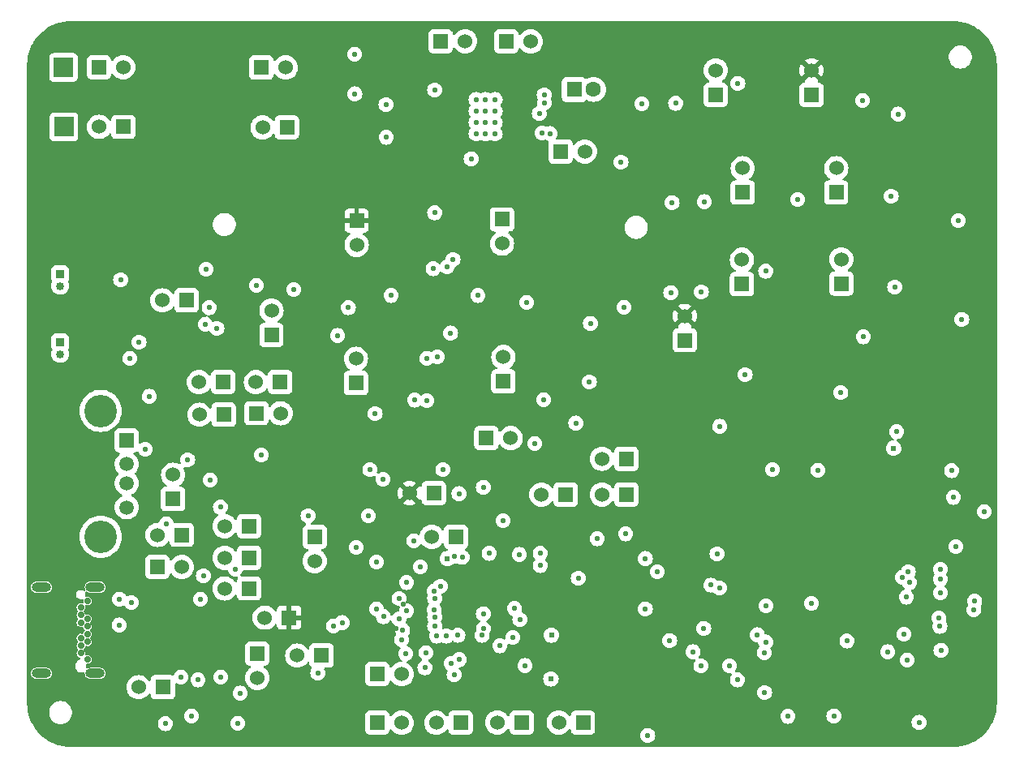
<source format=gbr>
%TF.GenerationSoftware,KiCad,Pcbnew,7.0.6-0*%
%TF.CreationDate,2024-11-22T12:27:14-08:00*%
%TF.ProjectId,OuterBoard_rev2.1,4f757465-7242-46f6-9172-645f72657632,rev?*%
%TF.SameCoordinates,Original*%
%TF.FileFunction,Copper,L3,Inr*%
%TF.FilePolarity,Positive*%
%FSLAX46Y46*%
G04 Gerber Fmt 4.6, Leading zero omitted, Abs format (unit mm)*
G04 Created by KiCad (PCBNEW 7.0.6-0) date 2024-11-22 12:27:14*
%MOMM*%
%LPD*%
G01*
G04 APERTURE LIST*
%TA.AperFunction,ComponentPad*%
%ADD10R,1.530000X1.530000*%
%TD*%
%TA.AperFunction,ComponentPad*%
%ADD11C,1.530000*%
%TD*%
%TA.AperFunction,ComponentPad*%
%ADD12C,0.550000*%
%TD*%
%TA.AperFunction,ComponentPad*%
%ADD13C,0.700000*%
%TD*%
%TA.AperFunction,ComponentPad*%
%ADD14O,2.000000X1.000000*%
%TD*%
%TA.AperFunction,ComponentPad*%
%ADD15R,1.508000X1.508000*%
%TD*%
%TA.AperFunction,ComponentPad*%
%ADD16C,1.508000*%
%TD*%
%TA.AperFunction,ComponentPad*%
%ADD17C,3.396000*%
%TD*%
%TA.AperFunction,ComponentPad*%
%ADD18R,2.000000X2.000000*%
%TD*%
%TA.AperFunction,ComponentPad*%
%ADD19R,0.850000X0.850000*%
%TD*%
%TA.AperFunction,ComponentPad*%
%ADD20C,0.850000*%
%TD*%
%TA.AperFunction,ComponentPad*%
%ADD21R,1.600000X1.600000*%
%TD*%
%TA.AperFunction,ComponentPad*%
%ADD22C,1.600000*%
%TD*%
%TA.AperFunction,ViaPad*%
%ADD23C,0.550000*%
%TD*%
%TA.AperFunction,ViaPad*%
%ADD24C,0.609600*%
%TD*%
G04 APERTURE END LIST*
D10*
%TO.N,VCC*%
%TO.C,J14*%
X97993200Y-89560400D03*
D11*
%TO.N,Net-(U1-V_{DD})*%
X95453200Y-89560400D03*
%TD*%
D10*
%TO.N,BNO_SDA*%
%TO.C,J27*%
X117881400Y-128574800D03*
D11*
%TO.N,GPIO33*%
X120421400Y-128574800D03*
%TD*%
D10*
%TO.N,Net-(U2-BOUT1)*%
%TO.C,J5*%
X124496900Y-62509400D03*
D11*
%TO.N,Net-(U2-BOUT2)*%
X127036900Y-62509400D03*
%TD*%
D12*
%TO.N,N/C*%
%TO.C,U2*%
X128180000Y-68588600D03*
X128180000Y-69788600D03*
X128180000Y-70988600D03*
X128180000Y-72188600D03*
X129180000Y-68588600D03*
X129180000Y-69788600D03*
X129180000Y-70988600D03*
X129180000Y-72188600D03*
X130180000Y-68588600D03*
X130180000Y-69788600D03*
X130180000Y-70988600D03*
X130180000Y-72188600D03*
%TD*%
D10*
%TO.N,+BATT*%
%TO.C,J13*%
X96570800Y-110298300D03*
D11*
%TO.N,Net-(J13-Pad02)*%
X96570800Y-107758300D03*
%TD*%
D13*
%TO.N,GND*%
%TO.C,J42*%
X87641700Y-127052800D03*
%TO.N,unconnected-(J42-SSTXP2-PadB2)*%
X86941700Y-126402800D03*
%TO.N,unconnected-(J42-SSTXN2-PadB3)*%
X86941700Y-125602800D03*
%TO.N,+5V*%
X87641700Y-125202800D03*
%TO.N,Net-(J42-CC2)*%
X86941700Y-124802800D03*
%TO.N,Net-(J42-DN2)*%
X87641700Y-124402800D03*
X87641700Y-123602800D03*
%TO.N,unconnected-(J42-SBU2-PadB8)*%
X86941700Y-123202800D03*
%TO.N,+5V*%
X87641700Y-122802800D03*
%TO.N,unconnected-(J42-SSRXN1-PadB10)*%
X86941700Y-122402800D03*
%TO.N,unconnected-(J42-SSRXP1-PadB11)*%
X86941700Y-121602800D03*
%TO.N,GND*%
X87641700Y-120952800D03*
D14*
X88441700Y-119502800D03*
X88441700Y-128502800D03*
X82841700Y-119502800D03*
X82841700Y-128502800D03*
%TD*%
D10*
%TO.N,DRV_FAULT*%
%TO.C,J16*%
X139344400Y-133629400D03*
D11*
%TO.N,GPIO37*%
X136804400Y-133629400D03*
%TD*%
D15*
%TO.N,+5V*%
%TO.C,J44*%
X91726100Y-104167550D03*
D16*
%TO.N,Net-(J44-D-)*%
X91726100Y-106667550D03*
%TO.N,Net-(J44-D+)*%
X91726100Y-108667550D03*
%TO.N,GND*%
X91726100Y-111167550D03*
D17*
X89016100Y-101097550D03*
X89016100Y-114237550D03*
%TD*%
D10*
%TO.N,Net-(U5-VOUT)*%
%TO.C,J22*%
X166293800Y-87805900D03*
D11*
%TO.N,+1V8*%
X166293800Y-85265900D03*
%TD*%
D10*
%TO.N,+3.3V*%
%TO.C,J35*%
X108672700Y-122682000D03*
D11*
%TO.N,Net-(U7-VCC)*%
X106132700Y-122682000D03*
%TD*%
D10*
%TO.N,D0{slash}A0*%
%TO.C,J31*%
X126097100Y-114249200D03*
D11*
%TO.N,MOTOR2_BIN2*%
X123557100Y-114249200D03*
%TD*%
D10*
%TO.N,USB_DP*%
%TO.C,J9*%
X104495600Y-116433600D03*
D11*
%TO.N,Net-(U7-USBDP)*%
X101955600Y-116433600D03*
%TD*%
D10*
%TO.N,+5V*%
%TO.C,J36*%
X111353600Y-114249200D03*
D11*
%TO.N,Net-(D8-A)*%
X111353600Y-116789200D03*
%TD*%
D10*
%TO.N,VCC*%
%TO.C,J15*%
X101854000Y-101498400D03*
D11*
%TO.N,Net-(U3-V_{DD})*%
X99314000Y-101498400D03*
%TD*%
D10*
%TO.N,Net-(J1-Pad01)*%
%TO.C,J1*%
X88823800Y-65227200D03*
D11*
%TO.N,Net-(D1-K)*%
X91363800Y-65227200D03*
%TD*%
D10*
%TO.N,Net-(U2-AOUT1)*%
%TO.C,J6*%
X131343400Y-62534800D03*
D11*
%TO.N,Net-(U2-AOUT2)*%
X133883400Y-62534800D03*
%TD*%
D10*
%TO.N,+3.3V*%
%TO.C,J38*%
X115722400Y-81229200D03*
D11*
%TO.N,Net-(U8-VDD)*%
X115722400Y-83769200D03*
%TD*%
D10*
%TO.N,Net-(D15-K)*%
%TO.C,J46*%
X107746800Y-98094800D03*
D11*
%TO.N,VDC*%
X105206800Y-98094800D03*
%TD*%
D10*
%TO.N,Net-(U11-VCC)*%
%TO.C,J34*%
X149961600Y-93726000D03*
D11*
%TO.N,+3.3V*%
X149961600Y-91186000D03*
%TD*%
D10*
%TO.N,BNO_INT*%
%TO.C,J25*%
X126568200Y-133654800D03*
D11*
%TO.N,GPIO35*%
X124028200Y-133654800D03*
%TD*%
D10*
%TO.N,Net-(U2-VM)*%
%TO.C,J23*%
X136996100Y-74015600D03*
D11*
%TO.N,+BATT*%
X139536100Y-74015600D03*
%TD*%
D10*
%TO.N,Net-(J33-Pad01)*%
%TO.C,J33*%
X123774200Y-109687400D03*
D11*
%TO.N,+3.3V*%
X121234200Y-109687400D03*
%TD*%
D10*
%TO.N,D2{slash}A2*%
%TO.C,J29*%
X143865600Y-109829600D03*
D11*
%TO.N,MOTOR1_AIN2*%
X141325600Y-109829600D03*
%TD*%
D10*
%TO.N,Net-(U7-USBDM)*%
%TO.C,J43*%
X104495600Y-119634000D03*
D11*
%TO.N,USB_DN*%
X101955600Y-119634000D03*
%TD*%
D10*
%TO.N,USB_DP*%
%TO.C,J48*%
X104495600Y-113131600D03*
D11*
%TO.N,Net-(J44-D+)*%
X101955600Y-113131600D03*
%TD*%
D10*
%TO.N,Net-(D3-K)*%
%TO.C,J3*%
X105779500Y-65252600D03*
D11*
%TO.N,VCC*%
X108319500Y-65252600D03*
%TD*%
D18*
%TO.N,Net-(J1-Pad01)*%
%TO.C,TP1*%
X85140800Y-65244000D03*
%TD*%
D10*
%TO.N,Net-(D2-K)*%
%TO.C,J2*%
X91389200Y-71450200D03*
D11*
%TO.N,Net-(J2-Pad02)*%
X88849200Y-71450200D03*
%TD*%
D10*
%TO.N,GND*%
%TO.C,J41*%
X130886200Y-81102200D03*
D11*
%TO.N,Net-(U8-PIN16)*%
X130886200Y-83642200D03*
%TD*%
D10*
%TO.N,GND*%
%TO.C,J4*%
X108444100Y-71501000D03*
D11*
%TO.N,Net-(D1-A)*%
X105904100Y-71501000D03*
%TD*%
D19*
%TO.N,Net-(J12-Pad02)*%
%TO.C,J7*%
X84785200Y-86801801D03*
D20*
%TO.N,GND*%
X84785200Y-88051801D03*
%TD*%
D19*
%TO.N,Net-(J13-Pad02)*%
%TO.C,J8*%
X84792401Y-93913801D03*
D20*
%TO.N,GND*%
X84792401Y-95163801D03*
%TD*%
D10*
%TO.N,Net-(U7-TXD)*%
%TO.C,J51*%
X105359200Y-126441200D03*
D11*
%TO.N,RX_D7*%
X105359200Y-128981200D03*
%TD*%
D10*
%TO.N,GND*%
%TO.C,J39*%
X115646200Y-98196400D03*
D11*
%TO.N,Net-(U8-PIN10)*%
X115646200Y-95656400D03*
%TD*%
D18*
%TO.N,Net-(J2-Pad02)*%
%TO.C,TP2*%
X85166200Y-71450200D03*
%TD*%
D10*
%TO.N,Net-(U6-VO)*%
%TO.C,J21*%
X165760400Y-78306300D03*
D11*
%TO.N,Net-(C25-Pad1)*%
X165760400Y-75766300D03*
%TD*%
D10*
%TO.N,D3{slash}A3*%
%TO.C,J28*%
X143865600Y-106095800D03*
D11*
%TO.N,MOTOR1_AIN1*%
X141325600Y-106095800D03*
%TD*%
D10*
%TO.N,BNO_SCL*%
%TO.C,J26*%
X117881400Y-133654800D03*
D11*
%TO.N,GPIO34*%
X120421400Y-133654800D03*
%TD*%
D10*
%TO.N,TX_D6*%
%TO.C,J52*%
X112064800Y-126644400D03*
D11*
%TO.N,Net-(U7-RXD)*%
X109524800Y-126644400D03*
%TD*%
D10*
%TO.N,Net-(C38-Pad1)*%
%TO.C,J32*%
X129260600Y-103936800D03*
D11*
%TO.N,Net-(J32-Pad02)*%
X131800600Y-103936800D03*
%TD*%
D10*
%TO.N,DRV_SLEEP*%
%TO.C,J24*%
X132943600Y-133629400D03*
D11*
%TO.N,GPIO36*%
X130403600Y-133629400D03*
%TD*%
D10*
%TO.N,VDC*%
%TO.C,J18*%
X155930600Y-87856700D03*
D11*
%TO.N,Net-(U5-EN)*%
X155930600Y-85316700D03*
%TD*%
D10*
%TO.N,VDC*%
%TO.C,J17*%
X153187400Y-68095500D03*
D11*
%TO.N,Net-(U4-EN)*%
X153187400Y-65555500D03*
%TD*%
D10*
%TO.N,+5V*%
%TO.C,J45*%
X105257600Y-101346000D03*
D11*
%TO.N,Net-(D15-A)*%
X107797600Y-101346000D03*
%TD*%
D10*
%TO.N,D1{slash}A1*%
%TO.C,J30*%
X137541000Y-109829600D03*
D11*
%TO.N,MOTOR2_BIN1*%
X135001000Y-109829600D03*
%TD*%
D10*
%TO.N,Net-(J42-DN1)*%
%TO.C,J49*%
X97485200Y-114046000D03*
D11*
%TO.N,USB_DN*%
X94945200Y-114046000D03*
%TD*%
D10*
%TO.N,USB_DP*%
%TO.C,J50*%
X94945200Y-117398800D03*
D11*
%TO.N,Net-(J42-DN2)*%
X97485200Y-117398800D03*
%TD*%
D10*
%TO.N,Net-(U4-VOUT)*%
%TO.C,J20*%
X163195000Y-68095500D03*
D11*
%TO.N,+3.3V*%
X163195000Y-65555500D03*
%TD*%
D21*
%TO.N,+BATT*%
%TO.C,C6*%
X138436600Y-67538600D03*
D22*
%TO.N,GND*%
X140436600Y-67538600D03*
%TD*%
D10*
%TO.N,+BATT*%
%TO.C,J12*%
X101803200Y-98094800D03*
D11*
%TO.N,Net-(J12-Pad02)*%
X99263200Y-98094800D03*
%TD*%
D10*
%TO.N,VDC*%
%TO.C,J19*%
X156006800Y-78306300D03*
D11*
%TO.N,Net-(U6-VI)*%
X156006800Y-75766300D03*
%TD*%
D10*
%TO.N,Net-(J44-D-)*%
%TO.C,J47*%
X95504000Y-129946400D03*
D11*
%TO.N,USB_DN*%
X92964000Y-129946400D03*
%TD*%
D10*
%TO.N,Net-(D8-K)*%
%TO.C,J37*%
X106832400Y-93167200D03*
D11*
%TO.N,VDC*%
X106832400Y-90627200D03*
%TD*%
D10*
%TO.N,GND*%
%TO.C,J40*%
X131038600Y-98018600D03*
D11*
%TO.N,Net-(U8-PIN15)*%
X131038600Y-95478600D03*
%TD*%
D23*
%TO.N,GND*%
X131013200Y-112572800D03*
X124155200Y-95470100D03*
X171500800Y-78689200D03*
X128930400Y-109067600D03*
X117652800Y-101396800D03*
X98094800Y-106222800D03*
X93014800Y-93929200D03*
X178003200Y-110134400D03*
X124714000Y-107238800D03*
X123698000Y-86258400D03*
X158394400Y-86512400D03*
X90982800Y-120751600D03*
X143306800Y-75133200D03*
X148996400Y-68986400D03*
X148640800Y-79349600D03*
X93675200Y-105105200D03*
X94081600Y-99568000D03*
X109169200Y-88442800D03*
X101142800Y-92506800D03*
X113741200Y-93218000D03*
X118770400Y-69138800D03*
X172212000Y-70104000D03*
X159105600Y-107238800D03*
X161747200Y-79044800D03*
X143611600Y-90271600D03*
X158242000Y-126339600D03*
X115544600Y-67995800D03*
X115519200Y-63855600D03*
X171856400Y-88188800D03*
X117805200Y-121767600D03*
X168605200Y-93370400D03*
X105765600Y-105714800D03*
X129543100Y-115976400D03*
X97383600Y-128879600D03*
X91084400Y-87426800D03*
X138582400Y-102362000D03*
X92049600Y-95605600D03*
X118821200Y-72542400D03*
X128371600Y-89052400D03*
X145491200Y-69037200D03*
X134772400Y-70053200D03*
X116941600Y-112064800D03*
X160731200Y-132994400D03*
X155498800Y-66903600D03*
D24*
X135991600Y-129082800D03*
D23*
X117094000Y-107238800D03*
X133451600Y-89763600D03*
X173177200Y-127101600D03*
X99415600Y-120751600D03*
X168503600Y-68681600D03*
X119329200Y-89052400D03*
X113284000Y-123545600D03*
X117805200Y-116890800D03*
X178511200Y-81229200D03*
X103327200Y-133705600D03*
X151688800Y-88696800D03*
X101549200Y-128879600D03*
X157530800Y-124460000D03*
X165506400Y-132943600D03*
X158292800Y-130505200D03*
X123850400Y-80416000D03*
X114858800Y-90322400D03*
X99161600Y-129184400D03*
X138836400Y-118567200D03*
X125069600Y-124612400D03*
X151993600Y-79248000D03*
X163830000Y-107289600D03*
X176631600Y-120091200D03*
X148488400Y-88747600D03*
X178866800Y-91541600D03*
D24*
X136042400Y-124510800D03*
D23*
X95758000Y-133756400D03*
%TO.N,+BATT*%
X100431600Y-108305600D03*
%TO.N,VDC*%
X105257600Y-87985600D03*
X100025200Y-86309200D03*
%TO.N,Net-(D7-K)*%
X180131484Y-121848810D03*
X178257200Y-115265200D03*
%TO.N,+3.3V*%
X147574000Y-130860800D03*
X108204000Y-132334000D03*
X170484800Y-93421200D03*
X131775200Y-128574800D03*
X128524000Y-129076900D03*
X117500400Y-103174800D03*
X120599200Y-121310400D03*
X103124000Y-108508800D03*
X133604000Y-124460000D03*
X119329200Y-90119200D03*
X153111200Y-124409200D03*
X119837200Y-123818500D03*
X98348800Y-110134400D03*
%TO.N,CAM_RESET*%
X172821600Y-124409200D03*
X174396400Y-133604000D03*
%TO.N,+1V8*%
X176479200Y-122732800D03*
%TO.N,Net-(U8-CAP)*%
X123035500Y-100025200D03*
X123035500Y-95605600D03*
%TO.N,Net-(U9-XTAL_N)*%
X134874000Y-115976400D03*
X134874000Y-117244300D03*
%TO.N,+5V*%
X92202000Y-121107200D03*
%TO.N,IO21{slash}USER_LED*%
X120396000Y-124968000D03*
X111658400Y-128473200D03*
%TO.N,USB_DP*%
X120522462Y-123970431D03*
%TO.N,USB_DN*%
X120142000Y-122834400D03*
%TO.N,MTDO{slash}IO40{slash}CAM_SDA*%
X133299200Y-127679300D03*
X151638000Y-127709100D03*
X177800000Y-107342500D03*
X176682400Y-126085600D03*
X154635200Y-127711200D03*
%TO.N,MTCK{slash}IO39{slash}CAM_SCL*%
X132010300Y-124756375D03*
X180212900Y-120980100D03*
X150834481Y-126243300D03*
X166243000Y-99187000D03*
%TO.N,IO38{slash}DVP_VSYNC*%
X130657600Y-125628400D03*
X166878000Y-125120400D03*
%TO.N,Net-(J10-Pad8)*%
X176580800Y-123596400D03*
X171145200Y-126238000D03*
%TO.N,IO47{slash}DVP_HREF*%
X158394400Y-125222000D03*
X128823174Y-124540153D03*
%TO.N,IO48{slash}DVP_Y9*%
X126288300Y-124525001D03*
X158445200Y-121462800D03*
%TO.N,IO10{slash}XMCLK*%
X120922900Y-119024400D03*
X153568400Y-119583200D03*
X121767600Y-99974400D03*
X153314400Y-116027200D03*
%TO.N,IO11{slash}DVP_Y8*%
X173075600Y-120548400D03*
X145857581Y-116498913D03*
X123835702Y-119889354D03*
%TO.N,IO12{slash}DVP_Y7*%
X145846800Y-121767100D03*
X122369811Y-117380683D03*
%TO.N,IO13{slash}DVP_PCLK*%
X123860598Y-120650000D03*
X173380400Y-119024400D03*
X151942800Y-123799600D03*
X152692047Y-119291153D03*
%TO.N,IO14{slash}DVP_Y6*%
X120142000Y-120684097D03*
X181205700Y-111607600D03*
X148386800Y-125069600D03*
X176631600Y-118668800D03*
X172669200Y-118465600D03*
%TO.N,IO15{slash}DVP_Y2*%
X123818500Y-121848999D03*
X143782250Y-113950798D03*
X173278800Y-117908900D03*
X140817600Y-114452400D03*
%TO.N,IO16{slash}DVP_Y5*%
X146100800Y-134975600D03*
X176631600Y-117652800D03*
X120917821Y-121975470D03*
%TO.N,IO17{slash}DVP_Y3*%
X163169600Y-121208800D03*
X123860598Y-122631200D03*
%TO.N,IO18{slash}DVP_Y4*%
X147091400Y-117881400D03*
X123860598Y-123545600D03*
%TO.N,CHIP_EN*%
X156260800Y-97332800D03*
X115671600Y-115366800D03*
D24*
%TO.N,MTDI{slash}IO41{slash}PDM_DATA*%
X171754800Y-105005700D03*
D23*
X128949063Y-123849632D03*
%TO.N,MTMS{slash}IO42{slash}PDM_CLK*%
X172059600Y-103276400D03*
X132740400Y-122883100D03*
%TO.N,Net-(U1-PROG)*%
X99923600Y-92049600D03*
X100330000Y-90322400D03*
%TO.N,Net-(R6-Pad1)*%
X155448000Y-129184400D03*
X153611369Y-102709769D03*
%TO.N,Net-(R13-Pad2)*%
X110642400Y-112064800D03*
X101498400Y-111150400D03*
%TO.N,DRV_FAULT*%
X127660400Y-74777600D03*
%TO.N,BNO_SCL*%
X125780800Y-85293200D03*
%TO.N,BNO_SDA*%
X114198400Y-123190000D03*
X125171200Y-86055200D03*
%TO.N,DRV_SLEEP*%
X123850400Y-67614800D03*
%TO.N,BNO_INT*%
X125528900Y-92961270D03*
%TO.N,MOTOR1_AIN1*%
X135280400Y-68122800D03*
%TO.N,D3{slash}A3*%
X124443168Y-119430700D03*
%TO.N,MOTOR1_AIN2*%
X135331200Y-68935600D03*
D24*
%TO.N,D2{slash}A2*%
X125195786Y-116526745D03*
D23*
%TO.N,MOTOR2_BIN1*%
X135890000Y-72136000D03*
%TO.N,D1{slash}A1*%
X125890363Y-116296633D03*
%TO.N,MOTOR2_BIN2*%
X135077200Y-72085200D03*
%TO.N,D0{slash}A0*%
X126728978Y-116390097D03*
%TO.N,Net-(U9-U0TXD)*%
X128930400Y-122275600D03*
X125882400Y-128627700D03*
%TO.N,RX_D7*%
X120853200Y-126441200D03*
X132181600Y-121737300D03*
X122936000Y-126339600D03*
X103581200Y-130556000D03*
%TO.N,SPIWP*%
X124053600Y-124612400D03*
X134315200Y-104495600D03*
%TO.N,SPICS0*%
X118465600Y-108254800D03*
X118516400Y-122580400D03*
%TO.N,SPICLK*%
X121666000Y-114655600D03*
X122834400Y-127914400D03*
%TO.N,SPIQ*%
X140004800Y-98094800D03*
X135229600Y-99923600D03*
X125589161Y-127470932D03*
X140106400Y-91948000D03*
%TO.N,SPID*%
X132689600Y-116078000D03*
X126435841Y-127077200D03*
%TO.N,Net-(J32-Pad02)*%
X126390400Y-109728000D03*
%TO.N,Net-(J42-CC1)*%
X98501200Y-132943600D03*
X90932000Y-123444000D03*
%TO.N,Net-(U7-USBDP)*%
X99720400Y-118313200D03*
%TO.N,Net-(U7-USBDM)*%
X103073200Y-117604100D03*
%TO.N,Net-(J42-DN2)*%
X95859600Y-112877600D03*
%TD*%
%TA.AperFunction,Conductor*%
%TO.N,+3.3V*%
G36*
X178348428Y-60415790D02*
G01*
X178353780Y-60416259D01*
X178744117Y-60467648D01*
X178749425Y-60468584D01*
X179133783Y-60553794D01*
X179138981Y-60555187D01*
X179498936Y-60668679D01*
X179514455Y-60673573D01*
X179519540Y-60675424D01*
X179645172Y-60727462D01*
X179883269Y-60826085D01*
X179888139Y-60828356D01*
X180237350Y-61010144D01*
X180242028Y-61012846D01*
X180574059Y-61224372D01*
X180578487Y-61227473D01*
X180848495Y-61434657D01*
X180890814Y-61467129D01*
X180894959Y-61470608D01*
X181185204Y-61736569D01*
X181189030Y-61740395D01*
X181454991Y-62030640D01*
X181458470Y-62034785D01*
X181698123Y-62347107D01*
X181701227Y-62351540D01*
X181912753Y-62683571D01*
X181915459Y-62688257D01*
X182048531Y-62943886D01*
X182097234Y-63037442D01*
X182099518Y-63042340D01*
X182121230Y-63094757D01*
X182250175Y-63406059D01*
X182252026Y-63411144D01*
X182321645Y-63631946D01*
X182368242Y-63779734D01*
X182370406Y-63786595D01*
X182371806Y-63791822D01*
X182457014Y-64176172D01*
X182457954Y-64181501D01*
X182509338Y-64571801D01*
X182509810Y-64577192D01*
X182527100Y-64973200D01*
X182527100Y-65013083D01*
X182528724Y-131606000D01*
X182528724Y-131624423D01*
X182511432Y-132020429D01*
X182510960Y-132025819D01*
X182459575Y-132416119D01*
X182458635Y-132421448D01*
X182373425Y-132805799D01*
X182372024Y-132811025D01*
X182253643Y-133186478D01*
X182251792Y-133191563D01*
X182101138Y-133555271D01*
X182098852Y-133560175D01*
X181917076Y-133909361D01*
X181914370Y-133914047D01*
X181702848Y-134246071D01*
X181699744Y-134250504D01*
X181460082Y-134562837D01*
X181456603Y-134566983D01*
X181190647Y-134857221D01*
X181186821Y-134861047D01*
X180896583Y-135127003D01*
X180892437Y-135130482D01*
X180580104Y-135370144D01*
X180575671Y-135373248D01*
X180243647Y-135584770D01*
X180238961Y-135587476D01*
X179889775Y-135769252D01*
X179884871Y-135771538D01*
X179521163Y-135922192D01*
X179516078Y-135924043D01*
X179140625Y-136042424D01*
X179135399Y-136043825D01*
X178751049Y-136129035D01*
X178745719Y-136129975D01*
X178355420Y-136181360D01*
X178350029Y-136181832D01*
X177954032Y-136199123D01*
X85957123Y-136197501D01*
X85957113Y-136197500D01*
X85942682Y-136197500D01*
X85902800Y-136197500D01*
X85506792Y-136180210D01*
X85501401Y-136179738D01*
X85111101Y-136128354D01*
X85105772Y-136127414D01*
X84721422Y-136042206D01*
X84716202Y-136040808D01*
X84592083Y-136001673D01*
X84340744Y-135922426D01*
X84335659Y-135920575D01*
X83975850Y-135771538D01*
X83971940Y-135769918D01*
X83967050Y-135767638D01*
X83617857Y-135585859D01*
X83613171Y-135583153D01*
X83281140Y-135371627D01*
X83276707Y-135368523D01*
X82964385Y-135128870D01*
X82960240Y-135125391D01*
X82796775Y-134975603D01*
X145320393Y-134975603D01*
X145339957Y-135149248D01*
X145339959Y-135149257D01*
X145397678Y-135314206D01*
X145490653Y-135462176D01*
X145614224Y-135585747D01*
X145762194Y-135678722D01*
X145927143Y-135736441D01*
X145927149Y-135736441D01*
X145927151Y-135736442D01*
X146100796Y-135756007D01*
X146100800Y-135756007D01*
X146100804Y-135756007D01*
X146274448Y-135736442D01*
X146274447Y-135736442D01*
X146274457Y-135736441D01*
X146439406Y-135678722D01*
X146587376Y-135585747D01*
X146710947Y-135462176D01*
X146803922Y-135314206D01*
X146861641Y-135149257D01*
X146881207Y-134975600D01*
X146874976Y-134920300D01*
X146861642Y-134801951D01*
X146861641Y-134801949D01*
X146861641Y-134801943D01*
X146803922Y-134636994D01*
X146710947Y-134489024D01*
X146587376Y-134365453D01*
X146439406Y-134272478D01*
X146439405Y-134272477D01*
X146439404Y-134272477D01*
X146274458Y-134214759D01*
X146274448Y-134214757D01*
X146100804Y-134195193D01*
X146100796Y-134195193D01*
X145927151Y-134214757D01*
X145927141Y-134214759D01*
X145762195Y-134272477D01*
X145614223Y-134365453D01*
X145490653Y-134489023D01*
X145397677Y-134636995D01*
X145339959Y-134801941D01*
X145339957Y-134801951D01*
X145320393Y-134975596D01*
X145320393Y-134975603D01*
X82796775Y-134975603D01*
X82669995Y-134859430D01*
X82666169Y-134855604D01*
X82659680Y-134848523D01*
X82488883Y-134662131D01*
X82400208Y-134565359D01*
X82396729Y-134561214D01*
X82362987Y-134517241D01*
X82157073Y-134248887D01*
X82153972Y-134244459D01*
X81942446Y-133912428D01*
X81939740Y-133907742D01*
X81757956Y-133558539D01*
X81755685Y-133553669D01*
X81656643Y-133314560D01*
X81605024Y-133189940D01*
X81603173Y-133184855D01*
X81581859Y-133117257D01*
X81484787Y-132809381D01*
X81483393Y-132804177D01*
X81475805Y-132769951D01*
X81460129Y-132699243D01*
X83635500Y-132699243D01*
X83676382Y-132917940D01*
X83753662Y-133117423D01*
X83756752Y-133125398D01*
X83756754Y-133125404D01*
X83873874Y-133314560D01*
X83873876Y-133314562D01*
X84023761Y-133478979D01*
X84201308Y-133613056D01*
X84201316Y-133613061D01*
X84400461Y-133712224D01*
X84400465Y-133712225D01*
X84400472Y-133712229D01*
X84614464Y-133773115D01*
X84780497Y-133788500D01*
X84780501Y-133788500D01*
X84891499Y-133788500D01*
X84891503Y-133788500D01*
X85057536Y-133773115D01*
X85116273Y-133756403D01*
X94977593Y-133756403D01*
X94997157Y-133930048D01*
X94997159Y-133930058D01*
X95052874Y-134089280D01*
X95054878Y-134095006D01*
X95147853Y-134242976D01*
X95271424Y-134366547D01*
X95419394Y-134459522D01*
X95584343Y-134517241D01*
X95584349Y-134517241D01*
X95584351Y-134517242D01*
X95757996Y-134536807D01*
X95758000Y-134536807D01*
X95758004Y-134536807D01*
X95931648Y-134517242D01*
X95931647Y-134517242D01*
X95931657Y-134517241D01*
X96096606Y-134459522D01*
X96244576Y-134366547D01*
X96368147Y-134242976D01*
X96461122Y-134095006D01*
X96518841Y-133930057D01*
X96532370Y-133809979D01*
X96538407Y-133756403D01*
X96538407Y-133756396D01*
X96518842Y-133582751D01*
X96518841Y-133582749D01*
X96518841Y-133582743D01*
X96461122Y-133417794D01*
X96368147Y-133269824D01*
X96244576Y-133146253D01*
X96096606Y-133053278D01*
X96096605Y-133053277D01*
X96096604Y-133053277D01*
X95931658Y-132995559D01*
X95931648Y-132995557D01*
X95758004Y-132975993D01*
X95757996Y-132975993D01*
X95584351Y-132995557D01*
X95584341Y-132995559D01*
X95419395Y-133053277D01*
X95271423Y-133146253D01*
X95147853Y-133269823D01*
X95054877Y-133417795D01*
X94997159Y-133582741D01*
X94997157Y-133582751D01*
X94977593Y-133756396D01*
X94977593Y-133756403D01*
X85116273Y-133756403D01*
X85271528Y-133712229D01*
X85470689Y-133613058D01*
X85648236Y-133478981D01*
X85798124Y-133314562D01*
X85915247Y-133125401D01*
X85985676Y-132943603D01*
X97720793Y-132943603D01*
X97740357Y-133117248D01*
X97740359Y-133117258D01*
X97758135Y-133168057D01*
X97798078Y-133282206D01*
X97891053Y-133430176D01*
X98014624Y-133553747D01*
X98162594Y-133646722D01*
X98327543Y-133704441D01*
X98327549Y-133704441D01*
X98327551Y-133704442D01*
X98501196Y-133724007D01*
X98501200Y-133724007D01*
X98501204Y-133724007D01*
X98664544Y-133705603D01*
X102546793Y-133705603D01*
X102566357Y-133879248D01*
X102566359Y-133879258D01*
X102584135Y-133930057D01*
X102624078Y-134044206D01*
X102717053Y-134192176D01*
X102840624Y-134315747D01*
X102988594Y-134408722D01*
X103153543Y-134466441D01*
X103153549Y-134466441D01*
X103153551Y-134466442D01*
X103327196Y-134486007D01*
X103327200Y-134486007D01*
X103327204Y-134486007D01*
X103489949Y-134467670D01*
X116615900Y-134467670D01*
X116615901Y-134467676D01*
X116622308Y-134527283D01*
X116672602Y-134662128D01*
X116672606Y-134662135D01*
X116758852Y-134777344D01*
X116758855Y-134777347D01*
X116874064Y-134863593D01*
X116874071Y-134863597D01*
X117008917Y-134913891D01*
X117008916Y-134913891D01*
X117015844Y-134914635D01*
X117068527Y-134920300D01*
X118694272Y-134920299D01*
X118753883Y-134913891D01*
X118888731Y-134863596D01*
X119003946Y-134777346D01*
X119090196Y-134662131D01*
X119140491Y-134527283D01*
X119146900Y-134467673D01*
X119146899Y-134434234D01*
X119166582Y-134367198D01*
X119219384Y-134321442D01*
X119288543Y-134311497D01*
X119352099Y-134340520D01*
X119372473Y-134363111D01*
X119448262Y-134471347D01*
X119448268Y-134471355D01*
X119604845Y-134627932D01*
X119786233Y-134754942D01*
X119887024Y-134801941D01*
X119986913Y-134848520D01*
X119986915Y-134848520D01*
X119986920Y-134848523D01*
X120200809Y-134905835D01*
X120358373Y-134919619D01*
X120421398Y-134925134D01*
X120421400Y-134925134D01*
X120421402Y-134925134D01*
X120476676Y-134920298D01*
X120641991Y-134905835D01*
X120855880Y-134848523D01*
X121056567Y-134754942D01*
X121237955Y-134627932D01*
X121394532Y-134471355D01*
X121521542Y-134289967D01*
X121615123Y-134089280D01*
X121672435Y-133875391D01*
X121691734Y-133654801D01*
X122757866Y-133654801D01*
X122777164Y-133875385D01*
X122777165Y-133875392D01*
X122834475Y-134089275D01*
X122834479Y-134089286D01*
X122909656Y-134250504D01*
X122928058Y-134289967D01*
X123055068Y-134471355D01*
X123211645Y-134627932D01*
X123393033Y-134754942D01*
X123493824Y-134801941D01*
X123593713Y-134848520D01*
X123593715Y-134848520D01*
X123593720Y-134848523D01*
X123807609Y-134905835D01*
X123965173Y-134919619D01*
X124028198Y-134925134D01*
X124028200Y-134925134D01*
X124028202Y-134925134D01*
X124083476Y-134920298D01*
X124248791Y-134905835D01*
X124462680Y-134848523D01*
X124663367Y-134754942D01*
X124844755Y-134627932D01*
X125001332Y-134471355D01*
X125077128Y-134363107D01*
X125131701Y-134319485D01*
X125201200Y-134312291D01*
X125263555Y-134343813D01*
X125298969Y-134404043D01*
X125302700Y-134434230D01*
X125302700Y-134467668D01*
X125302701Y-134467676D01*
X125309108Y-134527283D01*
X125359402Y-134662128D01*
X125359406Y-134662135D01*
X125445652Y-134777344D01*
X125445655Y-134777347D01*
X125560864Y-134863593D01*
X125560871Y-134863597D01*
X125695717Y-134913891D01*
X125695716Y-134913891D01*
X125702644Y-134914635D01*
X125755327Y-134920300D01*
X127381072Y-134920299D01*
X127440683Y-134913891D01*
X127575531Y-134863596D01*
X127690746Y-134777346D01*
X127776996Y-134662131D01*
X127827291Y-134527283D01*
X127833700Y-134467673D01*
X127833699Y-133629401D01*
X129133266Y-133629401D01*
X129152564Y-133849985D01*
X129152565Y-133849992D01*
X129209875Y-134063875D01*
X129209879Y-134063886D01*
X129294833Y-134246071D01*
X129303458Y-134264567D01*
X129430468Y-134445955D01*
X129587045Y-134602532D01*
X129768433Y-134729542D01*
X129870946Y-134777344D01*
X129969113Y-134823120D01*
X129969115Y-134823120D01*
X129969120Y-134823123D01*
X130183009Y-134880435D01*
X130340573Y-134894220D01*
X130403598Y-134899734D01*
X130403600Y-134899734D01*
X130403602Y-134899734D01*
X130458876Y-134894898D01*
X130624191Y-134880435D01*
X130838080Y-134823123D01*
X131038767Y-134729542D01*
X131220155Y-134602532D01*
X131376732Y-134445955D01*
X131452528Y-134337707D01*
X131507101Y-134294085D01*
X131576600Y-134286891D01*
X131638955Y-134318413D01*
X131674369Y-134378643D01*
X131678100Y-134408830D01*
X131678100Y-134442268D01*
X131678101Y-134442276D01*
X131684508Y-134501883D01*
X131734802Y-134636728D01*
X131734806Y-134636735D01*
X131821052Y-134751944D01*
X131821055Y-134751947D01*
X131936264Y-134838193D01*
X131936271Y-134838197D01*
X132071117Y-134888491D01*
X132071116Y-134888491D01*
X132078044Y-134889235D01*
X132130727Y-134894900D01*
X133756472Y-134894899D01*
X133816083Y-134888491D01*
X133950931Y-134838196D01*
X134066146Y-134751946D01*
X134152396Y-134636731D01*
X134202691Y-134501883D01*
X134209100Y-134442273D01*
X134209100Y-133629401D01*
X135534066Y-133629401D01*
X135553364Y-133849985D01*
X135553365Y-133849992D01*
X135610675Y-134063875D01*
X135610679Y-134063886D01*
X135695633Y-134246071D01*
X135704258Y-134264567D01*
X135831268Y-134445955D01*
X135987845Y-134602532D01*
X136169233Y-134729542D01*
X136271746Y-134777344D01*
X136369913Y-134823120D01*
X136369915Y-134823120D01*
X136369920Y-134823123D01*
X136583809Y-134880435D01*
X136741374Y-134894220D01*
X136804398Y-134899734D01*
X136804400Y-134899734D01*
X136804402Y-134899734D01*
X136859676Y-134894898D01*
X137024991Y-134880435D01*
X137238880Y-134823123D01*
X137439567Y-134729542D01*
X137620955Y-134602532D01*
X137777532Y-134445955D01*
X137853328Y-134337707D01*
X137907901Y-134294085D01*
X137977400Y-134286891D01*
X138039755Y-134318413D01*
X138075169Y-134378643D01*
X138078900Y-134408830D01*
X138078900Y-134442268D01*
X138078901Y-134442276D01*
X138085308Y-134501883D01*
X138135602Y-134636728D01*
X138135606Y-134636735D01*
X138221852Y-134751944D01*
X138221855Y-134751947D01*
X138337064Y-134838193D01*
X138337071Y-134838197D01*
X138471917Y-134888491D01*
X138471916Y-134888491D01*
X138478844Y-134889235D01*
X138531527Y-134894900D01*
X140157272Y-134894899D01*
X140216883Y-134888491D01*
X140351731Y-134838196D01*
X140466946Y-134751946D01*
X140553196Y-134636731D01*
X140603491Y-134501883D01*
X140609900Y-134442273D01*
X140609899Y-132994403D01*
X159950793Y-132994403D01*
X159970357Y-133168048D01*
X159970359Y-133168058D01*
X160005969Y-133269823D01*
X160028078Y-133333006D01*
X160121053Y-133480976D01*
X160244624Y-133604547D01*
X160392594Y-133697522D01*
X160557543Y-133755241D01*
X160557549Y-133755241D01*
X160557551Y-133755242D01*
X160731196Y-133774807D01*
X160731200Y-133774807D01*
X160731204Y-133774807D01*
X160904848Y-133755242D01*
X160904847Y-133755242D01*
X160904857Y-133755241D01*
X161069806Y-133697522D01*
X161217776Y-133604547D01*
X161341347Y-133480976D01*
X161434322Y-133333006D01*
X161492041Y-133168057D01*
X161504973Y-133053278D01*
X161511607Y-132994403D01*
X161511607Y-132994396D01*
X161505884Y-132943603D01*
X164725993Y-132943603D01*
X164745557Y-133117248D01*
X164745559Y-133117258D01*
X164763335Y-133168057D01*
X164803278Y-133282206D01*
X164896253Y-133430176D01*
X165019824Y-133553747D01*
X165167794Y-133646722D01*
X165332743Y-133704441D01*
X165332749Y-133704441D01*
X165332751Y-133704442D01*
X165506396Y-133724007D01*
X165506400Y-133724007D01*
X165506404Y-133724007D01*
X165680048Y-133704442D01*
X165680047Y-133704442D01*
X165680057Y-133704441D01*
X165845006Y-133646722D01*
X165912993Y-133604003D01*
X173615993Y-133604003D01*
X173635557Y-133777648D01*
X173635559Y-133777658D01*
X173688887Y-133930057D01*
X173693278Y-133942606D01*
X173786253Y-134090576D01*
X173909824Y-134214147D01*
X174057794Y-134307122D01*
X174222743Y-134364841D01*
X174222749Y-134364841D01*
X174222751Y-134364842D01*
X174396396Y-134384407D01*
X174396400Y-134384407D01*
X174396404Y-134384407D01*
X174570048Y-134364842D01*
X174570047Y-134364842D01*
X174570057Y-134364841D01*
X174735006Y-134307122D01*
X174882976Y-134214147D01*
X175006547Y-134090576D01*
X175099522Y-133942606D01*
X175157241Y-133777657D01*
X175159636Y-133756400D01*
X175176807Y-133604003D01*
X175176807Y-133603996D01*
X175157242Y-133430351D01*
X175157241Y-133430349D01*
X175157241Y-133430343D01*
X175099522Y-133265394D01*
X175006547Y-133117424D01*
X174882976Y-132993853D01*
X174735006Y-132900878D01*
X174735005Y-132900877D01*
X174735004Y-132900877D01*
X174570058Y-132843159D01*
X174570048Y-132843157D01*
X174396404Y-132823593D01*
X174396396Y-132823593D01*
X174222751Y-132843157D01*
X174222741Y-132843159D01*
X174057795Y-132900877D01*
X173909823Y-132993853D01*
X173786253Y-133117423D01*
X173693277Y-133265395D01*
X173635559Y-133430341D01*
X173635557Y-133430351D01*
X173615993Y-133603996D01*
X173615993Y-133604003D01*
X165912993Y-133604003D01*
X165992976Y-133553747D01*
X166116547Y-133430176D01*
X166209522Y-133282206D01*
X166267241Y-133117257D01*
X166278240Y-133019634D01*
X166286807Y-132943603D01*
X166286807Y-132943596D01*
X166267242Y-132769951D01*
X166267241Y-132769949D01*
X166267241Y-132769943D01*
X166209522Y-132604994D01*
X166116547Y-132457024D01*
X165992976Y-132333453D01*
X165845006Y-132240478D01*
X165845005Y-132240477D01*
X165845004Y-132240477D01*
X165680058Y-132182759D01*
X165680048Y-132182757D01*
X165506404Y-132163193D01*
X165506396Y-132163193D01*
X165332751Y-132182757D01*
X165332741Y-132182759D01*
X165167795Y-132240477D01*
X165019823Y-132333453D01*
X164896253Y-132457023D01*
X164803277Y-132604995D01*
X164745559Y-132769941D01*
X164745557Y-132769951D01*
X164725993Y-132943596D01*
X164725993Y-132943603D01*
X161505884Y-132943603D01*
X161492042Y-132820751D01*
X161492041Y-132820749D01*
X161492041Y-132820743D01*
X161434322Y-132655794D01*
X161341347Y-132507824D01*
X161217776Y-132384253D01*
X161069806Y-132291278D01*
X161069805Y-132291277D01*
X161069804Y-132291277D01*
X160904858Y-132233559D01*
X160904848Y-132233557D01*
X160731204Y-132213993D01*
X160731196Y-132213993D01*
X160557551Y-132233557D01*
X160557541Y-132233559D01*
X160392595Y-132291277D01*
X160244623Y-132384253D01*
X160121053Y-132507823D01*
X160028077Y-132655795D01*
X159970359Y-132820741D01*
X159970357Y-132820751D01*
X159950793Y-132994396D01*
X159950793Y-132994403D01*
X140609899Y-132994403D01*
X140609899Y-132816528D01*
X140603491Y-132756917D01*
X140565951Y-132656268D01*
X140553197Y-132622071D01*
X140553193Y-132622064D01*
X140466947Y-132506855D01*
X140466944Y-132506852D01*
X140351735Y-132420606D01*
X140351728Y-132420602D01*
X140216882Y-132370308D01*
X140216883Y-132370308D01*
X140157283Y-132363901D01*
X140157281Y-132363900D01*
X140157273Y-132363900D01*
X140157264Y-132363900D01*
X138531529Y-132363900D01*
X138531523Y-132363901D01*
X138471916Y-132370308D01*
X138337071Y-132420602D01*
X138337064Y-132420606D01*
X138221855Y-132506852D01*
X138221852Y-132506855D01*
X138135606Y-132622064D01*
X138135602Y-132622071D01*
X138085308Y-132756917D01*
X138079296Y-132812841D01*
X138078901Y-132816523D01*
X138078900Y-132816535D01*
X138078900Y-132849964D01*
X138059215Y-132917003D01*
X138006411Y-132962758D01*
X137937253Y-132972702D01*
X137873697Y-132943677D01*
X137853326Y-132921088D01*
X137777537Y-132812852D01*
X137777536Y-132812851D01*
X137777532Y-132812845D01*
X137620955Y-132656268D01*
X137439567Y-132529258D01*
X137439563Y-132529256D01*
X137238886Y-132435679D01*
X137238875Y-132435675D01*
X137024992Y-132378365D01*
X137024985Y-132378364D01*
X136804402Y-132359066D01*
X136804398Y-132359066D01*
X136583814Y-132378364D01*
X136583807Y-132378365D01*
X136369924Y-132435675D01*
X136369913Y-132435679D01*
X136169236Y-132529256D01*
X136169234Y-132529257D01*
X135987844Y-132656268D01*
X135831268Y-132812844D01*
X135704257Y-132994234D01*
X135704256Y-132994236D01*
X135610679Y-133194913D01*
X135610675Y-133194924D01*
X135553365Y-133408807D01*
X135553364Y-133408814D01*
X135534066Y-133629398D01*
X135534066Y-133629401D01*
X134209100Y-133629401D01*
X134209099Y-132816528D01*
X134202691Y-132756917D01*
X134165151Y-132656268D01*
X134152397Y-132622071D01*
X134152393Y-132622064D01*
X134066147Y-132506855D01*
X134066144Y-132506852D01*
X133950935Y-132420606D01*
X133950928Y-132420602D01*
X133816082Y-132370308D01*
X133816083Y-132370308D01*
X133756483Y-132363901D01*
X133756481Y-132363900D01*
X133756473Y-132363900D01*
X133756464Y-132363900D01*
X132130729Y-132363900D01*
X132130723Y-132363901D01*
X132071116Y-132370308D01*
X131936271Y-132420602D01*
X131936264Y-132420606D01*
X131821055Y-132506852D01*
X131821052Y-132506855D01*
X131734806Y-132622064D01*
X131734802Y-132622071D01*
X131684508Y-132756917D01*
X131678496Y-132812841D01*
X131678101Y-132816523D01*
X131678100Y-132816535D01*
X131678100Y-132849964D01*
X131658415Y-132917003D01*
X131605611Y-132962758D01*
X131536453Y-132972702D01*
X131472897Y-132943677D01*
X131452526Y-132921088D01*
X131376737Y-132812852D01*
X131376736Y-132812851D01*
X131376732Y-132812845D01*
X131220155Y-132656268D01*
X131038767Y-132529258D01*
X131038763Y-132529256D01*
X130838086Y-132435679D01*
X130838075Y-132435675D01*
X130624192Y-132378365D01*
X130624185Y-132378364D01*
X130403602Y-132359066D01*
X130403598Y-132359066D01*
X130183014Y-132378364D01*
X130183007Y-132378365D01*
X129969124Y-132435675D01*
X129969113Y-132435679D01*
X129768436Y-132529256D01*
X129768434Y-132529257D01*
X129587044Y-132656268D01*
X129430468Y-132812844D01*
X129303457Y-132994234D01*
X129303456Y-132994236D01*
X129209879Y-133194913D01*
X129209875Y-133194924D01*
X129152565Y-133408807D01*
X129152564Y-133408814D01*
X129133266Y-133629398D01*
X129133266Y-133629401D01*
X127833699Y-133629401D01*
X127833699Y-132841928D01*
X127827291Y-132782317D01*
X127817817Y-132756917D01*
X127776997Y-132647471D01*
X127776993Y-132647464D01*
X127690747Y-132532255D01*
X127690744Y-132532252D01*
X127575535Y-132446006D01*
X127575528Y-132446002D01*
X127440682Y-132395708D01*
X127440683Y-132395708D01*
X127381083Y-132389301D01*
X127381081Y-132389300D01*
X127381073Y-132389300D01*
X127381064Y-132389300D01*
X125755329Y-132389300D01*
X125755323Y-132389301D01*
X125695716Y-132395708D01*
X125560871Y-132446002D01*
X125560864Y-132446006D01*
X125445655Y-132532252D01*
X125445652Y-132532255D01*
X125359406Y-132647464D01*
X125359402Y-132647471D01*
X125309108Y-132782317D01*
X125304671Y-132823593D01*
X125302701Y-132841923D01*
X125302700Y-132841935D01*
X125302700Y-132875364D01*
X125283015Y-132942403D01*
X125230211Y-132988158D01*
X125161053Y-132998102D01*
X125097497Y-132969077D01*
X125077126Y-132946488D01*
X125001337Y-132838252D01*
X125001336Y-132838251D01*
X125001332Y-132838245D01*
X124844755Y-132681668D01*
X124663367Y-132554658D01*
X124663363Y-132554656D01*
X124462686Y-132461079D01*
X124462675Y-132461075D01*
X124248792Y-132403765D01*
X124248785Y-132403764D01*
X124028202Y-132384466D01*
X124028198Y-132384466D01*
X123807614Y-132403764D01*
X123807607Y-132403765D01*
X123593724Y-132461075D01*
X123593713Y-132461079D01*
X123393036Y-132554656D01*
X123393034Y-132554657D01*
X123211644Y-132681668D01*
X123055068Y-132838244D01*
X122928057Y-133019634D01*
X122928056Y-133019636D01*
X122834479Y-133220313D01*
X122834475Y-133220324D01*
X122777165Y-133434207D01*
X122777164Y-133434214D01*
X122757866Y-133654798D01*
X122757866Y-133654801D01*
X121691734Y-133654801D01*
X121691734Y-133654800D01*
X121687337Y-133604547D01*
X121683245Y-133557771D01*
X121672435Y-133434209D01*
X121615123Y-133220320D01*
X121600546Y-133189060D01*
X121556897Y-133095453D01*
X121521542Y-133019633D01*
X121394532Y-132838245D01*
X121237955Y-132681668D01*
X121056567Y-132554658D01*
X121056563Y-132554656D01*
X120855886Y-132461079D01*
X120855875Y-132461075D01*
X120641992Y-132403765D01*
X120641985Y-132403764D01*
X120421402Y-132384466D01*
X120421398Y-132384466D01*
X120200814Y-132403764D01*
X120200807Y-132403765D01*
X119986924Y-132461075D01*
X119986913Y-132461079D01*
X119786236Y-132554656D01*
X119786234Y-132554657D01*
X119604844Y-132681668D01*
X119448268Y-132838244D01*
X119444827Y-132843159D01*
X119374444Y-132943677D01*
X119372474Y-132946490D01*
X119317897Y-132990115D01*
X119248398Y-132997307D01*
X119186044Y-132965785D01*
X119150630Y-132905555D01*
X119146899Y-132875366D01*
X119146899Y-132841929D01*
X119146898Y-132841923D01*
X119146897Y-132841916D01*
X119140491Y-132782317D01*
X119131017Y-132756917D01*
X119090197Y-132647471D01*
X119090193Y-132647464D01*
X119003947Y-132532255D01*
X119003944Y-132532252D01*
X118888735Y-132446006D01*
X118888728Y-132446002D01*
X118753882Y-132395708D01*
X118753883Y-132395708D01*
X118694283Y-132389301D01*
X118694281Y-132389300D01*
X118694273Y-132389300D01*
X118694264Y-132389300D01*
X117068529Y-132389300D01*
X117068523Y-132389301D01*
X117008916Y-132395708D01*
X116874071Y-132446002D01*
X116874064Y-132446006D01*
X116758855Y-132532252D01*
X116758852Y-132532255D01*
X116672606Y-132647464D01*
X116672602Y-132647471D01*
X116622308Y-132782317D01*
X116617871Y-132823593D01*
X116615901Y-132841923D01*
X116615900Y-132841935D01*
X116615900Y-134467670D01*
X103489949Y-134467670D01*
X103500848Y-134466442D01*
X103500847Y-134466442D01*
X103500857Y-134466441D01*
X103665806Y-134408722D01*
X103813776Y-134315747D01*
X103937347Y-134192176D01*
X104030322Y-134044206D01*
X104088041Y-133879257D01*
X104099488Y-133777658D01*
X104107607Y-133705603D01*
X104107607Y-133705596D01*
X104088042Y-133531951D01*
X104088041Y-133531949D01*
X104088041Y-133531943D01*
X104030322Y-133366994D01*
X103937347Y-133219024D01*
X103813776Y-133095453D01*
X103665806Y-133002478D01*
X103665805Y-133002477D01*
X103665804Y-133002477D01*
X103500858Y-132944759D01*
X103500848Y-132944757D01*
X103327204Y-132925193D01*
X103327196Y-132925193D01*
X103153551Y-132944757D01*
X103153541Y-132944759D01*
X102988595Y-133002477D01*
X102840623Y-133095453D01*
X102717053Y-133219023D01*
X102624077Y-133366995D01*
X102566359Y-133531941D01*
X102566357Y-133531951D01*
X102546793Y-133705596D01*
X102546793Y-133705603D01*
X98664544Y-133705603D01*
X98674848Y-133704442D01*
X98674847Y-133704442D01*
X98674857Y-133704441D01*
X98839806Y-133646722D01*
X98987776Y-133553747D01*
X99111347Y-133430176D01*
X99204322Y-133282206D01*
X99262041Y-133117257D01*
X99273040Y-133019634D01*
X99281607Y-132943603D01*
X99281607Y-132943596D01*
X99262042Y-132769951D01*
X99262041Y-132769949D01*
X99262041Y-132769943D01*
X99204322Y-132604994D01*
X99111347Y-132457024D01*
X98987776Y-132333453D01*
X98839806Y-132240478D01*
X98839805Y-132240477D01*
X98839804Y-132240477D01*
X98674858Y-132182759D01*
X98674848Y-132182757D01*
X98501204Y-132163193D01*
X98501196Y-132163193D01*
X98327551Y-132182757D01*
X98327541Y-132182759D01*
X98162595Y-132240477D01*
X98014623Y-132333453D01*
X97891053Y-132457023D01*
X97798077Y-132604995D01*
X97740359Y-132769941D01*
X97740357Y-132769951D01*
X97720793Y-132943596D01*
X97720793Y-132943603D01*
X85985676Y-132943603D01*
X85995618Y-132917940D01*
X86036500Y-132699243D01*
X86036500Y-132476757D01*
X85995618Y-132258060D01*
X85915247Y-132050599D01*
X85898900Y-132024198D01*
X85798125Y-131861439D01*
X85798123Y-131861437D01*
X85648238Y-131697020D01*
X85470691Y-131562943D01*
X85470683Y-131562938D01*
X85271538Y-131463775D01*
X85271523Y-131463769D01*
X85057537Y-131402885D01*
X85057535Y-131402884D01*
X84939653Y-131391961D01*
X84891503Y-131387500D01*
X84780497Y-131387500D01*
X84735601Y-131391660D01*
X84614464Y-131402884D01*
X84614462Y-131402885D01*
X84400476Y-131463769D01*
X84400461Y-131463775D01*
X84201316Y-131562938D01*
X84201308Y-131562943D01*
X84023761Y-131697020D01*
X83873876Y-131861437D01*
X83873874Y-131861439D01*
X83756754Y-132050595D01*
X83756753Y-132050599D01*
X83676382Y-132258060D01*
X83635500Y-132476757D01*
X83635500Y-132699243D01*
X81460129Y-132699243D01*
X81398184Y-132419825D01*
X81397248Y-132414517D01*
X81345859Y-132024180D01*
X81345390Y-132018828D01*
X81328100Y-131622800D01*
X81328100Y-131582918D01*
X81328100Y-129946401D01*
X91693666Y-129946401D01*
X91712964Y-130166985D01*
X91712965Y-130166992D01*
X91770275Y-130380875D01*
X91770279Y-130380886D01*
X91828249Y-130505203D01*
X91863858Y-130581567D01*
X91990868Y-130762955D01*
X92147445Y-130919532D01*
X92328833Y-131046542D01*
X92449572Y-131102843D01*
X92529513Y-131140120D01*
X92529515Y-131140120D01*
X92529520Y-131140123D01*
X92743409Y-131197435D01*
X92900974Y-131211220D01*
X92963998Y-131216734D01*
X92964000Y-131216734D01*
X92964002Y-131216734D01*
X93019276Y-131211898D01*
X93184591Y-131197435D01*
X93398480Y-131140123D01*
X93599167Y-131046542D01*
X93780555Y-130919532D01*
X93937132Y-130762955D01*
X94012928Y-130654707D01*
X94067501Y-130611085D01*
X94137000Y-130603891D01*
X94199355Y-130635413D01*
X94234769Y-130695643D01*
X94238500Y-130725830D01*
X94238500Y-130759268D01*
X94238501Y-130759276D01*
X94244908Y-130818883D01*
X94295202Y-130953728D01*
X94295206Y-130953735D01*
X94381452Y-131068944D01*
X94381455Y-131068947D01*
X94496664Y-131155193D01*
X94496671Y-131155197D01*
X94631517Y-131205491D01*
X94631516Y-131205491D01*
X94638444Y-131206235D01*
X94691127Y-131211900D01*
X96316872Y-131211899D01*
X96376483Y-131205491D01*
X96511331Y-131155196D01*
X96626546Y-131068946D01*
X96712796Y-130953731D01*
X96763091Y-130818883D01*
X96769500Y-130759273D01*
X96769500Y-130556003D01*
X102800793Y-130556003D01*
X102820357Y-130729648D01*
X102820359Y-130729658D01*
X102851581Y-130818883D01*
X102878078Y-130894606D01*
X102971053Y-131042576D01*
X103094624Y-131166147D01*
X103242594Y-131259122D01*
X103407543Y-131316841D01*
X103407549Y-131316841D01*
X103407551Y-131316842D01*
X103581196Y-131336407D01*
X103581200Y-131336407D01*
X103581204Y-131336407D01*
X103754848Y-131316842D01*
X103754847Y-131316842D01*
X103754857Y-131316841D01*
X103919806Y-131259122D01*
X104067776Y-131166147D01*
X104191347Y-131042576D01*
X104284322Y-130894606D01*
X104342041Y-130729657D01*
X104356211Y-130603891D01*
X104361607Y-130556003D01*
X104361607Y-130555996D01*
X104355884Y-130505203D01*
X157512393Y-130505203D01*
X157531957Y-130678848D01*
X157531959Y-130678858D01*
X157580957Y-130818883D01*
X157589678Y-130843806D01*
X157682653Y-130991776D01*
X157806224Y-131115347D01*
X157954194Y-131208322D01*
X158119143Y-131266041D01*
X158119149Y-131266041D01*
X158119151Y-131266042D01*
X158292796Y-131285607D01*
X158292800Y-131285607D01*
X158292804Y-131285607D01*
X158466448Y-131266042D01*
X158466447Y-131266042D01*
X158466457Y-131266041D01*
X158631406Y-131208322D01*
X158779376Y-131115347D01*
X158902947Y-130991776D01*
X158995922Y-130843806D01*
X159053641Y-130678857D01*
X159061277Y-130611085D01*
X159073207Y-130505203D01*
X159073207Y-130505196D01*
X159053642Y-130331551D01*
X159053641Y-130331549D01*
X159053641Y-130331543D01*
X158995922Y-130166594D01*
X158902947Y-130018624D01*
X158779376Y-129895053D01*
X158631406Y-129802078D01*
X158631405Y-129802077D01*
X158631404Y-129802077D01*
X158466458Y-129744359D01*
X158466448Y-129744357D01*
X158292804Y-129724793D01*
X158292796Y-129724793D01*
X158119151Y-129744357D01*
X158119141Y-129744359D01*
X157954195Y-129802077D01*
X157806223Y-129895053D01*
X157682653Y-130018623D01*
X157589677Y-130166595D01*
X157531959Y-130331541D01*
X157531957Y-130331551D01*
X157512393Y-130505196D01*
X157512393Y-130505203D01*
X104355884Y-130505203D01*
X104342042Y-130382351D01*
X104342041Y-130382349D01*
X104342041Y-130382343D01*
X104284322Y-130217394D01*
X104191347Y-130069424D01*
X104067776Y-129945853D01*
X103919806Y-129852878D01*
X103919805Y-129852877D01*
X103919804Y-129852877D01*
X103754858Y-129795159D01*
X103754848Y-129795157D01*
X103581204Y-129775593D01*
X103581196Y-129775593D01*
X103407551Y-129795157D01*
X103407541Y-129795159D01*
X103242595Y-129852877D01*
X103094623Y-129945853D01*
X102971053Y-130069423D01*
X102878077Y-130217395D01*
X102820359Y-130382341D01*
X102820357Y-130382351D01*
X102800793Y-130555996D01*
X102800793Y-130556003D01*
X96769500Y-130556003D01*
X96769499Y-129633977D01*
X96789184Y-129566939D01*
X96841987Y-129521184D01*
X96911146Y-129511240D01*
X96959468Y-129528982D01*
X97044994Y-129582722D01*
X97209943Y-129640441D01*
X97209949Y-129640441D01*
X97209951Y-129640442D01*
X97383596Y-129660007D01*
X97383600Y-129660007D01*
X97383604Y-129660007D01*
X97557248Y-129640442D01*
X97557247Y-129640442D01*
X97557257Y-129640441D01*
X97722206Y-129582722D01*
X97870176Y-129489747D01*
X97993747Y-129366176D01*
X98086722Y-129218206D01*
X98098550Y-129184403D01*
X98381193Y-129184403D01*
X98400757Y-129358048D01*
X98400759Y-129358058D01*
X98454600Y-129511924D01*
X98458478Y-129523006D01*
X98551453Y-129670976D01*
X98675024Y-129794547D01*
X98822994Y-129887522D01*
X98987943Y-129945241D01*
X98987949Y-129945241D01*
X98987951Y-129945242D01*
X99161596Y-129964807D01*
X99161600Y-129964807D01*
X99161604Y-129964807D01*
X99335248Y-129945242D01*
X99335247Y-129945242D01*
X99335257Y-129945241D01*
X99500206Y-129887522D01*
X99648176Y-129794547D01*
X99771747Y-129670976D01*
X99864722Y-129523006D01*
X99922441Y-129358057D01*
X99931263Y-129279758D01*
X99942007Y-129184403D01*
X99942007Y-129184396D01*
X99922442Y-129010751D01*
X99922441Y-129010749D01*
X99922441Y-129010743D01*
X99876552Y-128879603D01*
X100768793Y-128879603D01*
X100788357Y-129053248D01*
X100788359Y-129053258D01*
X100843194Y-129209965D01*
X100846078Y-129218206D01*
X100939053Y-129366176D01*
X101062624Y-129489747D01*
X101210594Y-129582722D01*
X101375543Y-129640441D01*
X101375549Y-129640441D01*
X101375551Y-129640442D01*
X101549196Y-129660007D01*
X101549200Y-129660007D01*
X101549204Y-129660007D01*
X101722848Y-129640442D01*
X101722847Y-129640442D01*
X101722857Y-129640441D01*
X101887806Y-129582722D01*
X102035776Y-129489747D01*
X102159347Y-129366176D01*
X102252322Y-129218206D01*
X102310041Y-129053257D01*
X102314996Y-129009280D01*
X102318160Y-128981201D01*
X104088866Y-128981201D01*
X104108164Y-129201785D01*
X104108165Y-129201792D01*
X104165475Y-129415675D01*
X104165479Y-129415686D01*
X104243369Y-129582722D01*
X104259058Y-129616367D01*
X104386068Y-129797755D01*
X104542645Y-129954332D01*
X104724033Y-130081342D01*
X104844772Y-130137643D01*
X104924713Y-130174920D01*
X104924715Y-130174920D01*
X104924720Y-130174923D01*
X105138609Y-130232235D01*
X105296174Y-130246019D01*
X105359198Y-130251534D01*
X105359200Y-130251534D01*
X105359202Y-130251534D01*
X105414347Y-130246709D01*
X105579791Y-130232235D01*
X105793680Y-130174923D01*
X105994367Y-130081342D01*
X106175755Y-129954332D01*
X106332332Y-129797755D01*
X106459342Y-129616367D01*
X106552923Y-129415680D01*
X106560428Y-129387670D01*
X116615900Y-129387670D01*
X116615901Y-129387676D01*
X116622308Y-129447283D01*
X116672602Y-129582128D01*
X116672606Y-129582135D01*
X116758852Y-129697344D01*
X116758855Y-129697347D01*
X116874064Y-129783593D01*
X116874071Y-129783597D01*
X117008917Y-129833891D01*
X117008916Y-129833891D01*
X117015844Y-129834635D01*
X117068527Y-129840300D01*
X118694272Y-129840299D01*
X118753883Y-129833891D01*
X118888731Y-129783596D01*
X119003946Y-129697346D01*
X119090196Y-129582131D01*
X119140491Y-129447283D01*
X119146900Y-129387673D01*
X119146899Y-129354234D01*
X119166582Y-129287198D01*
X119219384Y-129241442D01*
X119288543Y-129231497D01*
X119352099Y-129260520D01*
X119372473Y-129283111D01*
X119446298Y-129388542D01*
X119448268Y-129391355D01*
X119604845Y-129547932D01*
X119786233Y-129674942D01*
X119893140Y-129724793D01*
X119986913Y-129768520D01*
X119986915Y-129768520D01*
X119986920Y-129768523D01*
X120200809Y-129825835D01*
X120358374Y-129839619D01*
X120421398Y-129845134D01*
X120421400Y-129845134D01*
X120421402Y-129845134D01*
X120476676Y-129840298D01*
X120641991Y-129825835D01*
X120855880Y-129768523D01*
X121056567Y-129674942D01*
X121237955Y-129547932D01*
X121394532Y-129391355D01*
X121521542Y-129209967D01*
X121615123Y-129009280D01*
X121672435Y-128795391D01*
X121691734Y-128574800D01*
X121688776Y-128540995D01*
X121683385Y-128479366D01*
X121672435Y-128354209D01*
X121615123Y-128140320D01*
X121612453Y-128134595D01*
X121553453Y-128008068D01*
X121521542Y-127939633D01*
X121503876Y-127914403D01*
X122053993Y-127914403D01*
X122073557Y-128088048D01*
X122073559Y-128088058D01*
X122123200Y-128229921D01*
X122131278Y-128253006D01*
X122224253Y-128400976D01*
X122347824Y-128524547D01*
X122495794Y-128617522D01*
X122660743Y-128675241D01*
X122660749Y-128675241D01*
X122660751Y-128675242D01*
X122834396Y-128694807D01*
X122834400Y-128694807D01*
X122834404Y-128694807D01*
X123008048Y-128675242D01*
X123008047Y-128675242D01*
X123008057Y-128675241D01*
X123173006Y-128617522D01*
X123320976Y-128524547D01*
X123444547Y-128400976D01*
X123537522Y-128253006D01*
X123595241Y-128088057D01*
X123604253Y-128008071D01*
X123614807Y-127914403D01*
X123614807Y-127914396D01*
X123595242Y-127740751D01*
X123595241Y-127740749D01*
X123595241Y-127740743D01*
X123537522Y-127575794D01*
X123471635Y-127470935D01*
X124808754Y-127470935D01*
X124828318Y-127644580D01*
X124828320Y-127644590D01*
X124885570Y-127808199D01*
X124886039Y-127809538D01*
X124979014Y-127957508D01*
X125102585Y-128081079D01*
X125146282Y-128108535D01*
X125192573Y-128160868D01*
X125203223Y-128229921D01*
X125185308Y-128279496D01*
X125179278Y-128289093D01*
X125121559Y-128454041D01*
X125121557Y-128454051D01*
X125101993Y-128627696D01*
X125101993Y-128627703D01*
X125121557Y-128801348D01*
X125121559Y-128801358D01*
X125164456Y-128923948D01*
X125179278Y-128966306D01*
X125272253Y-129114276D01*
X125395824Y-129237847D01*
X125543794Y-129330822D01*
X125708743Y-129388541D01*
X125708749Y-129388541D01*
X125708751Y-129388542D01*
X125882396Y-129408107D01*
X125882400Y-129408107D01*
X125882404Y-129408107D01*
X126056048Y-129388542D01*
X126056047Y-129388542D01*
X126056057Y-129388541D01*
X126221006Y-129330822D01*
X126368976Y-129237847D01*
X126492547Y-129114276D01*
X126512323Y-129082803D01*
X135181204Y-129082803D01*
X135201520Y-129263124D01*
X135201521Y-129263129D01*
X135261459Y-129434422D01*
X135261461Y-129434425D01*
X135358002Y-129588068D01*
X135358007Y-129588074D01*
X135486325Y-129716392D01*
X135486331Y-129716397D01*
X135639974Y-129812938D01*
X135639977Y-129812940D01*
X135639981Y-129812941D01*
X135639982Y-129812942D01*
X135718167Y-129840300D01*
X135811270Y-129872878D01*
X135811275Y-129872879D01*
X135991596Y-129893196D01*
X135991600Y-129893196D01*
X135991604Y-129893196D01*
X136171924Y-129872879D01*
X136171927Y-129872878D01*
X136171930Y-129872878D01*
X136343218Y-129812942D01*
X136343220Y-129812940D01*
X136343222Y-129812940D01*
X136343225Y-129812938D01*
X136496868Y-129716397D01*
X136496869Y-129716396D01*
X136496874Y-129716393D01*
X136625193Y-129588074D01*
X136666078Y-129523006D01*
X136721738Y-129434425D01*
X136721740Y-129434422D01*
X136721740Y-129434420D01*
X136721742Y-129434418D01*
X136781678Y-129263130D01*
X136781679Y-129263124D01*
X136801996Y-129082803D01*
X136801996Y-129082796D01*
X136781679Y-128902475D01*
X136781678Y-128902470D01*
X136721742Y-128731182D01*
X136721741Y-128731181D01*
X136721740Y-128731177D01*
X136721738Y-128731174D01*
X136625197Y-128577531D01*
X136625192Y-128577525D01*
X136496874Y-128449207D01*
X136496868Y-128449202D01*
X136343225Y-128352661D01*
X136343222Y-128352659D01*
X136171929Y-128292721D01*
X136171924Y-128292720D01*
X135991604Y-128272404D01*
X135991596Y-128272404D01*
X135811275Y-128292720D01*
X135811270Y-128292721D01*
X135639977Y-128352659D01*
X135639974Y-128352661D01*
X135486331Y-128449202D01*
X135486325Y-128449207D01*
X135358007Y-128577525D01*
X135358002Y-128577531D01*
X135261461Y-128731174D01*
X135261459Y-128731177D01*
X135201521Y-128902470D01*
X135201520Y-128902475D01*
X135181204Y-129082796D01*
X135181204Y-129082803D01*
X126512323Y-129082803D01*
X126585522Y-128966306D01*
X126643241Y-128801357D01*
X126653756Y-128708034D01*
X126662807Y-128627703D01*
X126662807Y-128627696D01*
X126643242Y-128454051D01*
X126643241Y-128454049D01*
X126643241Y-128454043D01*
X126585522Y-128289094D01*
X126492547Y-128141124D01*
X126414068Y-128062646D01*
X126380584Y-128001323D01*
X126385568Y-127931631D01*
X126427440Y-127875698D01*
X126487867Y-127851745D01*
X126609498Y-127838041D01*
X126774447Y-127780322D01*
X126922417Y-127687347D01*
X126930461Y-127679303D01*
X132518793Y-127679303D01*
X132538357Y-127852948D01*
X132538359Y-127852958D01*
X132595954Y-128017553D01*
X132596078Y-128017906D01*
X132689053Y-128165876D01*
X132812624Y-128289447D01*
X132960594Y-128382422D01*
X133125543Y-128440141D01*
X133125549Y-128440141D01*
X133125551Y-128440142D01*
X133299196Y-128459707D01*
X133299200Y-128459707D01*
X133299204Y-128459707D01*
X133472848Y-128440142D01*
X133472847Y-128440142D01*
X133472857Y-128440141D01*
X133637806Y-128382422D01*
X133785776Y-128289447D01*
X133909347Y-128165876D01*
X134002322Y-128017906D01*
X134060041Y-127852957D01*
X134069732Y-127766944D01*
X134079607Y-127679303D01*
X134079607Y-127679296D01*
X134060042Y-127505651D01*
X134060041Y-127505649D01*
X134060041Y-127505643D01*
X134002322Y-127340694D01*
X133909347Y-127192724D01*
X133785776Y-127069153D01*
X133637806Y-126976178D01*
X133637805Y-126976177D01*
X133637804Y-126976177D01*
X133472858Y-126918459D01*
X133472848Y-126918457D01*
X133299204Y-126898893D01*
X133299196Y-126898893D01*
X133125551Y-126918457D01*
X133125541Y-126918459D01*
X132960595Y-126976177D01*
X132812623Y-127069153D01*
X132689053Y-127192723D01*
X132596077Y-127340695D01*
X132538359Y-127505641D01*
X132538357Y-127505651D01*
X132518793Y-127679296D01*
X132518793Y-127679303D01*
X126930461Y-127679303D01*
X127045988Y-127563776D01*
X127138963Y-127415806D01*
X127196682Y-127250857D01*
X127207645Y-127153559D01*
X127216248Y-127077203D01*
X127216248Y-127077196D01*
X127196683Y-126903551D01*
X127196682Y-126903549D01*
X127196682Y-126903543D01*
X127138963Y-126738594D01*
X127045988Y-126590624D01*
X126922417Y-126467053D01*
X126774447Y-126374078D01*
X126774446Y-126374077D01*
X126774445Y-126374077D01*
X126609499Y-126316359D01*
X126609489Y-126316357D01*
X126435845Y-126296793D01*
X126435837Y-126296793D01*
X126262192Y-126316357D01*
X126262182Y-126316359D01*
X126097236Y-126374077D01*
X125949264Y-126467053D01*
X125825695Y-126590622D01*
X125792885Y-126642838D01*
X125740549Y-126689128D01*
X125674009Y-126700084D01*
X125589164Y-126690525D01*
X125589157Y-126690525D01*
X125415512Y-126710089D01*
X125415502Y-126710091D01*
X125250556Y-126767809D01*
X125102584Y-126860785D01*
X124979014Y-126984355D01*
X124886038Y-127132327D01*
X124828320Y-127297273D01*
X124828318Y-127297283D01*
X124808754Y-127470928D01*
X124808754Y-127470935D01*
X123471635Y-127470935D01*
X123444547Y-127427824D01*
X123320976Y-127304253D01*
X123320976Y-127304252D01*
X123320973Y-127304250D01*
X123255067Y-127262840D01*
X123208775Y-127210506D01*
X123198126Y-127141453D01*
X123226501Y-127077604D01*
X123269472Y-127048105D01*
X123268335Y-127045742D01*
X123274598Y-127042724D01*
X123274606Y-127042722D01*
X123422576Y-126949747D01*
X123546147Y-126826176D01*
X123639122Y-126678206D01*
X123696841Y-126513257D01*
X123704960Y-126441196D01*
X123716407Y-126339603D01*
X123716407Y-126339596D01*
X123696842Y-126165951D01*
X123696841Y-126165949D01*
X123696841Y-126165943D01*
X123639122Y-126000994D01*
X123546147Y-125853024D01*
X123422576Y-125729453D01*
X123274606Y-125636478D01*
X123274605Y-125636477D01*
X123274604Y-125636477D01*
X123251530Y-125628403D01*
X129877193Y-125628403D01*
X129896757Y-125802048D01*
X129896759Y-125802058D01*
X129954477Y-125967004D01*
X129954478Y-125967006D01*
X130047453Y-126114976D01*
X130171024Y-126238547D01*
X130318994Y-126331522D01*
X130483943Y-126389241D01*
X130483949Y-126389241D01*
X130483951Y-126389242D01*
X130657596Y-126408807D01*
X130657600Y-126408807D01*
X130657604Y-126408807D01*
X130831248Y-126389242D01*
X130831247Y-126389242D01*
X130831257Y-126389241D01*
X130996206Y-126331522D01*
X131136607Y-126243303D01*
X150054074Y-126243303D01*
X150073638Y-126416948D01*
X150073640Y-126416958D01*
X150129504Y-126576606D01*
X150131359Y-126581906D01*
X150224334Y-126729876D01*
X150347905Y-126853447D01*
X150495875Y-126946422D01*
X150660824Y-127004141D01*
X150660830Y-127004141D01*
X150660832Y-127004142D01*
X150834477Y-127023707D01*
X150834481Y-127023707D01*
X150834484Y-127023707D01*
X150899397Y-127016392D01*
X150924326Y-127013584D01*
X150993148Y-127025638D01*
X151044528Y-127072987D01*
X151062152Y-127140598D01*
X151040426Y-127207003D01*
X151032106Y-127217011D01*
X151032194Y-127217081D01*
X151027853Y-127222523D01*
X150934877Y-127370495D01*
X150877159Y-127535441D01*
X150877157Y-127535451D01*
X150857593Y-127709096D01*
X150857593Y-127709103D01*
X150877157Y-127882748D01*
X150877159Y-127882758D01*
X150924450Y-128017906D01*
X150934878Y-128047706D01*
X151027853Y-128195676D01*
X151151424Y-128319247D01*
X151299394Y-128412222D01*
X151464343Y-128469941D01*
X151464349Y-128469941D01*
X151464351Y-128469942D01*
X151637996Y-128489507D01*
X151638000Y-128489507D01*
X151638004Y-128489507D01*
X151811648Y-128469942D01*
X151811647Y-128469942D01*
X151811657Y-128469941D01*
X151976606Y-128412222D01*
X152124576Y-128319247D01*
X152248147Y-128195676D01*
X152341122Y-128047706D01*
X152398841Y-127882757D01*
X152402172Y-127853193D01*
X152418170Y-127711203D01*
X153854793Y-127711203D01*
X153874357Y-127884848D01*
X153874359Y-127884858D01*
X153926069Y-128032634D01*
X153932078Y-128049806D01*
X154025053Y-128197776D01*
X154148624Y-128321347D01*
X154296594Y-128414322D01*
X154461543Y-128472041D01*
X154461549Y-128472041D01*
X154461551Y-128472042D01*
X154635196Y-128491607D01*
X154635200Y-128491607D01*
X154635203Y-128491607D01*
X154743844Y-128479366D01*
X154812666Y-128491420D01*
X154864046Y-128538769D01*
X154881670Y-128606380D01*
X154859944Y-128672786D01*
X154845413Y-128690264D01*
X154837852Y-128697824D01*
X154744877Y-128845795D01*
X154687159Y-129010741D01*
X154687157Y-129010751D01*
X154667593Y-129184396D01*
X154667593Y-129184403D01*
X154687157Y-129358048D01*
X154687159Y-129358058D01*
X154741000Y-129511924D01*
X154744878Y-129523006D01*
X154837853Y-129670976D01*
X154961424Y-129794547D01*
X155109394Y-129887522D01*
X155274343Y-129945241D01*
X155274349Y-129945241D01*
X155274351Y-129945242D01*
X155447996Y-129964807D01*
X155448000Y-129964807D01*
X155448004Y-129964807D01*
X155621648Y-129945242D01*
X155621647Y-129945242D01*
X155621657Y-129945241D01*
X155786606Y-129887522D01*
X155934576Y-129794547D01*
X156058147Y-129670976D01*
X156151122Y-129523006D01*
X156208841Y-129358057D01*
X156217663Y-129279758D01*
X156228407Y-129184403D01*
X156228407Y-129184396D01*
X156208842Y-129010751D01*
X156208841Y-129010749D01*
X156208841Y-129010743D01*
X156151122Y-128845794D01*
X156058147Y-128697824D01*
X155934576Y-128574253D01*
X155786606Y-128481278D01*
X155786605Y-128481277D01*
X155786604Y-128481277D01*
X155621658Y-128423559D01*
X155621648Y-128423557D01*
X155448004Y-128403993D01*
X155447995Y-128403993D01*
X155339353Y-128416233D01*
X155270532Y-128404178D01*
X155219153Y-128356829D01*
X155201529Y-128289218D01*
X155223256Y-128222812D01*
X155237783Y-128205339D01*
X155245347Y-128197776D01*
X155338322Y-128049806D01*
X155396041Y-127884857D01*
X155401171Y-127839323D01*
X155415607Y-127711203D01*
X155415607Y-127711196D01*
X155396042Y-127537551D01*
X155396041Y-127537549D01*
X155396041Y-127537543D01*
X155338322Y-127372594D01*
X155245347Y-127224624D01*
X155121776Y-127101053D01*
X154973806Y-127008078D01*
X154973805Y-127008077D01*
X154973804Y-127008077D01*
X154808858Y-126950359D01*
X154808848Y-126950357D01*
X154635204Y-126930793D01*
X154635196Y-126930793D01*
X154461551Y-126950357D01*
X154461541Y-126950359D01*
X154296595Y-127008077D01*
X154148623Y-127101053D01*
X154025053Y-127224623D01*
X153932077Y-127372595D01*
X153874359Y-127537541D01*
X153874357Y-127537551D01*
X153854793Y-127711196D01*
X153854793Y-127711203D01*
X152418170Y-127711203D01*
X152418407Y-127709103D01*
X152418407Y-127709096D01*
X152398842Y-127535451D01*
X152398841Y-127535449D01*
X152398841Y-127535443D01*
X152341122Y-127370494D01*
X152248147Y-127222524D01*
X152124576Y-127098953D01*
X151976606Y-127005978D01*
X151976605Y-127005977D01*
X151976604Y-127005977D01*
X151811658Y-126948259D01*
X151811648Y-126948257D01*
X151638004Y-126928693D01*
X151637995Y-126928693D01*
X151548152Y-126938815D01*
X151479331Y-126926760D01*
X151427952Y-126879411D01*
X151410328Y-126811800D01*
X151432055Y-126745394D01*
X151440375Y-126735389D01*
X151440287Y-126735319D01*
X151444623Y-126729880D01*
X151444628Y-126729876D01*
X151537603Y-126581906D01*
X151595322Y-126416957D01*
X151603907Y-126340759D01*
X151614888Y-126243303D01*
X151614888Y-126243296D01*
X151595323Y-126069651D01*
X151595322Y-126069649D01*
X151595322Y-126069643D01*
X151537603Y-125904694D01*
X151444628Y-125756724D01*
X151321057Y-125633153D01*
X151173087Y-125540178D01*
X151173086Y-125540177D01*
X151173085Y-125540177D01*
X151008139Y-125482459D01*
X151008129Y-125482457D01*
X150834485Y-125462893D01*
X150834477Y-125462893D01*
X150660832Y-125482457D01*
X150660822Y-125482459D01*
X150495876Y-125540177D01*
X150347904Y-125633153D01*
X150224334Y-125756723D01*
X150131358Y-125904695D01*
X150073640Y-126069641D01*
X150073638Y-126069651D01*
X150054074Y-126243296D01*
X150054074Y-126243303D01*
X131136607Y-126243303D01*
X131144176Y-126238547D01*
X131267747Y-126114976D01*
X131360722Y-125967006D01*
X131418441Y-125802057D01*
X131427724Y-125719670D01*
X131438007Y-125628403D01*
X131438007Y-125628397D01*
X131428551Y-125544475D01*
X131440605Y-125475653D01*
X131487954Y-125424273D01*
X131555564Y-125406649D01*
X131617741Y-125425596D01*
X131671694Y-125459497D01*
X131836643Y-125517216D01*
X131836649Y-125517216D01*
X131836651Y-125517217D01*
X132010296Y-125536782D01*
X132010300Y-125536782D01*
X132010304Y-125536782D01*
X132183948Y-125517217D01*
X132183947Y-125517217D01*
X132183957Y-125517216D01*
X132348906Y-125459497D01*
X132496876Y-125366522D01*
X132620447Y-125242951D01*
X132713422Y-125094981D01*
X132771141Y-124930032D01*
X132778759Y-124862418D01*
X132790707Y-124756378D01*
X132790707Y-124756371D01*
X132771142Y-124582726D01*
X132771141Y-124582724D01*
X132771141Y-124582718D01*
X132745976Y-124510803D01*
X135232004Y-124510803D01*
X135252320Y-124691124D01*
X135252321Y-124691129D01*
X135312259Y-124862422D01*
X135312261Y-124862425D01*
X135408802Y-125016068D01*
X135408807Y-125016074D01*
X135537125Y-125144392D01*
X135537131Y-125144397D01*
X135690774Y-125240938D01*
X135690777Y-125240940D01*
X135690781Y-125240941D01*
X135690782Y-125240942D01*
X135862069Y-125300878D01*
X135862070Y-125300878D01*
X135862075Y-125300879D01*
X136042396Y-125321196D01*
X136042400Y-125321196D01*
X136042404Y-125321196D01*
X136222724Y-125300879D01*
X136222727Y-125300878D01*
X136222730Y-125300878D01*
X136394018Y-125240942D01*
X136394020Y-125240940D01*
X136394022Y-125240940D01*
X136394025Y-125240938D01*
X136547668Y-125144397D01*
X136547669Y-125144396D01*
X136547674Y-125144393D01*
X136622464Y-125069603D01*
X147606393Y-125069603D01*
X147625957Y-125243248D01*
X147625959Y-125243258D01*
X147679284Y-125395649D01*
X147683678Y-125408206D01*
X147776653Y-125556176D01*
X147900224Y-125679747D01*
X148048194Y-125772722D01*
X148213143Y-125830441D01*
X148213149Y-125830441D01*
X148213151Y-125830442D01*
X148386796Y-125850007D01*
X148386800Y-125850007D01*
X148386804Y-125850007D01*
X148560448Y-125830442D01*
X148560447Y-125830442D01*
X148560457Y-125830441D01*
X148725406Y-125772722D01*
X148873376Y-125679747D01*
X148996947Y-125556176D01*
X149089922Y-125408206D01*
X149147641Y-125243257D01*
X149148864Y-125232402D01*
X149167207Y-125069603D01*
X149167207Y-125069596D01*
X149147642Y-124895951D01*
X149147641Y-124895949D01*
X149147641Y-124895943D01*
X149089922Y-124730994D01*
X148996947Y-124583024D01*
X148873376Y-124459453D01*
X148725406Y-124366478D01*
X148725405Y-124366477D01*
X148725404Y-124366477D01*
X148560458Y-124308759D01*
X148560448Y-124308757D01*
X148386804Y-124289193D01*
X148386796Y-124289193D01*
X148213151Y-124308757D01*
X148213141Y-124308759D01*
X148048195Y-124366477D01*
X147900223Y-124459453D01*
X147776653Y-124583023D01*
X147683677Y-124730995D01*
X147625959Y-124895941D01*
X147625957Y-124895951D01*
X147606393Y-125069596D01*
X147606393Y-125069603D01*
X136622464Y-125069603D01*
X136675993Y-125016074D01*
X136706203Y-124967996D01*
X136772538Y-124862425D01*
X136772540Y-124862422D01*
X136772540Y-124862420D01*
X136772542Y-124862418D01*
X136832478Y-124691130D01*
X136838935Y-124633823D01*
X136852796Y-124510803D01*
X136852796Y-124510796D01*
X136832479Y-124330475D01*
X136832478Y-124330470D01*
X136827176Y-124315317D01*
X136772542Y-124159182D01*
X136772541Y-124159181D01*
X136772540Y-124159177D01*
X136772538Y-124159174D01*
X136675997Y-124005531D01*
X136675992Y-124005525D01*
X136547674Y-123877207D01*
X136547668Y-123877202D01*
X136424171Y-123799603D01*
X151162393Y-123799603D01*
X151181957Y-123973248D01*
X151181959Y-123973258D01*
X151232228Y-124116916D01*
X151239678Y-124138206D01*
X151332653Y-124286176D01*
X151456224Y-124409747D01*
X151604194Y-124502722D01*
X151769143Y-124560441D01*
X151769149Y-124560441D01*
X151769151Y-124560442D01*
X151942796Y-124580007D01*
X151942800Y-124580007D01*
X151942804Y-124580007D01*
X152116448Y-124560442D01*
X152116447Y-124560442D01*
X152116457Y-124560441D01*
X152281406Y-124502722D01*
X152349393Y-124460003D01*
X156750393Y-124460003D01*
X156769957Y-124633648D01*
X156769959Y-124633658D01*
X156826186Y-124794343D01*
X156827678Y-124798606D01*
X156920653Y-124946576D01*
X157044224Y-125070147D01*
X157192194Y-125163122D01*
X157357143Y-125220841D01*
X157357148Y-125220841D01*
X157357150Y-125220842D01*
X157518897Y-125239066D01*
X157583311Y-125266132D01*
X157622866Y-125323727D01*
X157628234Y-125348402D01*
X157633557Y-125395649D01*
X157633559Y-125395658D01*
X157691277Y-125560604D01*
X157691278Y-125560606D01*
X157720815Y-125607615D01*
X157728574Y-125619962D01*
X157747574Y-125687199D01*
X157727206Y-125754034D01*
X157711262Y-125773615D01*
X157631852Y-125853025D01*
X157538877Y-126000995D01*
X157481159Y-126165941D01*
X157481157Y-126165951D01*
X157461593Y-126339596D01*
X157461593Y-126339603D01*
X157481157Y-126513248D01*
X157481159Y-126513258D01*
X157528303Y-126647986D01*
X157538878Y-126678206D01*
X157631853Y-126826176D01*
X157755424Y-126949747D01*
X157903394Y-127042722D01*
X158068343Y-127100441D01*
X158068349Y-127100441D01*
X158068351Y-127100442D01*
X158241996Y-127120007D01*
X158242000Y-127120007D01*
X158242004Y-127120007D01*
X158405344Y-127101603D01*
X172396793Y-127101603D01*
X172416357Y-127275248D01*
X172416359Y-127275258D01*
X172469745Y-127427823D01*
X172474078Y-127440206D01*
X172567053Y-127588176D01*
X172690624Y-127711747D01*
X172838594Y-127804722D01*
X173003543Y-127862441D01*
X173003549Y-127862441D01*
X173003551Y-127862442D01*
X173177196Y-127882007D01*
X173177200Y-127882007D01*
X173177204Y-127882007D01*
X173350848Y-127862442D01*
X173350847Y-127862442D01*
X173350857Y-127862441D01*
X173515806Y-127804722D01*
X173663776Y-127711747D01*
X173787347Y-127588176D01*
X173880322Y-127440206D01*
X173938041Y-127275257D01*
X173940427Y-127254083D01*
X173957607Y-127101603D01*
X173957607Y-127101596D01*
X173938042Y-126927951D01*
X173938041Y-126927949D01*
X173938041Y-126927943D01*
X173880322Y-126762994D01*
X173787347Y-126615024D01*
X173663776Y-126491453D01*
X173515806Y-126398478D01*
X173515805Y-126398477D01*
X173515804Y-126398477D01*
X173350858Y-126340759D01*
X173350848Y-126340757D01*
X173177204Y-126321193D01*
X173177196Y-126321193D01*
X173003551Y-126340757D01*
X173003541Y-126340759D01*
X172838595Y-126398477D01*
X172690623Y-126491453D01*
X172567053Y-126615023D01*
X172474077Y-126762995D01*
X172416359Y-126927941D01*
X172416357Y-126927951D01*
X172396793Y-127101596D01*
X172396793Y-127101603D01*
X158405344Y-127101603D01*
X158415648Y-127100442D01*
X158415647Y-127100442D01*
X158415657Y-127100441D01*
X158580606Y-127042722D01*
X158728576Y-126949747D01*
X158852147Y-126826176D01*
X158945122Y-126678206D01*
X159002841Y-126513257D01*
X159010960Y-126441196D01*
X159022407Y-126339603D01*
X159022407Y-126339596D01*
X159010960Y-126238003D01*
X170364793Y-126238003D01*
X170384357Y-126411648D01*
X170384359Y-126411658D01*
X170419911Y-126513257D01*
X170442078Y-126576606D01*
X170535053Y-126724576D01*
X170658624Y-126848147D01*
X170806594Y-126941122D01*
X170971543Y-126998841D01*
X170971549Y-126998841D01*
X170971551Y-126998842D01*
X171145196Y-127018407D01*
X171145200Y-127018407D01*
X171145204Y-127018407D01*
X171318848Y-126998842D01*
X171318847Y-126998842D01*
X171318857Y-126998841D01*
X171483806Y-126941122D01*
X171631776Y-126848147D01*
X171755347Y-126724576D01*
X171848322Y-126576606D01*
X171906041Y-126411657D01*
X171916778Y-126316359D01*
X171925607Y-126238003D01*
X171925607Y-126237996D01*
X171908437Y-126085603D01*
X175901993Y-126085603D01*
X175921557Y-126259248D01*
X175921559Y-126259258D01*
X175979138Y-126423807D01*
X175979278Y-126424206D01*
X176072253Y-126572176D01*
X176195824Y-126695747D01*
X176343794Y-126788722D01*
X176508743Y-126846441D01*
X176508749Y-126846441D01*
X176508751Y-126846442D01*
X176682396Y-126866007D01*
X176682400Y-126866007D01*
X176682404Y-126866007D01*
X176856048Y-126846442D01*
X176856047Y-126846442D01*
X176856057Y-126846441D01*
X177021006Y-126788722D01*
X177168976Y-126695747D01*
X177292547Y-126572176D01*
X177385522Y-126424206D01*
X177443241Y-126259257D01*
X177445636Y-126238000D01*
X177462807Y-126085603D01*
X177462807Y-126085596D01*
X177443242Y-125911951D01*
X177443241Y-125911949D01*
X177443241Y-125911943D01*
X177385522Y-125746994D01*
X177292547Y-125599024D01*
X177168976Y-125475453D01*
X177021006Y-125382478D01*
X177021005Y-125382477D01*
X177021004Y-125382477D01*
X176856058Y-125324759D01*
X176856048Y-125324757D01*
X176682404Y-125305193D01*
X176682396Y-125305193D01*
X176508751Y-125324757D01*
X176508741Y-125324759D01*
X176343795Y-125382477D01*
X176195823Y-125475453D01*
X176072253Y-125599023D01*
X175979277Y-125746995D01*
X175921559Y-125911941D01*
X175921557Y-125911951D01*
X175901993Y-126085596D01*
X175901993Y-126085603D01*
X171908437Y-126085603D01*
X171906042Y-126064351D01*
X171906041Y-126064349D01*
X171906041Y-126064343D01*
X171848322Y-125899394D01*
X171755347Y-125751424D01*
X171631776Y-125627853D01*
X171483806Y-125534878D01*
X171483805Y-125534877D01*
X171483804Y-125534877D01*
X171318858Y-125477159D01*
X171318848Y-125477157D01*
X171145204Y-125457593D01*
X171145196Y-125457593D01*
X170971551Y-125477157D01*
X170971541Y-125477159D01*
X170806595Y-125534877D01*
X170658623Y-125627853D01*
X170535053Y-125751423D01*
X170442077Y-125899395D01*
X170384359Y-126064341D01*
X170384357Y-126064351D01*
X170364793Y-126237996D01*
X170364793Y-126238003D01*
X159010960Y-126238003D01*
X159002842Y-126165951D01*
X159002841Y-126165949D01*
X159002841Y-126165943D01*
X158945122Y-126000994D01*
X158907824Y-125941634D01*
X158888825Y-125874400D01*
X158909193Y-125807565D01*
X158925129Y-125787993D01*
X159004547Y-125708576D01*
X159097522Y-125560606D01*
X159155241Y-125395657D01*
X159163229Y-125324757D01*
X159174807Y-125222003D01*
X159174807Y-125221996D01*
X159163360Y-125120403D01*
X166097593Y-125120403D01*
X166117157Y-125294048D01*
X166117159Y-125294058D01*
X166174877Y-125459004D01*
X166174878Y-125459006D01*
X166267853Y-125606976D01*
X166391424Y-125730547D01*
X166539394Y-125823522D01*
X166704343Y-125881241D01*
X166704349Y-125881241D01*
X166704351Y-125881242D01*
X166877996Y-125900807D01*
X166878000Y-125900807D01*
X166878004Y-125900807D01*
X167051648Y-125881242D01*
X167051647Y-125881242D01*
X167051657Y-125881241D01*
X167216606Y-125823522D01*
X167364576Y-125730547D01*
X167488147Y-125606976D01*
X167581122Y-125459006D01*
X167638841Y-125294057D01*
X167644599Y-125242951D01*
X167658407Y-125120403D01*
X167658407Y-125120396D01*
X167638842Y-124946751D01*
X167638841Y-124946749D01*
X167638841Y-124946743D01*
X167581122Y-124781794D01*
X167488147Y-124633824D01*
X167364576Y-124510253D01*
X167216606Y-124417278D01*
X167216605Y-124417277D01*
X167216604Y-124417277D01*
X167193530Y-124409203D01*
X172041193Y-124409203D01*
X172060757Y-124582848D01*
X172060759Y-124582858D01*
X172098646Y-124691130D01*
X172118478Y-124747806D01*
X172211453Y-124895776D01*
X172335024Y-125019347D01*
X172482994Y-125112322D01*
X172647943Y-125170041D01*
X172647949Y-125170041D01*
X172647951Y-125170042D01*
X172821596Y-125189607D01*
X172821600Y-125189607D01*
X172821604Y-125189607D01*
X172995248Y-125170042D01*
X172995247Y-125170042D01*
X172995257Y-125170041D01*
X173160206Y-125112322D01*
X173308176Y-125019347D01*
X173431747Y-124895776D01*
X173524722Y-124747806D01*
X173582441Y-124582857D01*
X173587252Y-124540156D01*
X173602007Y-124409203D01*
X173602007Y-124409196D01*
X173582442Y-124235551D01*
X173582441Y-124235549D01*
X173582441Y-124235543D01*
X173524722Y-124070594D01*
X173431747Y-123922624D01*
X173308176Y-123799053D01*
X173160206Y-123706078D01*
X173160205Y-123706077D01*
X173160204Y-123706077D01*
X172995258Y-123648359D01*
X172995248Y-123648357D01*
X172821604Y-123628793D01*
X172821596Y-123628793D01*
X172647951Y-123648357D01*
X172647941Y-123648359D01*
X172482995Y-123706077D01*
X172335023Y-123799053D01*
X172211453Y-123922623D01*
X172118477Y-124070595D01*
X172060759Y-124235541D01*
X172060757Y-124235551D01*
X172041193Y-124409196D01*
X172041193Y-124409203D01*
X167193530Y-124409203D01*
X167051658Y-124359559D01*
X167051648Y-124359557D01*
X166878004Y-124339993D01*
X166877996Y-124339993D01*
X166704351Y-124359557D01*
X166704341Y-124359559D01*
X166539395Y-124417277D01*
X166391423Y-124510253D01*
X166267853Y-124633823D01*
X166174877Y-124781795D01*
X166117159Y-124946741D01*
X166117157Y-124946751D01*
X166097593Y-125120396D01*
X166097593Y-125120403D01*
X159163360Y-125120403D01*
X159155242Y-125048351D01*
X159155241Y-125048349D01*
X159155241Y-125048343D01*
X159097522Y-124883394D01*
X159004547Y-124735424D01*
X158880976Y-124611853D01*
X158733006Y-124518878D01*
X158733005Y-124518877D01*
X158733004Y-124518877D01*
X158568058Y-124461159D01*
X158568049Y-124461157D01*
X158406301Y-124442933D01*
X158341888Y-124415867D01*
X158302332Y-124358272D01*
X158296965Y-124333601D01*
X158291641Y-124286343D01*
X158233922Y-124121394D01*
X158140947Y-123973424D01*
X158017376Y-123849853D01*
X157869406Y-123756878D01*
X157869405Y-123756877D01*
X157869404Y-123756877D01*
X157704458Y-123699159D01*
X157704448Y-123699157D01*
X157530804Y-123679593D01*
X157530796Y-123679593D01*
X157357151Y-123699157D01*
X157357141Y-123699159D01*
X157192195Y-123756877D01*
X157044223Y-123849853D01*
X156920653Y-123973423D01*
X156827677Y-124121395D01*
X156769959Y-124286341D01*
X156769957Y-124286351D01*
X156750393Y-124459996D01*
X156750393Y-124460003D01*
X152349393Y-124460003D01*
X152429376Y-124409747D01*
X152552947Y-124286176D01*
X152645922Y-124138206D01*
X152703641Y-123973257D01*
X152706599Y-123947000D01*
X152723207Y-123799603D01*
X152723207Y-123799596D01*
X152703642Y-123625951D01*
X152703641Y-123625949D01*
X152703641Y-123625943D01*
X152645922Y-123460994D01*
X152552947Y-123313024D01*
X152429376Y-123189453D01*
X152281406Y-123096478D01*
X152281405Y-123096477D01*
X152281404Y-123096477D01*
X152116458Y-123038759D01*
X152116448Y-123038757D01*
X151942804Y-123019193D01*
X151942796Y-123019193D01*
X151769151Y-123038757D01*
X151769141Y-123038759D01*
X151604195Y-123096477D01*
X151456223Y-123189453D01*
X151332653Y-123313023D01*
X151239677Y-123460995D01*
X151181959Y-123625941D01*
X151181957Y-123625951D01*
X151162393Y-123799596D01*
X151162393Y-123799603D01*
X136424171Y-123799603D01*
X136394025Y-123780661D01*
X136394022Y-123780659D01*
X136222729Y-123720721D01*
X136222724Y-123720720D01*
X136042404Y-123700404D01*
X136042396Y-123700404D01*
X135862075Y-123720720D01*
X135862070Y-123720721D01*
X135690777Y-123780659D01*
X135690774Y-123780661D01*
X135537131Y-123877202D01*
X135537125Y-123877207D01*
X135408807Y-124005525D01*
X135408802Y-124005531D01*
X135312261Y-124159174D01*
X135312259Y-124159177D01*
X135252321Y-124330470D01*
X135252320Y-124330475D01*
X135232004Y-124510796D01*
X135232004Y-124510803D01*
X132745976Y-124510803D01*
X132713422Y-124417769D01*
X132620447Y-124269799D01*
X132496876Y-124146228D01*
X132348906Y-124053253D01*
X132348905Y-124053252D01*
X132348904Y-124053252D01*
X132183958Y-123995534D01*
X132183948Y-123995532D01*
X132010304Y-123975968D01*
X132010296Y-123975968D01*
X131836651Y-123995532D01*
X131836641Y-123995534D01*
X131671695Y-124053252D01*
X131523723Y-124146228D01*
X131400153Y-124269798D01*
X131307177Y-124417770D01*
X131249459Y-124582716D01*
X131249457Y-124582726D01*
X131229893Y-124756371D01*
X131229893Y-124756379D01*
X131239348Y-124840300D01*
X131227293Y-124909122D01*
X131179944Y-124960501D01*
X131112333Y-124978125D01*
X131050156Y-124959177D01*
X131030380Y-124946751D01*
X130996206Y-124925278D01*
X130996205Y-124925277D01*
X130996204Y-124925277D01*
X130831258Y-124867559D01*
X130831248Y-124867557D01*
X130657604Y-124847993D01*
X130657596Y-124847993D01*
X130483951Y-124867557D01*
X130483941Y-124867559D01*
X130318995Y-124925277D01*
X130171023Y-125018253D01*
X130047453Y-125141823D01*
X129954477Y-125289795D01*
X129896759Y-125454741D01*
X129896757Y-125454751D01*
X129877193Y-125628396D01*
X129877193Y-125628403D01*
X123251530Y-125628403D01*
X123109658Y-125578759D01*
X123109648Y-125578757D01*
X122936004Y-125559193D01*
X122935996Y-125559193D01*
X122762351Y-125578757D01*
X122762341Y-125578759D01*
X122597395Y-125636477D01*
X122449423Y-125729453D01*
X122325853Y-125853023D01*
X122232877Y-126000995D01*
X122175159Y-126165941D01*
X122175157Y-126165951D01*
X122155593Y-126339596D01*
X122155593Y-126339603D01*
X122175157Y-126513248D01*
X122175159Y-126513258D01*
X122222303Y-126647986D01*
X122232878Y-126678206D01*
X122325853Y-126826176D01*
X122449424Y-126949747D01*
X122515334Y-126991161D01*
X122561624Y-127043493D01*
X122572273Y-127112546D01*
X122543898Y-127176395D01*
X122500939Y-127205919D01*
X122502065Y-127208258D01*
X122495797Y-127211276D01*
X122347823Y-127304253D01*
X122224253Y-127427823D01*
X122131277Y-127575795D01*
X122073559Y-127740741D01*
X122073557Y-127740751D01*
X122053993Y-127914396D01*
X122053993Y-127914403D01*
X121503876Y-127914403D01*
X121394532Y-127758245D01*
X121237955Y-127601668D01*
X121056567Y-127474658D01*
X121048583Y-127470935D01*
X120979358Y-127438655D01*
X120926918Y-127392483D01*
X120907766Y-127325290D01*
X120927981Y-127258408D01*
X120981147Y-127213074D01*
X121017878Y-127203052D01*
X121026857Y-127202041D01*
X121191806Y-127144322D01*
X121339776Y-127051347D01*
X121463347Y-126927776D01*
X121556322Y-126779806D01*
X121614041Y-126614857D01*
X121625488Y-126513258D01*
X121633607Y-126441203D01*
X121633607Y-126441196D01*
X121614042Y-126267551D01*
X121614041Y-126267549D01*
X121614041Y-126267543D01*
X121556322Y-126102594D01*
X121463347Y-125954624D01*
X121339776Y-125831053D01*
X121191806Y-125738078D01*
X121191805Y-125738077D01*
X121191804Y-125738077D01*
X121030527Y-125681643D01*
X120973751Y-125640921D01*
X120948004Y-125575969D01*
X120961461Y-125507407D01*
X120983796Y-125476926D01*
X121006147Y-125454576D01*
X121099122Y-125306606D01*
X121156841Y-125141657D01*
X121159236Y-125120400D01*
X121176407Y-124968003D01*
X121176407Y-124967996D01*
X121156842Y-124794351D01*
X121156841Y-124794349D01*
X121156841Y-124794343D01*
X121099122Y-124629394D01*
X121099120Y-124629391D01*
X121099118Y-124629386D01*
X121098134Y-124627820D01*
X121097807Y-124626663D01*
X121096098Y-124623114D01*
X121096719Y-124622814D01*
X121079134Y-124560583D01*
X121099502Y-124493748D01*
X121115445Y-124474170D01*
X121132609Y-124457007D01*
X121225584Y-124309037D01*
X121283303Y-124144088D01*
X121286248Y-124117953D01*
X121302869Y-123970434D01*
X121302869Y-123970427D01*
X121283304Y-123796782D01*
X121283303Y-123796777D01*
X121283303Y-123796774D01*
X121225584Y-123631825D01*
X121132609Y-123483855D01*
X121009038Y-123360284D01*
X120978731Y-123341241D01*
X120904675Y-123294708D01*
X120858384Y-123242373D01*
X120847736Y-123173319D01*
X120853604Y-123148763D01*
X120902841Y-123008057D01*
X120920355Y-122852609D01*
X120947421Y-122788195D01*
X121005015Y-122748640D01*
X121029682Y-122743273D01*
X121091478Y-122736311D01*
X121256427Y-122678592D01*
X121404397Y-122585617D01*
X121527968Y-122462046D01*
X121620943Y-122314076D01*
X121678662Y-122149127D01*
X121683554Y-122105706D01*
X121698228Y-121975473D01*
X121698228Y-121975466D01*
X121683979Y-121849002D01*
X123038093Y-121849002D01*
X123057657Y-122022647D01*
X123057659Y-122022657D01*
X123101911Y-122149118D01*
X123115378Y-122187605D01*
X123120234Y-122195333D01*
X123134244Y-122217630D01*
X123153243Y-122284867D01*
X123146291Y-122324555D01*
X123099756Y-122457545D01*
X123099755Y-122457551D01*
X123080191Y-122631196D01*
X123080191Y-122631203D01*
X123099755Y-122804848D01*
X123099757Y-122804858D01*
X123121316Y-122866469D01*
X123157476Y-122969806D01*
X123190540Y-123022428D01*
X123190541Y-123022429D01*
X123209540Y-123089666D01*
X123190541Y-123154369D01*
X123166897Y-123192000D01*
X123157475Y-123206996D01*
X123099757Y-123371941D01*
X123099755Y-123371951D01*
X123080191Y-123545596D01*
X123080191Y-123545603D01*
X123099755Y-123719248D01*
X123099757Y-123719258D01*
X123154508Y-123875724D01*
X123157476Y-123884206D01*
X123231648Y-124002251D01*
X123250451Y-124032176D01*
X123335191Y-124116916D01*
X123368676Y-124178239D01*
X123363692Y-124247931D01*
X123352508Y-124270563D01*
X123350477Y-124273794D01*
X123292759Y-124438741D01*
X123292757Y-124438751D01*
X123273193Y-124612396D01*
X123273193Y-124612403D01*
X123292757Y-124786048D01*
X123292759Y-124786058D01*
X123348986Y-124946743D01*
X123350478Y-124951006D01*
X123443453Y-125098976D01*
X123567024Y-125222547D01*
X123714994Y-125315522D01*
X123879943Y-125373241D01*
X123879949Y-125373241D01*
X123879951Y-125373242D01*
X124053596Y-125392807D01*
X124053600Y-125392807D01*
X124053604Y-125392807D01*
X124227248Y-125373242D01*
X124227247Y-125373242D01*
X124227257Y-125373241D01*
X124392206Y-125315522D01*
X124495631Y-125250536D01*
X124562865Y-125231537D01*
X124627568Y-125250535D01*
X124730994Y-125315522D01*
X124895943Y-125373241D01*
X124895949Y-125373241D01*
X124895951Y-125373242D01*
X125069596Y-125392807D01*
X125069600Y-125392807D01*
X125069604Y-125392807D01*
X125243248Y-125373242D01*
X125243247Y-125373242D01*
X125243257Y-125373241D01*
X125408206Y-125315522D01*
X125556176Y-125222547D01*
X125635386Y-125143336D01*
X125696705Y-125109854D01*
X125766397Y-125114838D01*
X125795802Y-125131484D01*
X125795828Y-125131443D01*
X125796727Y-125132008D01*
X125800382Y-125134077D01*
X125801716Y-125135140D01*
X125801724Y-125135148D01*
X125949694Y-125228123D01*
X126114643Y-125285842D01*
X126114649Y-125285842D01*
X126114651Y-125285843D01*
X126288296Y-125305408D01*
X126288300Y-125305408D01*
X126288304Y-125305408D01*
X126461948Y-125285843D01*
X126461947Y-125285843D01*
X126461957Y-125285842D01*
X126626906Y-125228123D01*
X126774876Y-125135148D01*
X126898447Y-125011577D01*
X126991422Y-124863607D01*
X127049141Y-124698658D01*
X127057653Y-124623114D01*
X127067000Y-124540156D01*
X128042767Y-124540156D01*
X128062331Y-124713801D01*
X128062333Y-124713811D01*
X128109286Y-124847993D01*
X128120052Y-124878759D01*
X128213027Y-125026729D01*
X128336598Y-125150300D01*
X128484568Y-125243275D01*
X128649517Y-125300994D01*
X128649523Y-125300994D01*
X128649525Y-125300995D01*
X128823170Y-125320560D01*
X128823174Y-125320560D01*
X128823178Y-125320560D01*
X128996822Y-125300995D01*
X128996821Y-125300995D01*
X128996831Y-125300994D01*
X129161780Y-125243275D01*
X129309750Y-125150300D01*
X129433321Y-125026729D01*
X129526296Y-124878759D01*
X129584015Y-124713810D01*
X129586570Y-124691130D01*
X129603581Y-124540156D01*
X129603581Y-124540149D01*
X129584016Y-124366505D01*
X129584016Y-124366504D01*
X129584015Y-124366496D01*
X129584011Y-124366487D01*
X129583766Y-124365407D01*
X129583810Y-124364675D01*
X129583236Y-124359575D01*
X129584128Y-124359474D01*
X129588032Y-124295668D01*
X129599661Y-124271829D01*
X129629458Y-124224407D01*
X129652185Y-124188238D01*
X129709904Y-124023289D01*
X129715522Y-123973424D01*
X129729470Y-123849635D01*
X129729470Y-123849628D01*
X129709905Y-123675983D01*
X129709904Y-123675981D01*
X129709904Y-123675975D01*
X129652185Y-123511026D01*
X129559210Y-123363056D01*
X129435639Y-123239485D01*
X129311916Y-123161745D01*
X129265626Y-123109412D01*
X129254977Y-123040358D01*
X129283353Y-122976510D01*
X129311910Y-122951763D01*
X129416976Y-122885747D01*
X129540547Y-122762176D01*
X129633522Y-122614206D01*
X129691241Y-122449257D01*
X129697018Y-122397984D01*
X129710807Y-122275603D01*
X129710807Y-122275596D01*
X129691242Y-122101951D01*
X129691241Y-122101949D01*
X129691241Y-122101943D01*
X129633522Y-121936994D01*
X129540547Y-121789024D01*
X129488826Y-121737303D01*
X131401193Y-121737303D01*
X131420757Y-121910948D01*
X131420759Y-121910958D01*
X131478477Y-122075904D01*
X131478478Y-122075906D01*
X131571453Y-122223876D01*
X131695024Y-122347447D01*
X131842994Y-122440422D01*
X131931486Y-122471387D01*
X131988262Y-122512108D01*
X132014009Y-122577061D01*
X132007573Y-122629381D01*
X131979559Y-122709442D01*
X131979557Y-122709451D01*
X131959993Y-122883096D01*
X131959993Y-122883103D01*
X131979557Y-123056748D01*
X131979559Y-123056758D01*
X132036837Y-123220446D01*
X132037278Y-123221706D01*
X132130253Y-123369676D01*
X132253824Y-123493247D01*
X132401794Y-123586222D01*
X132566743Y-123643941D01*
X132566749Y-123643941D01*
X132566751Y-123643942D01*
X132740396Y-123663507D01*
X132740400Y-123663507D01*
X132740404Y-123663507D01*
X132914048Y-123643942D01*
X132914047Y-123643942D01*
X132914057Y-123643941D01*
X133079006Y-123586222D01*
X133226976Y-123493247D01*
X133350547Y-123369676D01*
X133443522Y-123221706D01*
X133501241Y-123056757D01*
X133505794Y-123016351D01*
X133520807Y-122883103D01*
X133520807Y-122883096D01*
X133503873Y-122732803D01*
X175698793Y-122732803D01*
X175718357Y-122906448D01*
X175718359Y-122906458D01*
X175775315Y-123069225D01*
X175776078Y-123071406D01*
X175851457Y-123191372D01*
X175870457Y-123258608D01*
X175863505Y-123298297D01*
X175819958Y-123422746D01*
X175819957Y-123422751D01*
X175800393Y-123596396D01*
X175800393Y-123596403D01*
X175819957Y-123770048D01*
X175819959Y-123770058D01*
X175856934Y-123875724D01*
X175877678Y-123935006D01*
X175970653Y-124082976D01*
X176094224Y-124206547D01*
X176242194Y-124299522D01*
X176407143Y-124357241D01*
X176407149Y-124357241D01*
X176407151Y-124357242D01*
X176580796Y-124376807D01*
X176580800Y-124376807D01*
X176580804Y-124376807D01*
X176754448Y-124357242D01*
X176754447Y-124357242D01*
X176754457Y-124357241D01*
X176919406Y-124299522D01*
X177067376Y-124206547D01*
X177190947Y-124082976D01*
X177283922Y-123935006D01*
X177341641Y-123770057D01*
X177352174Y-123676576D01*
X177361207Y-123596403D01*
X177361207Y-123596396D01*
X177341642Y-123422751D01*
X177341641Y-123422746D01*
X177341641Y-123422743D01*
X177283922Y-123257794D01*
X177208541Y-123137825D01*
X177189542Y-123070591D01*
X177196494Y-123030904D01*
X177240041Y-122906457D01*
X177242673Y-122883096D01*
X177259607Y-122732803D01*
X177259607Y-122732796D01*
X177240042Y-122559151D01*
X177240041Y-122559149D01*
X177240041Y-122559143D01*
X177182322Y-122394194D01*
X177089347Y-122246224D01*
X176965776Y-122122653D01*
X176817806Y-122029678D01*
X176817805Y-122029677D01*
X176817804Y-122029677D01*
X176652858Y-121971959D01*
X176652848Y-121971957D01*
X176479204Y-121952393D01*
X176479196Y-121952393D01*
X176305551Y-121971957D01*
X176305541Y-121971959D01*
X176140595Y-122029677D01*
X175992623Y-122122653D01*
X175869053Y-122246223D01*
X175776077Y-122394195D01*
X175718359Y-122559141D01*
X175718357Y-122559151D01*
X175698793Y-122732796D01*
X175698793Y-122732803D01*
X133503873Y-122732803D01*
X133501242Y-122709451D01*
X133501241Y-122709449D01*
X133501241Y-122709443D01*
X133443522Y-122544494D01*
X133350547Y-122396524D01*
X133226976Y-122272953D01*
X133079006Y-122179978D01*
X133079005Y-122179977D01*
X133079004Y-122179977D01*
X132990512Y-122149012D01*
X132933736Y-122108290D01*
X132907989Y-122043337D01*
X132914425Y-121991019D01*
X132942441Y-121910957D01*
X132947276Y-121868041D01*
X132958649Y-121767103D01*
X145066393Y-121767103D01*
X145085957Y-121940748D01*
X145085959Y-121940758D01*
X145142361Y-122101943D01*
X145143678Y-122105706D01*
X145236653Y-122253676D01*
X145360224Y-122377247D01*
X145508194Y-122470222D01*
X145673143Y-122527941D01*
X145673149Y-122527941D01*
X145673151Y-122527942D01*
X145846796Y-122547507D01*
X145846800Y-122547507D01*
X145846804Y-122547507D01*
X146020448Y-122527942D01*
X146020447Y-122527942D01*
X146020457Y-122527941D01*
X146185406Y-122470222D01*
X146333376Y-122377247D01*
X146456947Y-122253676D01*
X146549922Y-122105706D01*
X146607641Y-121940757D01*
X146610890Y-121911922D01*
X146627207Y-121767103D01*
X146627207Y-121767096D01*
X146607642Y-121593451D01*
X146607641Y-121593449D01*
X146607641Y-121593443D01*
X146561927Y-121462803D01*
X157664793Y-121462803D01*
X157684357Y-121636448D01*
X157684359Y-121636458D01*
X157737745Y-121789023D01*
X157742078Y-121801406D01*
X157835053Y-121949376D01*
X157958624Y-122072947D01*
X158106594Y-122165922D01*
X158271543Y-122223641D01*
X158271549Y-122223641D01*
X158271551Y-122223642D01*
X158445196Y-122243207D01*
X158445200Y-122243207D01*
X158445204Y-122243207D01*
X158618848Y-122223642D01*
X158618847Y-122223642D01*
X158618857Y-122223641D01*
X158783806Y-122165922D01*
X158931776Y-122072947D01*
X159055347Y-121949376D01*
X159148322Y-121801406D01*
X159206041Y-121636457D01*
X159214677Y-121559809D01*
X159225607Y-121462803D01*
X159225607Y-121462796D01*
X159206042Y-121289151D01*
X159206041Y-121289149D01*
X159206041Y-121289143D01*
X159177928Y-121208803D01*
X162389193Y-121208803D01*
X162408757Y-121382448D01*
X162408759Y-121382458D01*
X162466477Y-121547404D01*
X162466478Y-121547406D01*
X162559453Y-121695376D01*
X162683024Y-121818947D01*
X162830994Y-121911922D01*
X162995943Y-121969641D01*
X162995949Y-121969641D01*
X162995951Y-121969642D01*
X163169596Y-121989207D01*
X163169600Y-121989207D01*
X163169604Y-121989207D01*
X163343248Y-121969642D01*
X163343247Y-121969642D01*
X163343257Y-121969641D01*
X163508206Y-121911922D01*
X163608644Y-121848813D01*
X179351077Y-121848813D01*
X179370641Y-122022458D01*
X179370643Y-122022468D01*
X179425759Y-122179977D01*
X179428362Y-122187416D01*
X179521337Y-122335386D01*
X179644908Y-122458957D01*
X179792878Y-122551932D01*
X179957827Y-122609651D01*
X179957833Y-122609651D01*
X179957835Y-122609652D01*
X180131480Y-122629217D01*
X180131484Y-122629217D01*
X180131488Y-122629217D01*
X180305132Y-122609652D01*
X180305131Y-122609652D01*
X180305141Y-122609651D01*
X180470090Y-122551932D01*
X180618060Y-122458957D01*
X180741631Y-122335386D01*
X180834606Y-122187416D01*
X180892325Y-122022467D01*
X180901532Y-121940748D01*
X180911891Y-121848813D01*
X180911891Y-121848806D01*
X180892326Y-121675161D01*
X180892325Y-121675159D01*
X180892325Y-121675153D01*
X180840410Y-121526793D01*
X180836849Y-121457015D01*
X180852456Y-121419870D01*
X180916022Y-121318706D01*
X180973741Y-121153757D01*
X180975677Y-121136576D01*
X180993307Y-120980103D01*
X180993307Y-120980096D01*
X180973742Y-120806451D01*
X180973741Y-120806449D01*
X180973741Y-120806443D01*
X180916022Y-120641494D01*
X180823047Y-120493524D01*
X180699476Y-120369953D01*
X180551506Y-120276978D01*
X180551505Y-120276977D01*
X180551504Y-120276977D01*
X180386558Y-120219259D01*
X180386548Y-120219257D01*
X180212904Y-120199693D01*
X180212896Y-120199693D01*
X180039251Y-120219257D01*
X180039241Y-120219259D01*
X179874295Y-120276977D01*
X179726323Y-120369953D01*
X179602753Y-120493523D01*
X179509777Y-120641495D01*
X179452059Y-120806441D01*
X179452057Y-120806451D01*
X179432493Y-120980096D01*
X179432493Y-120980103D01*
X179452057Y-121153748D01*
X179452057Y-121153750D01*
X179452058Y-121153755D01*
X179452059Y-121153757D01*
X179499436Y-121289151D01*
X179503973Y-121302116D01*
X179507534Y-121371895D01*
X179491925Y-121409042D01*
X179428362Y-121510202D01*
X179370643Y-121675151D01*
X179370641Y-121675161D01*
X179351077Y-121848806D01*
X179351077Y-121848813D01*
X163608644Y-121848813D01*
X163656176Y-121818947D01*
X163779747Y-121695376D01*
X163872722Y-121547406D01*
X163930441Y-121382457D01*
X163931631Y-121371895D01*
X163950007Y-121208803D01*
X163950007Y-121208796D01*
X163930442Y-121035151D01*
X163930441Y-121035149D01*
X163930441Y-121035143D01*
X163872722Y-120870194D01*
X163779747Y-120722224D01*
X163656176Y-120598653D01*
X163508206Y-120505678D01*
X163508205Y-120505677D01*
X163508204Y-120505677D01*
X163343258Y-120447959D01*
X163343248Y-120447957D01*
X163169604Y-120428393D01*
X163169596Y-120428393D01*
X162995951Y-120447957D01*
X162995941Y-120447959D01*
X162830995Y-120505677D01*
X162683023Y-120598653D01*
X162559453Y-120722223D01*
X162466477Y-120870195D01*
X162408759Y-121035141D01*
X162408757Y-121035151D01*
X162389193Y-121208796D01*
X162389193Y-121208803D01*
X159177928Y-121208803D01*
X159148322Y-121124194D01*
X159055347Y-120976224D01*
X158931776Y-120852653D01*
X158783806Y-120759678D01*
X158783805Y-120759677D01*
X158783804Y-120759677D01*
X158618858Y-120701959D01*
X158618848Y-120701957D01*
X158445204Y-120682393D01*
X158445196Y-120682393D01*
X158271551Y-120701957D01*
X158271541Y-120701959D01*
X158106595Y-120759677D01*
X157958623Y-120852653D01*
X157835053Y-120976223D01*
X157742077Y-121124195D01*
X157684359Y-121289141D01*
X157684357Y-121289151D01*
X157664793Y-121462796D01*
X157664793Y-121462803D01*
X146561927Y-121462803D01*
X146549922Y-121428494D01*
X146456947Y-121280524D01*
X146333376Y-121156953D01*
X146185406Y-121063978D01*
X146185405Y-121063977D01*
X146185404Y-121063977D01*
X146020458Y-121006259D01*
X146020448Y-121006257D01*
X145846804Y-120986693D01*
X145846796Y-120986693D01*
X145673151Y-121006257D01*
X145673141Y-121006259D01*
X145508195Y-121063977D01*
X145360223Y-121156953D01*
X145236653Y-121280523D01*
X145143677Y-121428495D01*
X145085959Y-121593441D01*
X145085957Y-121593451D01*
X145066393Y-121767096D01*
X145066393Y-121767103D01*
X132958649Y-121767103D01*
X132962007Y-121737303D01*
X132962007Y-121737296D01*
X132942442Y-121563651D01*
X132942441Y-121563649D01*
X132942441Y-121563643D01*
X132884722Y-121398694D01*
X132791747Y-121250724D01*
X132668176Y-121127153D01*
X132520206Y-121034178D01*
X132520205Y-121034177D01*
X132520204Y-121034177D01*
X132355258Y-120976459D01*
X132355248Y-120976457D01*
X132181604Y-120956893D01*
X132181596Y-120956893D01*
X132007951Y-120976457D01*
X132007941Y-120976459D01*
X131842995Y-121034177D01*
X131695023Y-121127153D01*
X131571453Y-121250723D01*
X131478477Y-121398695D01*
X131420759Y-121563641D01*
X131420757Y-121563651D01*
X131401193Y-121737296D01*
X131401193Y-121737303D01*
X129488826Y-121737303D01*
X129416976Y-121665453D01*
X129269006Y-121572478D01*
X129269005Y-121572477D01*
X129269004Y-121572477D01*
X129104058Y-121514759D01*
X129104048Y-121514757D01*
X128930404Y-121495193D01*
X128930396Y-121495193D01*
X128756751Y-121514757D01*
X128756741Y-121514759D01*
X128591795Y-121572477D01*
X128443823Y-121665453D01*
X128320253Y-121789023D01*
X128227277Y-121936995D01*
X128169559Y-122101941D01*
X128169557Y-122101951D01*
X128149993Y-122275596D01*
X128149993Y-122275603D01*
X128169557Y-122449248D01*
X128169559Y-122449258D01*
X128225684Y-122609651D01*
X128227278Y-122614206D01*
X128320253Y-122762176D01*
X128443824Y-122885747D01*
X128567545Y-122963486D01*
X128613836Y-123015819D01*
X128624485Y-123084873D01*
X128596110Y-123148721D01*
X128567545Y-123173473D01*
X128462486Y-123239485D01*
X128338916Y-123363055D01*
X128245940Y-123511027D01*
X128188222Y-123675973D01*
X128188220Y-123675983D01*
X128168656Y-123849628D01*
X128168656Y-123849635D01*
X128188220Y-124023280D01*
X128188473Y-124024387D01*
X128188427Y-124025122D01*
X128189001Y-124030209D01*
X128188110Y-124030309D01*
X128184201Y-124094126D01*
X128172576Y-124117953D01*
X128120052Y-124201545D01*
X128062333Y-124366494D01*
X128062331Y-124366504D01*
X128042767Y-124540149D01*
X128042767Y-124540156D01*
X127067000Y-124540156D01*
X127068707Y-124525004D01*
X127068707Y-124524997D01*
X127049142Y-124351352D01*
X127049141Y-124351350D01*
X127049141Y-124351344D01*
X126991422Y-124186395D01*
X126898447Y-124038425D01*
X126774876Y-123914854D01*
X126626906Y-123821879D01*
X126626905Y-123821878D01*
X126626904Y-123821878D01*
X126461958Y-123764160D01*
X126461948Y-123764158D01*
X126288304Y-123744594D01*
X126288296Y-123744594D01*
X126114651Y-123764158D01*
X126114641Y-123764160D01*
X125949695Y-123821878D01*
X125801725Y-123914853D01*
X125722516Y-123994062D01*
X125661192Y-124027546D01*
X125591501Y-124022562D01*
X125562097Y-124005917D01*
X125562072Y-124005958D01*
X125561179Y-124005396D01*
X125557519Y-124003325D01*
X125556181Y-124002258D01*
X125556176Y-124002253D01*
X125408206Y-123909278D01*
X125408205Y-123909277D01*
X125408204Y-123909277D01*
X125243258Y-123851559D01*
X125243248Y-123851557D01*
X125069604Y-123831993D01*
X125069596Y-123831993D01*
X124895951Y-123851557D01*
X124895946Y-123851558D01*
X124773423Y-123894431D01*
X124703645Y-123897992D01*
X124643017Y-123863263D01*
X124610790Y-123801270D01*
X124615427Y-123736436D01*
X124621439Y-123719257D01*
X124627720Y-123663507D01*
X124641005Y-123545603D01*
X124641005Y-123545596D01*
X124621440Y-123371951D01*
X124621439Y-123371949D01*
X124621439Y-123371943D01*
X124563720Y-123206994D01*
X124530654Y-123154370D01*
X124511655Y-123087135D01*
X124530654Y-123022429D01*
X124563720Y-122969806D01*
X124621439Y-122804857D01*
X124626958Y-122755877D01*
X124641005Y-122631203D01*
X124641005Y-122631196D01*
X124621440Y-122457551D01*
X124621439Y-122457545D01*
X124621439Y-122457543D01*
X124563720Y-122292594D01*
X124544853Y-122262568D01*
X124525853Y-122195333D01*
X124532804Y-122155646D01*
X124579341Y-122022656D01*
X124584657Y-121975473D01*
X124598907Y-121849002D01*
X124598907Y-121848995D01*
X124579342Y-121675350D01*
X124579341Y-121675348D01*
X124579341Y-121675342D01*
X124521622Y-121510393D01*
X124428647Y-121362423D01*
X124424452Y-121358229D01*
X124390968Y-121296906D01*
X124395952Y-121227214D01*
X124424452Y-121182868D01*
X124470745Y-121136576D01*
X124563720Y-120988606D01*
X124621439Y-120823657D01*
X124629000Y-120756547D01*
X124641005Y-120650003D01*
X124641005Y-120649996D01*
X124621440Y-120476351D01*
X124621439Y-120476345D01*
X124621439Y-120476343D01*
X124575144Y-120344041D01*
X124573104Y-120338211D01*
X124569542Y-120268432D01*
X124604270Y-120207805D01*
X124649185Y-120180217D01*
X124781774Y-120133822D01*
X124929744Y-120040847D01*
X125053315Y-119917276D01*
X125146290Y-119769306D01*
X125204009Y-119604357D01*
X125214530Y-119510976D01*
X125223575Y-119430703D01*
X125223575Y-119430696D01*
X125204010Y-119257051D01*
X125204009Y-119257049D01*
X125204009Y-119257043D01*
X125146290Y-119092094D01*
X125053315Y-118944124D01*
X124929744Y-118820553D01*
X124781774Y-118727578D01*
X124781773Y-118727577D01*
X124781772Y-118727577D01*
X124616826Y-118669859D01*
X124616816Y-118669857D01*
X124443172Y-118650293D01*
X124443164Y-118650293D01*
X124269519Y-118669857D01*
X124269509Y-118669859D01*
X124104563Y-118727577D01*
X123956591Y-118820553D01*
X123833021Y-118944123D01*
X123753132Y-119071267D01*
X123700797Y-119117558D01*
X123668753Y-119126615D01*
X123668833Y-119126964D01*
X123662042Y-119128513D01*
X123497097Y-119186231D01*
X123349125Y-119279207D01*
X123225555Y-119402777D01*
X123132579Y-119550749D01*
X123074861Y-119715695D01*
X123074859Y-119715705D01*
X123055295Y-119889350D01*
X123055295Y-119889357D01*
X123074859Y-120063002D01*
X123074861Y-120063012D01*
X123132579Y-120227959D01*
X123135554Y-120232693D01*
X123154552Y-120299930D01*
X123147600Y-120339616D01*
X123099756Y-120476345D01*
X123099755Y-120476351D01*
X123080191Y-120649996D01*
X123080191Y-120650003D01*
X123099755Y-120823648D01*
X123099757Y-120823658D01*
X123157475Y-120988604D01*
X123157476Y-120988606D01*
X123231993Y-121107200D01*
X123250451Y-121136576D01*
X123254644Y-121140769D01*
X123288129Y-121202092D01*
X123283145Y-121271784D01*
X123254645Y-121316130D01*
X123208353Y-121362422D01*
X123115377Y-121510394D01*
X123057659Y-121675340D01*
X123057657Y-121675350D01*
X123038093Y-121848995D01*
X123038093Y-121849002D01*
X121683979Y-121849002D01*
X121678663Y-121801821D01*
X121678662Y-121801819D01*
X121678662Y-121801813D01*
X121620943Y-121636864D01*
X121527968Y-121488894D01*
X121404397Y-121365323D01*
X121256427Y-121272348D01*
X121256426Y-121272347D01*
X121256425Y-121272347D01*
X121091479Y-121214629D01*
X121091470Y-121214627D01*
X120943793Y-121197988D01*
X120879379Y-121170921D01*
X120839824Y-121113326D01*
X120837687Y-121043489D01*
X120842897Y-121029302D01*
X120842822Y-121029276D01*
X120857548Y-120987193D01*
X120902841Y-120857754D01*
X120904527Y-120842793D01*
X120922407Y-120684100D01*
X120922407Y-120684093D01*
X120902842Y-120510448D01*
X120902841Y-120510446D01*
X120902841Y-120510440D01*
X120845122Y-120345491D01*
X120752147Y-120197521D01*
X120628576Y-120073950D01*
X120480606Y-119980975D01*
X120480605Y-119980974D01*
X120480604Y-119980974D01*
X120315658Y-119923256D01*
X120315648Y-119923254D01*
X120142004Y-119903690D01*
X120141996Y-119903690D01*
X119968351Y-119923254D01*
X119968341Y-119923256D01*
X119803395Y-119980974D01*
X119655423Y-120073950D01*
X119531853Y-120197520D01*
X119438877Y-120345492D01*
X119381159Y-120510438D01*
X119381157Y-120510448D01*
X119361593Y-120684093D01*
X119361593Y-120684100D01*
X119381157Y-120857745D01*
X119381159Y-120857755D01*
X119433123Y-121006257D01*
X119438878Y-121022703D01*
X119531853Y-121170673D01*
X119655424Y-121294244D01*
X119803394Y-121387219D01*
X119968343Y-121444938D01*
X119968349Y-121444938D01*
X119968351Y-121444939D01*
X120116026Y-121461578D01*
X120180440Y-121488644D01*
X120219995Y-121546239D01*
X120222133Y-121616076D01*
X120216924Y-121630264D01*
X120216999Y-121630291D01*
X120156980Y-121801811D01*
X120156978Y-121801821D01*
X120139465Y-121957259D01*
X120112399Y-122021673D01*
X120054804Y-122061229D01*
X120030130Y-122066596D01*
X119968349Y-122073557D01*
X119968341Y-122073559D01*
X119803395Y-122131277D01*
X119655423Y-122224253D01*
X119531851Y-122347825D01*
X119492062Y-122411150D01*
X119439728Y-122457440D01*
X119370674Y-122468088D01*
X119306826Y-122439713D01*
X119270030Y-122386137D01*
X119219522Y-122241794D01*
X119126547Y-122093824D01*
X119002976Y-121970253D01*
X118855006Y-121877278D01*
X118855005Y-121877277D01*
X118855004Y-121877277D01*
X118690054Y-121819558D01*
X118688456Y-121819378D01*
X118687492Y-121818973D01*
X118683261Y-121818007D01*
X118683430Y-121817266D01*
X118624043Y-121792310D01*
X118584489Y-121734715D01*
X118579122Y-121710041D01*
X118566042Y-121593950D01*
X118566041Y-121593948D01*
X118566041Y-121593943D01*
X118508322Y-121428994D01*
X118415347Y-121281024D01*
X118291776Y-121157453D01*
X118143806Y-121064478D01*
X118143805Y-121064477D01*
X118143804Y-121064477D01*
X117978858Y-121006759D01*
X117978848Y-121006757D01*
X117805204Y-120987193D01*
X117805196Y-120987193D01*
X117631551Y-121006757D01*
X117631541Y-121006759D01*
X117466595Y-121064477D01*
X117318623Y-121157453D01*
X117195053Y-121281023D01*
X117102077Y-121428995D01*
X117044359Y-121593941D01*
X117044357Y-121593951D01*
X117024793Y-121767596D01*
X117024793Y-121767603D01*
X117044357Y-121941248D01*
X117044359Y-121941258D01*
X117100586Y-122101943D01*
X117102078Y-122106206D01*
X117195053Y-122254176D01*
X117318624Y-122377747D01*
X117466594Y-122470722D01*
X117631543Y-122528441D01*
X117633132Y-122528620D01*
X117634088Y-122529021D01*
X117638338Y-122529992D01*
X117638168Y-122530735D01*
X117697547Y-122555682D01*
X117737107Y-122613274D01*
X117742477Y-122637957D01*
X117755557Y-122754049D01*
X117755559Y-122754058D01*
X117808886Y-122906455D01*
X117813278Y-122919006D01*
X117906253Y-123066976D01*
X118029824Y-123190547D01*
X118177794Y-123283522D01*
X118342743Y-123341241D01*
X118342749Y-123341241D01*
X118342751Y-123341242D01*
X118516396Y-123360807D01*
X118516400Y-123360807D01*
X118516404Y-123360807D01*
X118690048Y-123341242D01*
X118690047Y-123341242D01*
X118690057Y-123341241D01*
X118855006Y-123283522D01*
X119002976Y-123190547D01*
X119126547Y-123066976D01*
X119166338Y-123003648D01*
X119218669Y-122957359D01*
X119287723Y-122946710D01*
X119351572Y-122975085D01*
X119388370Y-123028666D01*
X119398993Y-123059023D01*
X119432357Y-123154372D01*
X119438878Y-123173006D01*
X119531853Y-123320976D01*
X119655424Y-123444547D01*
X119759786Y-123510122D01*
X119806077Y-123562455D01*
X119816726Y-123631509D01*
X119810856Y-123656069D01*
X119761620Y-123796777D01*
X119761619Y-123796782D01*
X119742055Y-123970427D01*
X119742055Y-123970434D01*
X119761619Y-124144079D01*
X119761621Y-124144089D01*
X119819339Y-124309035D01*
X119819340Y-124309037D01*
X119820326Y-124310606D01*
X119820653Y-124311764D01*
X119822364Y-124315317D01*
X119821741Y-124315616D01*
X119839327Y-124377843D01*
X119818960Y-124444678D01*
X119803016Y-124464259D01*
X119785855Y-124481420D01*
X119692877Y-124629395D01*
X119635159Y-124794341D01*
X119635157Y-124794351D01*
X119615593Y-124967996D01*
X119615593Y-124968003D01*
X119635157Y-125141648D01*
X119635159Y-125141658D01*
X119692877Y-125306604D01*
X119692878Y-125306606D01*
X119785853Y-125454576D01*
X119909424Y-125578147D01*
X120057394Y-125671122D01*
X120218673Y-125727556D01*
X120275448Y-125768277D01*
X120301195Y-125833230D01*
X120287739Y-125901792D01*
X120265400Y-125932277D01*
X120243052Y-125954625D01*
X120150077Y-126102595D01*
X120092359Y-126267541D01*
X120092357Y-126267551D01*
X120072793Y-126441196D01*
X120072793Y-126441203D01*
X120092357Y-126614848D01*
X120092359Y-126614858D01*
X120144195Y-126762994D01*
X120150078Y-126779806D01*
X120243053Y-126927776D01*
X120366624Y-127051347D01*
X120414424Y-127081381D01*
X120460714Y-127133714D01*
X120471363Y-127202767D01*
X120442988Y-127266616D01*
X120384599Y-127304988D01*
X120359259Y-127309902D01*
X120200813Y-127323764D01*
X120200807Y-127323765D01*
X119986924Y-127381075D01*
X119986913Y-127381079D01*
X119786236Y-127474656D01*
X119786234Y-127474657D01*
X119604844Y-127601668D01*
X119448268Y-127758244D01*
X119412353Y-127809536D01*
X119375310Y-127862440D01*
X119372474Y-127866490D01*
X119317897Y-127910115D01*
X119248398Y-127917307D01*
X119186044Y-127885785D01*
X119150630Y-127825555D01*
X119146899Y-127795366D01*
X119146899Y-127761929D01*
X119146898Y-127761923D01*
X119146897Y-127761916D01*
X119141363Y-127710430D01*
X119140491Y-127702316D01*
X119090197Y-127567471D01*
X119090193Y-127567464D01*
X119003947Y-127452255D01*
X119003944Y-127452252D01*
X118888735Y-127366006D01*
X118888728Y-127366002D01*
X118753882Y-127315708D01*
X118753883Y-127315708D01*
X118694283Y-127309301D01*
X118694281Y-127309300D01*
X118694273Y-127309300D01*
X118694264Y-127309300D01*
X117068529Y-127309300D01*
X117068523Y-127309301D01*
X117008916Y-127315708D01*
X116874071Y-127366002D01*
X116874064Y-127366006D01*
X116758855Y-127452252D01*
X116758852Y-127452255D01*
X116672606Y-127567464D01*
X116672602Y-127567471D01*
X116622308Y-127702317D01*
X116617769Y-127744542D01*
X116615901Y-127761923D01*
X116615900Y-127761935D01*
X116615900Y-129387670D01*
X106560428Y-129387670D01*
X106610235Y-129201791D01*
X106629534Y-128981200D01*
X106610235Y-128760609D01*
X106552923Y-128546720D01*
X106550253Y-128540995D01*
X106503224Y-128440140D01*
X106459342Y-128346033D01*
X106332332Y-128164645D01*
X106175755Y-128008068D01*
X106175752Y-128008066D01*
X106175750Y-128008064D01*
X106103548Y-127957508D01*
X106067509Y-127932273D01*
X106023885Y-127877697D01*
X106016691Y-127808199D01*
X106048214Y-127745844D01*
X106108444Y-127710430D01*
X106138632Y-127706699D01*
X106172072Y-127706699D01*
X106231683Y-127700291D01*
X106366531Y-127649996D01*
X106481746Y-127563746D01*
X106567996Y-127448531D01*
X106618291Y-127313683D01*
X106624700Y-127254073D01*
X106624700Y-126644401D01*
X108254466Y-126644401D01*
X108273764Y-126864985D01*
X108273765Y-126864992D01*
X108331075Y-127078875D01*
X108331079Y-127078886D01*
X108414791Y-127258408D01*
X108424658Y-127279567D01*
X108551668Y-127460955D01*
X108708245Y-127617532D01*
X108889633Y-127744542D01*
X109010372Y-127800843D01*
X109090313Y-127838120D01*
X109090315Y-127838120D01*
X109090320Y-127838123D01*
X109304209Y-127895435D01*
X109461773Y-127909219D01*
X109524798Y-127914734D01*
X109524800Y-127914734D01*
X109524802Y-127914734D01*
X109580076Y-127909898D01*
X109745391Y-127895435D01*
X109959280Y-127838123D01*
X110159967Y-127744542D01*
X110341355Y-127617532D01*
X110497932Y-127460955D01*
X110573728Y-127352707D01*
X110628301Y-127309085D01*
X110697800Y-127301891D01*
X110760155Y-127333413D01*
X110795569Y-127393643D01*
X110799300Y-127423830D01*
X110799300Y-127457268D01*
X110799301Y-127457276D01*
X110805708Y-127516883D01*
X110856002Y-127651728D01*
X110856006Y-127651735D01*
X110942252Y-127766944D01*
X110942255Y-127766947D01*
X111016740Y-127822707D01*
X111058611Y-127878641D01*
X111063595Y-127948332D01*
X111047423Y-127987944D01*
X110955278Y-128134592D01*
X110897559Y-128299541D01*
X110897557Y-128299551D01*
X110877993Y-128473196D01*
X110877993Y-128473203D01*
X110897557Y-128646848D01*
X110897559Y-128646858D01*
X110951622Y-128801358D01*
X110955278Y-128811806D01*
X111048253Y-128959776D01*
X111171824Y-129083347D01*
X111319794Y-129176322D01*
X111484743Y-129234041D01*
X111484749Y-129234041D01*
X111484751Y-129234042D01*
X111658396Y-129253607D01*
X111658400Y-129253607D01*
X111658404Y-129253607D01*
X111832048Y-129234042D01*
X111832047Y-129234042D01*
X111832057Y-129234041D01*
X111997006Y-129176322D01*
X112144976Y-129083347D01*
X112268547Y-128959776D01*
X112361522Y-128811806D01*
X112419241Y-128646857D01*
X112430523Y-128546724D01*
X112438807Y-128473203D01*
X112438807Y-128473196D01*
X112419242Y-128299551D01*
X112419241Y-128299549D01*
X112419241Y-128299543D01*
X112361522Y-128134594D01*
X112339703Y-128099870D01*
X112320704Y-128032634D01*
X112341072Y-127965799D01*
X112394340Y-127920585D01*
X112444698Y-127909899D01*
X112877671Y-127909899D01*
X112877672Y-127909899D01*
X112937283Y-127903491D01*
X113072131Y-127853196D01*
X113187346Y-127766946D01*
X113273596Y-127651731D01*
X113323891Y-127516883D01*
X113330300Y-127457273D01*
X113330299Y-125831528D01*
X113323891Y-125771917D01*
X113322533Y-125768277D01*
X113273597Y-125637071D01*
X113273593Y-125637064D01*
X113187347Y-125521855D01*
X113187344Y-125521852D01*
X113072135Y-125435606D01*
X113072128Y-125435602D01*
X112937282Y-125385308D01*
X112937283Y-125385308D01*
X112877683Y-125378901D01*
X112877681Y-125378900D01*
X112877673Y-125378900D01*
X112877664Y-125378900D01*
X111251929Y-125378900D01*
X111251923Y-125378901D01*
X111192316Y-125385308D01*
X111057471Y-125435602D01*
X111057464Y-125435606D01*
X110942255Y-125521852D01*
X110942252Y-125521855D01*
X110856006Y-125637064D01*
X110856002Y-125637071D01*
X110805708Y-125771917D01*
X110799351Y-125831053D01*
X110799301Y-125831523D01*
X110799300Y-125831535D01*
X110799300Y-125864964D01*
X110779615Y-125932003D01*
X110726811Y-125977758D01*
X110657653Y-125987702D01*
X110594097Y-125958677D01*
X110573726Y-125936088D01*
X110497937Y-125827852D01*
X110497936Y-125827851D01*
X110497932Y-125827845D01*
X110341355Y-125671268D01*
X110159967Y-125544258D01*
X110159963Y-125544256D01*
X109959286Y-125450679D01*
X109959275Y-125450675D01*
X109745392Y-125393365D01*
X109745385Y-125393364D01*
X109524802Y-125374066D01*
X109524798Y-125374066D01*
X109304214Y-125393364D01*
X109304207Y-125393365D01*
X109090324Y-125450675D01*
X109090313Y-125450679D01*
X108889636Y-125544256D01*
X108889634Y-125544257D01*
X108708244Y-125671268D01*
X108551668Y-125827844D01*
X108424657Y-126009234D01*
X108424656Y-126009236D01*
X108331079Y-126209913D01*
X108331075Y-126209924D01*
X108273765Y-126423807D01*
X108273764Y-126423814D01*
X108254466Y-126644398D01*
X108254466Y-126644401D01*
X106624700Y-126644401D01*
X106624699Y-125628328D01*
X106618291Y-125568717D01*
X106614468Y-125558468D01*
X106567997Y-125433871D01*
X106567993Y-125433864D01*
X106481747Y-125318655D01*
X106481744Y-125318652D01*
X106366535Y-125232406D01*
X106366528Y-125232402D01*
X106231682Y-125182108D01*
X106231683Y-125182108D01*
X106172083Y-125175701D01*
X106172081Y-125175700D01*
X106172073Y-125175700D01*
X106172064Y-125175700D01*
X104546329Y-125175700D01*
X104546323Y-125175701D01*
X104486716Y-125182108D01*
X104351871Y-125232402D01*
X104351864Y-125232406D01*
X104236655Y-125318652D01*
X104236652Y-125318655D01*
X104150406Y-125433864D01*
X104150402Y-125433871D01*
X104100108Y-125568717D01*
X104093736Y-125627990D01*
X104093701Y-125628323D01*
X104093700Y-125628335D01*
X104093700Y-127254070D01*
X104093701Y-127254076D01*
X104100108Y-127313683D01*
X104150402Y-127448528D01*
X104150406Y-127448535D01*
X104236652Y-127563744D01*
X104236655Y-127563747D01*
X104351864Y-127649993D01*
X104351871Y-127649997D01*
X104486717Y-127700291D01*
X104486716Y-127700291D01*
X104493644Y-127701035D01*
X104546327Y-127706700D01*
X104579764Y-127706699D01*
X104646801Y-127726382D01*
X104692557Y-127779184D01*
X104702502Y-127848343D01*
X104673479Y-127911899D01*
X104650889Y-127932273D01*
X104542647Y-128008066D01*
X104542641Y-128008071D01*
X104386068Y-128164644D01*
X104259057Y-128346034D01*
X104259056Y-128346036D01*
X104165479Y-128546713D01*
X104165475Y-128546724D01*
X104108165Y-128760607D01*
X104108164Y-128760614D01*
X104088866Y-128981198D01*
X104088866Y-128981201D01*
X102318160Y-128981201D01*
X102329607Y-128879603D01*
X102329607Y-128879596D01*
X102310042Y-128705951D01*
X102310041Y-128705949D01*
X102310041Y-128705943D01*
X102252322Y-128540994D01*
X102159347Y-128393024D01*
X102035776Y-128269453D01*
X101887806Y-128176478D01*
X101887805Y-128176477D01*
X101887804Y-128176477D01*
X101722858Y-128118759D01*
X101722848Y-128118757D01*
X101549204Y-128099193D01*
X101549196Y-128099193D01*
X101375551Y-128118757D01*
X101375541Y-128118759D01*
X101210595Y-128176477D01*
X101062623Y-128269453D01*
X100939053Y-128393023D01*
X100846077Y-128540995D01*
X100788359Y-128705941D01*
X100788357Y-128705951D01*
X100768793Y-128879596D01*
X100768793Y-128879603D01*
X99876552Y-128879603D01*
X99864722Y-128845794D01*
X99771747Y-128697824D01*
X99648176Y-128574253D01*
X99500206Y-128481278D01*
X99500205Y-128481277D01*
X99500204Y-128481277D01*
X99335258Y-128423559D01*
X99335248Y-128423557D01*
X99161604Y-128403993D01*
X99161596Y-128403993D01*
X98987951Y-128423557D01*
X98987941Y-128423559D01*
X98822995Y-128481277D01*
X98675023Y-128574253D01*
X98551453Y-128697823D01*
X98458477Y-128845795D01*
X98400759Y-129010741D01*
X98400757Y-129010751D01*
X98381193Y-129184396D01*
X98381193Y-129184403D01*
X98098550Y-129184403D01*
X98144441Y-129053257D01*
X98149396Y-129009280D01*
X98164007Y-128879603D01*
X98164007Y-128879596D01*
X98144442Y-128705951D01*
X98144441Y-128705949D01*
X98144441Y-128705943D01*
X98086722Y-128540994D01*
X97993747Y-128393024D01*
X97870176Y-128269453D01*
X97722206Y-128176478D01*
X97722205Y-128176477D01*
X97722204Y-128176477D01*
X97557258Y-128118759D01*
X97557248Y-128118757D01*
X97383604Y-128099193D01*
X97383596Y-128099193D01*
X97209951Y-128118757D01*
X97209941Y-128118759D01*
X97044995Y-128176477D01*
X96897023Y-128269453D01*
X96773453Y-128393023D01*
X96680477Y-128540995D01*
X96641894Y-128651258D01*
X96601172Y-128708034D01*
X96536219Y-128733781D01*
X96481520Y-128726485D01*
X96376482Y-128687308D01*
X96376483Y-128687308D01*
X96316883Y-128680901D01*
X96316881Y-128680900D01*
X96316873Y-128680900D01*
X96316864Y-128680900D01*
X94691129Y-128680900D01*
X94691123Y-128680901D01*
X94631516Y-128687308D01*
X94496671Y-128737602D01*
X94496664Y-128737606D01*
X94381455Y-128823852D01*
X94381452Y-128823855D01*
X94295206Y-128939064D01*
X94295202Y-128939071D01*
X94244908Y-129073917D01*
X94238501Y-129133516D01*
X94238500Y-129133535D01*
X94238500Y-129166964D01*
X94218815Y-129234003D01*
X94166011Y-129279758D01*
X94096853Y-129289702D01*
X94033297Y-129260677D01*
X94012926Y-129238088D01*
X93937137Y-129129852D01*
X93937136Y-129129851D01*
X93937132Y-129129845D01*
X93780555Y-128973268D01*
X93599167Y-128846258D01*
X93598172Y-128845794D01*
X93398486Y-128752679D01*
X93398475Y-128752675D01*
X93184592Y-128695365D01*
X93184585Y-128695364D01*
X92964002Y-128676066D01*
X92963998Y-128676066D01*
X92743414Y-128695364D01*
X92743407Y-128695365D01*
X92529524Y-128752675D01*
X92529513Y-128752679D01*
X92328836Y-128846256D01*
X92328834Y-128846257D01*
X92147444Y-128973268D01*
X91990868Y-129129844D01*
X91863857Y-129311234D01*
X91863856Y-129311236D01*
X91770279Y-129511913D01*
X91770275Y-129511924D01*
X91712965Y-129725807D01*
X91712964Y-129725814D01*
X91693666Y-129946398D01*
X91693666Y-129946401D01*
X81328100Y-129946401D01*
X81328100Y-128502801D01*
X81746105Y-128502801D01*
X81766398Y-128656949D01*
X81766399Y-128656951D01*
X81825898Y-128800594D01*
X81825899Y-128800595D01*
X81825900Y-128800597D01*
X81920551Y-128923949D01*
X82043903Y-129018600D01*
X82187549Y-129078101D01*
X82227397Y-129083347D01*
X82302998Y-129093300D01*
X82302999Y-129093300D01*
X83380402Y-129093300D01*
X83418884Y-129088233D01*
X83495851Y-129078101D01*
X83639497Y-129018600D01*
X83762849Y-128923949D01*
X83857500Y-128800598D01*
X83917001Y-128656951D01*
X83937295Y-128502800D01*
X83937294Y-128502795D01*
X83917001Y-128348650D01*
X83917001Y-128348649D01*
X83857500Y-128205003D01*
X83762849Y-128081651D01*
X83639497Y-127987000D01*
X83639494Y-127986998D01*
X83542889Y-127946983D01*
X86416200Y-127946983D01*
X86443189Y-128047706D01*
X86452012Y-128080635D01*
X86452013Y-128080638D01*
X86521192Y-128200461D01*
X86521194Y-128200464D01*
X86521195Y-128200465D01*
X86619035Y-128298305D01*
X86619036Y-128298306D01*
X86619038Y-128298307D01*
X86621179Y-128299543D01*
X86738864Y-128367488D01*
X86872517Y-128403300D01*
X86872519Y-128403300D01*
X87010881Y-128403300D01*
X87010883Y-128403300D01*
X87144536Y-128367488D01*
X87164206Y-128356131D01*
X87232104Y-128339658D01*
X87298131Y-128362509D01*
X87341323Y-128417430D01*
X87349145Y-128479701D01*
X87346105Y-128502795D01*
X87346105Y-128502801D01*
X87366398Y-128656949D01*
X87366399Y-128656951D01*
X87425898Y-128800594D01*
X87425899Y-128800595D01*
X87425900Y-128800597D01*
X87520551Y-128923949D01*
X87643903Y-129018600D01*
X87787549Y-129078101D01*
X87827397Y-129083347D01*
X87902998Y-129093300D01*
X87902999Y-129093300D01*
X88980402Y-129093300D01*
X89018884Y-129088233D01*
X89095851Y-129078101D01*
X89239497Y-129018600D01*
X89362849Y-128923949D01*
X89457500Y-128800598D01*
X89517001Y-128656951D01*
X89537295Y-128502800D01*
X89537294Y-128502795D01*
X89517001Y-128348650D01*
X89517001Y-128348649D01*
X89457500Y-128205003D01*
X89362849Y-128081651D01*
X89239497Y-127987000D01*
X89239494Y-127986998D01*
X89095851Y-127927499D01*
X89095849Y-127927498D01*
X88980402Y-127912300D01*
X88980401Y-127912300D01*
X87902999Y-127912300D01*
X87902998Y-127912300D01*
X87787550Y-127927498D01*
X87787548Y-127927499D01*
X87638653Y-127989174D01*
X87569183Y-127996643D01*
X87506704Y-127965368D01*
X87471052Y-127905279D01*
X87467200Y-127874613D01*
X87467200Y-127617300D01*
X87486885Y-127550261D01*
X87539689Y-127504506D01*
X87591200Y-127493300D01*
X87705035Y-127493300D01*
X87705035Y-127493299D01*
X87815183Y-127460958D01*
X87826569Y-127457615D01*
X87826570Y-127457615D01*
X87827087Y-127457283D01*
X87933133Y-127389131D01*
X88016083Y-127293401D01*
X88068703Y-127178179D01*
X88086730Y-127052800D01*
X88068703Y-126927421D01*
X88068401Y-126926760D01*
X88040192Y-126864991D01*
X88016083Y-126812199D01*
X87933133Y-126716469D01*
X87873592Y-126678204D01*
X87826570Y-126647984D01*
X87705036Y-126612300D01*
X87705034Y-126612300D01*
X87578366Y-126612300D01*
X87531964Y-126625924D01*
X87462094Y-126625923D01*
X87403317Y-126588147D01*
X87374293Y-126524591D01*
X87374293Y-126489299D01*
X87386730Y-126402800D01*
X87368703Y-126277421D01*
X87360408Y-126259258D01*
X87317796Y-126165951D01*
X87316083Y-126162199D01*
X87248324Y-126084001D01*
X87219300Y-126020446D01*
X87229244Y-125951287D01*
X87248320Y-125921603D01*
X87316083Y-125843401D01*
X87368703Y-125728179D01*
X87368703Y-125728177D01*
X87371202Y-125719670D01*
X87372740Y-125720121D01*
X87397558Y-125665769D01*
X87456333Y-125627990D01*
X87526203Y-125627984D01*
X87526211Y-125627987D01*
X87578363Y-125643299D01*
X87578365Y-125643300D01*
X87578366Y-125643300D01*
X87705035Y-125643300D01*
X87705035Y-125643299D01*
X87826569Y-125607615D01*
X87826570Y-125607615D01*
X87826572Y-125607614D01*
X87933133Y-125539131D01*
X88016083Y-125443401D01*
X88068703Y-125328179D01*
X88086730Y-125202800D01*
X88068703Y-125077421D01*
X88065131Y-125069600D01*
X88023356Y-124978125D01*
X88016083Y-124962199D01*
X87948324Y-124884001D01*
X87919300Y-124820446D01*
X87929244Y-124751287D01*
X87948320Y-124721603D01*
X88016083Y-124643401D01*
X88068703Y-124528179D01*
X88086730Y-124402800D01*
X88069926Y-124285930D01*
X88068703Y-124277420D01*
X88036336Y-124206547D01*
X88016083Y-124162199D01*
X87948324Y-124084000D01*
X87919300Y-124020446D01*
X87929244Y-123951287D01*
X87948320Y-123921603D01*
X88016083Y-123843401D01*
X88068703Y-123728179D01*
X88086730Y-123602800D01*
X88068703Y-123477421D01*
X88061076Y-123460721D01*
X88053441Y-123444003D01*
X90151593Y-123444003D01*
X90171157Y-123617648D01*
X90171159Y-123617658D01*
X90228716Y-123782143D01*
X90228878Y-123782606D01*
X90321853Y-123930576D01*
X90445424Y-124054147D01*
X90593394Y-124147122D01*
X90758343Y-124204841D01*
X90758349Y-124204841D01*
X90758351Y-124204842D01*
X90931996Y-124224407D01*
X90932000Y-124224407D01*
X90932004Y-124224407D01*
X91105648Y-124204842D01*
X91105647Y-124204842D01*
X91105657Y-124204841D01*
X91270606Y-124147122D01*
X91418576Y-124054147D01*
X91542147Y-123930576D01*
X91635122Y-123782606D01*
X91692841Y-123617657D01*
X91695236Y-123596400D01*
X91712407Y-123444003D01*
X91712407Y-123443996D01*
X91692842Y-123270351D01*
X91692841Y-123270349D01*
X91692841Y-123270343D01*
X91635122Y-123105394D01*
X91542147Y-122957424D01*
X91418576Y-122833853D01*
X91270606Y-122740878D01*
X91270605Y-122740877D01*
X91270604Y-122740877D01*
X91105658Y-122683159D01*
X91105648Y-122683157D01*
X91095388Y-122682001D01*
X104862366Y-122682001D01*
X104881664Y-122902585D01*
X104881665Y-122902592D01*
X104938975Y-123116475D01*
X104938979Y-123116486D01*
X105030626Y-123313024D01*
X105032558Y-123317167D01*
X105159568Y-123498555D01*
X105316145Y-123655132D01*
X105497533Y-123782142D01*
X105544816Y-123804190D01*
X105698213Y-123875720D01*
X105698215Y-123875720D01*
X105698220Y-123875723D01*
X105912109Y-123933035D01*
X106069673Y-123946819D01*
X106132698Y-123952334D01*
X106132700Y-123952334D01*
X106132702Y-123952334D01*
X106187847Y-123947509D01*
X106353291Y-123933035D01*
X106567180Y-123875723D01*
X106767867Y-123782142D01*
X106949255Y-123655132D01*
X107105832Y-123498555D01*
X107182126Y-123389595D01*
X107236702Y-123345973D01*
X107306201Y-123338780D01*
X107368555Y-123370302D01*
X107403969Y-123430532D01*
X107407700Y-123460721D01*
X107407700Y-123494844D01*
X107414101Y-123554372D01*
X107414103Y-123554379D01*
X107464345Y-123689086D01*
X107464349Y-123689093D01*
X107550509Y-123804187D01*
X107550512Y-123804190D01*
X107665606Y-123890350D01*
X107665613Y-123890354D01*
X107800320Y-123940596D01*
X107800327Y-123940598D01*
X107859855Y-123946999D01*
X107859872Y-123947000D01*
X108422700Y-123947000D01*
X108422700Y-123128494D01*
X108527539Y-123176373D01*
X108636227Y-123192000D01*
X108709173Y-123192000D01*
X108817861Y-123176373D01*
X108922700Y-123128494D01*
X108922700Y-123947000D01*
X109485528Y-123947000D01*
X109485544Y-123946999D01*
X109545072Y-123940598D01*
X109545079Y-123940596D01*
X109679786Y-123890354D01*
X109679793Y-123890350D01*
X109794887Y-123804190D01*
X109794890Y-123804187D01*
X109881050Y-123689093D01*
X109881054Y-123689086D01*
X109931296Y-123554379D01*
X109931298Y-123554372D01*
X109932241Y-123545603D01*
X112503593Y-123545603D01*
X112523157Y-123719248D01*
X112523159Y-123719258D01*
X112577910Y-123875724D01*
X112580878Y-123884206D01*
X112673853Y-124032176D01*
X112797424Y-124155747D01*
X112945394Y-124248722D01*
X113110343Y-124306441D01*
X113110349Y-124306441D01*
X113110351Y-124306442D01*
X113283996Y-124326007D01*
X113284000Y-124326007D01*
X113284004Y-124326007D01*
X113457648Y-124306442D01*
X113457647Y-124306442D01*
X113457657Y-124306441D01*
X113622606Y-124248722D01*
X113770576Y-124155747D01*
X113894147Y-124032176D01*
X113909054Y-124008450D01*
X113961389Y-123962158D01*
X114027932Y-123951201D01*
X114198396Y-123970407D01*
X114198400Y-123970407D01*
X114198404Y-123970407D01*
X114372048Y-123950842D01*
X114372047Y-123950842D01*
X114372057Y-123950841D01*
X114537006Y-123893122D01*
X114684976Y-123800147D01*
X114808547Y-123676576D01*
X114901522Y-123528606D01*
X114959241Y-123363657D01*
X114964479Y-123317165D01*
X114978807Y-123190003D01*
X114978807Y-123189996D01*
X114959242Y-123016351D01*
X114959241Y-123016349D01*
X114959241Y-123016343D01*
X114901522Y-122851394D01*
X114808547Y-122703424D01*
X114684976Y-122579853D01*
X114537006Y-122486878D01*
X114537005Y-122486877D01*
X114537004Y-122486877D01*
X114372058Y-122429159D01*
X114372048Y-122429157D01*
X114198404Y-122409593D01*
X114198396Y-122409593D01*
X114024751Y-122429157D01*
X114024741Y-122429159D01*
X113859795Y-122486877D01*
X113711823Y-122579853D01*
X113588251Y-122703425D01*
X113588248Y-122703429D01*
X113573340Y-122727154D01*
X113521004Y-122773443D01*
X113454466Y-122784398D01*
X113284004Y-122765193D01*
X113283996Y-122765193D01*
X113110351Y-122784757D01*
X113110341Y-122784759D01*
X112945395Y-122842477D01*
X112797423Y-122935453D01*
X112673853Y-123059023D01*
X112580877Y-123206995D01*
X112523159Y-123371941D01*
X112523157Y-123371951D01*
X112503593Y-123545596D01*
X112503593Y-123545603D01*
X109932241Y-123545603D01*
X109937699Y-123494844D01*
X109937700Y-123494827D01*
X109937700Y-122932000D01*
X109118272Y-122932000D01*
X109141382Y-122896040D01*
X109182700Y-122755327D01*
X109182700Y-122608673D01*
X109141382Y-122467960D01*
X109118272Y-122432000D01*
X109937700Y-122432000D01*
X109937700Y-121869172D01*
X109937699Y-121869155D01*
X109931298Y-121809627D01*
X109931296Y-121809620D01*
X109881054Y-121674913D01*
X109881050Y-121674906D01*
X109794890Y-121559812D01*
X109794887Y-121559809D01*
X109679793Y-121473649D01*
X109679786Y-121473645D01*
X109545079Y-121423403D01*
X109545072Y-121423401D01*
X109485544Y-121417000D01*
X108922700Y-121417000D01*
X108922700Y-122235505D01*
X108817861Y-122187627D01*
X108709173Y-122172000D01*
X108636227Y-122172000D01*
X108527539Y-122187627D01*
X108422700Y-122235505D01*
X108422700Y-121417000D01*
X107859855Y-121417000D01*
X107800327Y-121423401D01*
X107800320Y-121423403D01*
X107665613Y-121473645D01*
X107665606Y-121473649D01*
X107550512Y-121559809D01*
X107550509Y-121559812D01*
X107464349Y-121674906D01*
X107464345Y-121674913D01*
X107414103Y-121809620D01*
X107414101Y-121809627D01*
X107407700Y-121869155D01*
X107407700Y-121903278D01*
X107388015Y-121970317D01*
X107335211Y-122016072D01*
X107266053Y-122026016D01*
X107202497Y-121996991D01*
X107182126Y-121974402D01*
X107105837Y-121865452D01*
X107105836Y-121865451D01*
X107105832Y-121865445D01*
X106949255Y-121708868D01*
X106767867Y-121581858D01*
X106767863Y-121581856D01*
X106567186Y-121488279D01*
X106567175Y-121488275D01*
X106353292Y-121430965D01*
X106353285Y-121430964D01*
X106132702Y-121411666D01*
X106132698Y-121411666D01*
X105912114Y-121430964D01*
X105912107Y-121430965D01*
X105698224Y-121488275D01*
X105698213Y-121488279D01*
X105497536Y-121581856D01*
X105497534Y-121581857D01*
X105316144Y-121708868D01*
X105159568Y-121865444D01*
X105032557Y-122046834D01*
X105032556Y-122046836D01*
X104938979Y-122247513D01*
X104938975Y-122247524D01*
X104881665Y-122461407D01*
X104881664Y-122461414D01*
X104862366Y-122681998D01*
X104862366Y-122682001D01*
X91095388Y-122682001D01*
X90932004Y-122663593D01*
X90931996Y-122663593D01*
X90758351Y-122683157D01*
X90758341Y-122683159D01*
X90593395Y-122740877D01*
X90445423Y-122833853D01*
X90321853Y-122957423D01*
X90228877Y-123105395D01*
X90171159Y-123270341D01*
X90171157Y-123270351D01*
X90151593Y-123443996D01*
X90151593Y-123444003D01*
X88053441Y-123444003D01*
X88028595Y-123389597D01*
X88016083Y-123362199D01*
X87948324Y-123284001D01*
X87919300Y-123220446D01*
X87929244Y-123151287D01*
X87948320Y-123121603D01*
X88016083Y-123043401D01*
X88068703Y-122928179D01*
X88086730Y-122802800D01*
X88068703Y-122677421D01*
X88061086Y-122660743D01*
X88037754Y-122609652D01*
X88016083Y-122562199D01*
X87933133Y-122466469D01*
X87875075Y-122429157D01*
X87826570Y-122397984D01*
X87705036Y-122362300D01*
X87705034Y-122362300D01*
X87578366Y-122362300D01*
X87578364Y-122362300D01*
X87526211Y-122377613D01*
X87456341Y-122377613D01*
X87397563Y-122339838D01*
X87372738Y-122285478D01*
X87371202Y-122285930D01*
X87368703Y-122277421D01*
X87355518Y-122248549D01*
X87316083Y-122162199D01*
X87248324Y-122084001D01*
X87219300Y-122020446D01*
X87229244Y-121951287D01*
X87248320Y-121921603D01*
X87316083Y-121843401D01*
X87368703Y-121728179D01*
X87386730Y-121602800D01*
X87374293Y-121516299D01*
X87384237Y-121447142D01*
X87429991Y-121394338D01*
X87497031Y-121374653D01*
X87531966Y-121379676D01*
X87578365Y-121393300D01*
X87578366Y-121393300D01*
X87705035Y-121393300D01*
X87705035Y-121393299D01*
X87810197Y-121362422D01*
X87826569Y-121357615D01*
X87826570Y-121357615D01*
X87834473Y-121352536D01*
X87933133Y-121289131D01*
X88016083Y-121193401D01*
X88068703Y-121078179D01*
X88086730Y-120952800D01*
X88068747Y-120827724D01*
X88068703Y-120827420D01*
X88036336Y-120756547D01*
X88034078Y-120751603D01*
X90202393Y-120751603D01*
X90221957Y-120925248D01*
X90221959Y-120925258D01*
X90279677Y-121090204D01*
X90279678Y-121090206D01*
X90372653Y-121238176D01*
X90496224Y-121361747D01*
X90644194Y-121454722D01*
X90809143Y-121512441D01*
X90809149Y-121512441D01*
X90809151Y-121512442D01*
X90982796Y-121532007D01*
X90982800Y-121532007D01*
X90982804Y-121532007D01*
X91156448Y-121512442D01*
X91156447Y-121512442D01*
X91156457Y-121512441D01*
X91321406Y-121454722D01*
X91347665Y-121438222D01*
X91414899Y-121419221D01*
X91481735Y-121439587D01*
X91518631Y-121477243D01*
X91591853Y-121593776D01*
X91715424Y-121717347D01*
X91863394Y-121810322D01*
X92028343Y-121868041D01*
X92028349Y-121868041D01*
X92028351Y-121868042D01*
X92201996Y-121887607D01*
X92202000Y-121887607D01*
X92202004Y-121887607D01*
X92375648Y-121868042D01*
X92375647Y-121868042D01*
X92375657Y-121868041D01*
X92540606Y-121810322D01*
X92688576Y-121717347D01*
X92812147Y-121593776D01*
X92905122Y-121445806D01*
X92962841Y-121280857D01*
X92970960Y-121208796D01*
X92982407Y-121107203D01*
X92982407Y-121107196D01*
X92962842Y-120933551D01*
X92962841Y-120933549D01*
X92962841Y-120933543D01*
X92905122Y-120768594D01*
X92894446Y-120751603D01*
X98635193Y-120751603D01*
X98654757Y-120925248D01*
X98654759Y-120925258D01*
X98712477Y-121090204D01*
X98712478Y-121090206D01*
X98805453Y-121238176D01*
X98929024Y-121361747D01*
X99076994Y-121454722D01*
X99241943Y-121512441D01*
X99241949Y-121512441D01*
X99241951Y-121512442D01*
X99415596Y-121532007D01*
X99415600Y-121532007D01*
X99415604Y-121532007D01*
X99589248Y-121512442D01*
X99589247Y-121512442D01*
X99589257Y-121512441D01*
X99754206Y-121454722D01*
X99902176Y-121361747D01*
X100025747Y-121238176D01*
X100118722Y-121090206D01*
X100176441Y-120925257D01*
X100183460Y-120862961D01*
X100196007Y-120751603D01*
X100196007Y-120751596D01*
X100176442Y-120577951D01*
X100176441Y-120577949D01*
X100176441Y-120577943D01*
X100118722Y-120412994D01*
X100025747Y-120265024D01*
X99902176Y-120141453D01*
X99754206Y-120048478D01*
X99754205Y-120048477D01*
X99754204Y-120048477D01*
X99589258Y-119990759D01*
X99589248Y-119990757D01*
X99415604Y-119971193D01*
X99415596Y-119971193D01*
X99241951Y-119990757D01*
X99241941Y-119990759D01*
X99076995Y-120048477D01*
X98929023Y-120141453D01*
X98805453Y-120265023D01*
X98712477Y-120412995D01*
X98654759Y-120577941D01*
X98654757Y-120577951D01*
X98635193Y-120751596D01*
X98635193Y-120751603D01*
X92894446Y-120751603D01*
X92812147Y-120620624D01*
X92688576Y-120497053D01*
X92540606Y-120404078D01*
X92540605Y-120404077D01*
X92540604Y-120404077D01*
X92375658Y-120346359D01*
X92375648Y-120346357D01*
X92202004Y-120326793D01*
X92201996Y-120326793D01*
X92028351Y-120346357D01*
X92028341Y-120346359D01*
X91863396Y-120404077D01*
X91863394Y-120404077D01*
X91863394Y-120404078D01*
X91846889Y-120414449D01*
X91837133Y-120420579D01*
X91769896Y-120439578D01*
X91703061Y-120419209D01*
X91666168Y-120381556D01*
X91592947Y-120265024D01*
X91469376Y-120141453D01*
X91321406Y-120048478D01*
X91321405Y-120048477D01*
X91321404Y-120048477D01*
X91156458Y-119990759D01*
X91156448Y-119990757D01*
X90982804Y-119971193D01*
X90982796Y-119971193D01*
X90809151Y-119990757D01*
X90809141Y-119990759D01*
X90644195Y-120048477D01*
X90496223Y-120141453D01*
X90372653Y-120265023D01*
X90279677Y-120412995D01*
X90221959Y-120577941D01*
X90221957Y-120577951D01*
X90202393Y-120751596D01*
X90202393Y-120751603D01*
X88034078Y-120751603D01*
X88016083Y-120712199D01*
X87933133Y-120616469D01*
X87895659Y-120592386D01*
X87826570Y-120547984D01*
X87705036Y-120512300D01*
X87705034Y-120512300D01*
X87578366Y-120512300D01*
X87578364Y-120512300D01*
X87566497Y-120515784D01*
X87496628Y-120515782D01*
X87437851Y-120478006D01*
X87408828Y-120414449D01*
X87412589Y-120361871D01*
X87417200Y-120346167D01*
X87417200Y-120209432D01*
X87397239Y-120141453D01*
X87386021Y-120103246D01*
X87386021Y-120033379D01*
X87423795Y-119974600D01*
X87487350Y-119945575D01*
X87556509Y-119955518D01*
X87580483Y-119969936D01*
X87643903Y-120018600D01*
X87787549Y-120078101D01*
X87845273Y-120085700D01*
X87902998Y-120093300D01*
X87902999Y-120093300D01*
X88980402Y-120093300D01*
X89031597Y-120086560D01*
X89095851Y-120078101D01*
X89239497Y-120018600D01*
X89362849Y-119923949D01*
X89457500Y-119800598D01*
X89517001Y-119656951D01*
X89520022Y-119634001D01*
X100685266Y-119634001D01*
X100704564Y-119854585D01*
X100704565Y-119854592D01*
X100761875Y-120068475D01*
X100761879Y-120068486D01*
X100853526Y-120265024D01*
X100855458Y-120269167D01*
X100982468Y-120450555D01*
X101139045Y-120607132D01*
X101320433Y-120734142D01*
X101441172Y-120790443D01*
X101521113Y-120827720D01*
X101521115Y-120827720D01*
X101521120Y-120827723D01*
X101735009Y-120885035D01*
X101892574Y-120898820D01*
X101955598Y-120904334D01*
X101955600Y-120904334D01*
X101955602Y-120904334D01*
X102010876Y-120899498D01*
X102176191Y-120885035D01*
X102390080Y-120827723D01*
X102590767Y-120734142D01*
X102772155Y-120607132D01*
X102928732Y-120450555D01*
X103004528Y-120342307D01*
X103059101Y-120298685D01*
X103128600Y-120291491D01*
X103190955Y-120323013D01*
X103226369Y-120383243D01*
X103230100Y-120413430D01*
X103230100Y-120446868D01*
X103230101Y-120446876D01*
X103236508Y-120506483D01*
X103286802Y-120641328D01*
X103286806Y-120641335D01*
X103373052Y-120756544D01*
X103373055Y-120756547D01*
X103488264Y-120842793D01*
X103488271Y-120842797D01*
X103623117Y-120893091D01*
X103623116Y-120893091D01*
X103630044Y-120893835D01*
X103682727Y-120899500D01*
X105308472Y-120899499D01*
X105368083Y-120893091D01*
X105502931Y-120842796D01*
X105618146Y-120756546D01*
X105704396Y-120641331D01*
X105754691Y-120506483D01*
X105761100Y-120446873D01*
X105761099Y-119024403D01*
X120142493Y-119024403D01*
X120162057Y-119198048D01*
X120162059Y-119198058D01*
X120215209Y-119349950D01*
X120219778Y-119363006D01*
X120312753Y-119510976D01*
X120436324Y-119634547D01*
X120584294Y-119727522D01*
X120749243Y-119785241D01*
X120749249Y-119785241D01*
X120749251Y-119785242D01*
X120922896Y-119804807D01*
X120922900Y-119804807D01*
X120922904Y-119804807D01*
X121096548Y-119785242D01*
X121096547Y-119785242D01*
X121096557Y-119785241D01*
X121261506Y-119727522D01*
X121409476Y-119634547D01*
X121533047Y-119510976D01*
X121626022Y-119363006D01*
X121683741Y-119198057D01*
X121691751Y-119126964D01*
X121703307Y-119024403D01*
X121703307Y-119024396D01*
X121683742Y-118850751D01*
X121683741Y-118850749D01*
X121683741Y-118850743D01*
X121626022Y-118685794D01*
X121551507Y-118567203D01*
X138055993Y-118567203D01*
X138075557Y-118740848D01*
X138075559Y-118740858D01*
X138114010Y-118850743D01*
X138133278Y-118905806D01*
X138226253Y-119053776D01*
X138349824Y-119177347D01*
X138497794Y-119270322D01*
X138662743Y-119328041D01*
X138662749Y-119328041D01*
X138662751Y-119328042D01*
X138836396Y-119347607D01*
X138836400Y-119347607D01*
X138836404Y-119347607D01*
X139010048Y-119328042D01*
X139010047Y-119328042D01*
X139010057Y-119328041D01*
X139115467Y-119291156D01*
X151911640Y-119291156D01*
X151931204Y-119464801D01*
X151931206Y-119464811D01*
X151982171Y-119610457D01*
X151988925Y-119629759D01*
X152081900Y-119777729D01*
X152205471Y-119901300D01*
X152353441Y-119994275D01*
X152518390Y-120051994D01*
X152518396Y-120051994D01*
X152518398Y-120051995D01*
X152692043Y-120071560D01*
X152692047Y-120071560D01*
X152692051Y-120071560D01*
X152872625Y-120051215D01*
X152872957Y-120054169D01*
X152929444Y-120057602D01*
X152975037Y-120086560D01*
X153081824Y-120193347D01*
X153229794Y-120286322D01*
X153394743Y-120344041D01*
X153394749Y-120344041D01*
X153394751Y-120344042D01*
X153568396Y-120363607D01*
X153568400Y-120363607D01*
X153568404Y-120363607D01*
X153742048Y-120344042D01*
X153742047Y-120344042D01*
X153742057Y-120344041D01*
X153907006Y-120286322D01*
X154054976Y-120193347D01*
X154178547Y-120069776D01*
X154271522Y-119921806D01*
X154329241Y-119756857D01*
X154338827Y-119671780D01*
X154348807Y-119583203D01*
X154348807Y-119583196D01*
X154329242Y-119409551D01*
X154329241Y-119409549D01*
X154329241Y-119409543D01*
X154271522Y-119244594D01*
X154178547Y-119096624D01*
X154054976Y-118973053D01*
X153907006Y-118880078D01*
X153907005Y-118880077D01*
X153907004Y-118880077D01*
X153742058Y-118822359D01*
X153742048Y-118822357D01*
X153568404Y-118802793D01*
X153568396Y-118802793D01*
X153387823Y-118823138D01*
X153387494Y-118820218D01*
X153330812Y-118816681D01*
X153285409Y-118787792D01*
X153178623Y-118681006D01*
X153178622Y-118681005D01*
X153030653Y-118588031D01*
X153030652Y-118588030D01*
X153030651Y-118588030D01*
X152865705Y-118530312D01*
X152865695Y-118530310D01*
X152692051Y-118510746D01*
X152692043Y-118510746D01*
X152518398Y-118530310D01*
X152518388Y-118530312D01*
X152353442Y-118588030D01*
X152205470Y-118681006D01*
X152081900Y-118804576D01*
X151988924Y-118952548D01*
X151931206Y-119117494D01*
X151931204Y-119117504D01*
X151911640Y-119291149D01*
X151911640Y-119291156D01*
X139115467Y-119291156D01*
X139175006Y-119270322D01*
X139322976Y-119177347D01*
X139446547Y-119053776D01*
X139539522Y-118905806D01*
X139597241Y-118740857D01*
X139603445Y-118685794D01*
X139616807Y-118567203D01*
X139616807Y-118567196D01*
X139597242Y-118393551D01*
X139597241Y-118393549D01*
X139597241Y-118393543D01*
X139539522Y-118228594D01*
X139446547Y-118080624D01*
X139322976Y-117957053D01*
X139202579Y-117881403D01*
X146310993Y-117881403D01*
X146330557Y-118055048D01*
X146330559Y-118055058D01*
X146388277Y-118220004D01*
X146388278Y-118220006D01*
X146481253Y-118367976D01*
X146604824Y-118491547D01*
X146752794Y-118584522D01*
X146917743Y-118642241D01*
X146917749Y-118642241D01*
X146917751Y-118642242D01*
X147091396Y-118661807D01*
X147091400Y-118661807D01*
X147091404Y-118661807D01*
X147265048Y-118642242D01*
X147265047Y-118642242D01*
X147265057Y-118642241D01*
X147430006Y-118584522D01*
X147577976Y-118491547D01*
X147603920Y-118465603D01*
X171888793Y-118465603D01*
X171908357Y-118639248D01*
X171908359Y-118639258D01*
X171966077Y-118804204D01*
X171966078Y-118804206D01*
X172059053Y-118952176D01*
X172182624Y-119075747D01*
X172330594Y-119168722D01*
X172495543Y-119226441D01*
X172495549Y-119226441D01*
X172495551Y-119226442D01*
X172557563Y-119233429D01*
X172621977Y-119260495D01*
X172660722Y-119315693D01*
X172677278Y-119363007D01*
X172677279Y-119363008D01*
X172770253Y-119510976D01*
X172869734Y-119610457D01*
X172903219Y-119671780D01*
X172898235Y-119741472D01*
X172856363Y-119797405D01*
X172823009Y-119815179D01*
X172736994Y-119845278D01*
X172589023Y-119938253D01*
X172465453Y-120061823D01*
X172372477Y-120209795D01*
X172314759Y-120374741D01*
X172314757Y-120374751D01*
X172295193Y-120548396D01*
X172295193Y-120548403D01*
X172314757Y-120722048D01*
X172314759Y-120722058D01*
X172370239Y-120880607D01*
X172372478Y-120887006D01*
X172465453Y-121034976D01*
X172589024Y-121158547D01*
X172736994Y-121251522D01*
X172901943Y-121309241D01*
X172901949Y-121309241D01*
X172901951Y-121309242D01*
X173075596Y-121328807D01*
X173075600Y-121328807D01*
X173075604Y-121328807D01*
X173249248Y-121309242D01*
X173249247Y-121309242D01*
X173249257Y-121309241D01*
X173414206Y-121251522D01*
X173562176Y-121158547D01*
X173685747Y-121034976D01*
X173778722Y-120887006D01*
X173836441Y-120722057D01*
X173840962Y-120681930D01*
X173856007Y-120548403D01*
X173856007Y-120548396D01*
X173836442Y-120374751D01*
X173836441Y-120374749D01*
X173836441Y-120374743D01*
X173778722Y-120209794D01*
X173704207Y-120091203D01*
X175851193Y-120091203D01*
X175870757Y-120264848D01*
X175870759Y-120264858D01*
X175928477Y-120429804D01*
X175928478Y-120429806D01*
X176021453Y-120577776D01*
X176145024Y-120701347D01*
X176292994Y-120794322D01*
X176457943Y-120852041D01*
X176457949Y-120852041D01*
X176457951Y-120852042D01*
X176631596Y-120871607D01*
X176631600Y-120871607D01*
X176631604Y-120871607D01*
X176805248Y-120852042D01*
X176805247Y-120852042D01*
X176805257Y-120852041D01*
X176970206Y-120794322D01*
X177118176Y-120701347D01*
X177241747Y-120577776D01*
X177334722Y-120429806D01*
X177392441Y-120264857D01*
X177410650Y-120103248D01*
X177412007Y-120091203D01*
X177412007Y-120091196D01*
X177392442Y-119917551D01*
X177392441Y-119917549D01*
X177392441Y-119917543D01*
X177334722Y-119752594D01*
X177241747Y-119604624D01*
X177118176Y-119481053D01*
X177118174Y-119481052D01*
X177113029Y-119476949D01*
X177072887Y-119419762D01*
X177070035Y-119349950D01*
X177105379Y-119289679D01*
X177113029Y-119283051D01*
X177118168Y-119278951D01*
X177118176Y-119278947D01*
X177241747Y-119155376D01*
X177334722Y-119007406D01*
X177392441Y-118842457D01*
X177394845Y-118821123D01*
X177412007Y-118668803D01*
X177412007Y-118668796D01*
X177392442Y-118495151D01*
X177392441Y-118495149D01*
X177392441Y-118495143D01*
X177334722Y-118330194D01*
X177269736Y-118226769D01*
X177250737Y-118159534D01*
X177269736Y-118094830D01*
X177334722Y-117991406D01*
X177392441Y-117826457D01*
X177402718Y-117735243D01*
X177412007Y-117652803D01*
X177412007Y-117652796D01*
X177392442Y-117479151D01*
X177392441Y-117479149D01*
X177392441Y-117479143D01*
X177334722Y-117314194D01*
X177241747Y-117166224D01*
X177118176Y-117042653D01*
X176970206Y-116949678D01*
X176970205Y-116949677D01*
X176970204Y-116949677D01*
X176805258Y-116891959D01*
X176805248Y-116891957D01*
X176631604Y-116872393D01*
X176631596Y-116872393D01*
X176457951Y-116891957D01*
X176457941Y-116891959D01*
X176292995Y-116949677D01*
X176145023Y-117042653D01*
X176021453Y-117166223D01*
X175928477Y-117314195D01*
X175870759Y-117479141D01*
X175870757Y-117479151D01*
X175851193Y-117652796D01*
X175851193Y-117652803D01*
X175870757Y-117826448D01*
X175870759Y-117826458D01*
X175925510Y-117982924D01*
X175928478Y-117991406D01*
X175974998Y-118065442D01*
X175993462Y-118094828D01*
X176012462Y-118162065D01*
X175993462Y-118226771D01*
X175982641Y-118243993D01*
X175928477Y-118330195D01*
X175870759Y-118495141D01*
X175870757Y-118495151D01*
X175851193Y-118668796D01*
X175851193Y-118668803D01*
X175870757Y-118842448D01*
X175870759Y-118842458D01*
X175925478Y-118998833D01*
X175928478Y-119007406D01*
X175981691Y-119092094D01*
X176021453Y-119155376D01*
X176145024Y-119278947D01*
X176150175Y-119283055D01*
X176190314Y-119340244D01*
X176193162Y-119410055D01*
X176157816Y-119470325D01*
X176150175Y-119476945D01*
X176145024Y-119481052D01*
X176021453Y-119604623D01*
X175928477Y-119752595D01*
X175870759Y-119917541D01*
X175870757Y-119917551D01*
X175851193Y-120091196D01*
X175851193Y-120091203D01*
X173704207Y-120091203D01*
X173685747Y-120061824D01*
X173586265Y-119962342D01*
X173552780Y-119901019D01*
X173557764Y-119831327D01*
X173599636Y-119775394D01*
X173632983Y-119757623D01*
X173719006Y-119727522D01*
X173866976Y-119634547D01*
X173990547Y-119510976D01*
X174083522Y-119363006D01*
X174141241Y-119198057D01*
X174149251Y-119126964D01*
X174160807Y-119024403D01*
X174160807Y-119024396D01*
X174141242Y-118850751D01*
X174141241Y-118850749D01*
X174141241Y-118850743D01*
X174083522Y-118685794D01*
X173990547Y-118537824D01*
X173990545Y-118537822D01*
X173990544Y-118537820D01*
X173943146Y-118490421D01*
X173909662Y-118429098D01*
X173914647Y-118359406D01*
X173925831Y-118336774D01*
X173981922Y-118247506D01*
X174039641Y-118082557D01*
X174042740Y-118055048D01*
X174059207Y-117908903D01*
X174059207Y-117908896D01*
X174039642Y-117735251D01*
X174039641Y-117735249D01*
X174039641Y-117735243D01*
X173981922Y-117570294D01*
X173888947Y-117422324D01*
X173765376Y-117298753D01*
X173617406Y-117205778D01*
X173617405Y-117205777D01*
X173617404Y-117205777D01*
X173452458Y-117148059D01*
X173452448Y-117148057D01*
X173278804Y-117128493D01*
X173278796Y-117128493D01*
X173105151Y-117148057D01*
X173105141Y-117148059D01*
X172940195Y-117205777D01*
X172792223Y-117298753D01*
X172668653Y-117422323D01*
X172575679Y-117570291D01*
X172575677Y-117570296D01*
X172552962Y-117635206D01*
X172512239Y-117691981D01*
X172476878Y-117711289D01*
X172330594Y-117762478D01*
X172182623Y-117855453D01*
X172059053Y-117979023D01*
X171966077Y-118126995D01*
X171908359Y-118291941D01*
X171908357Y-118291951D01*
X171888793Y-118465596D01*
X171888793Y-118465603D01*
X147603920Y-118465603D01*
X147701547Y-118367976D01*
X147794522Y-118220006D01*
X147852241Y-118055057D01*
X147859413Y-117991404D01*
X147871807Y-117881403D01*
X147871807Y-117881396D01*
X147852242Y-117707751D01*
X147852241Y-117707749D01*
X147852241Y-117707743D01*
X147794522Y-117542794D01*
X147701547Y-117394824D01*
X147577976Y-117271253D01*
X147430006Y-117178278D01*
X147430005Y-117178277D01*
X147430004Y-117178277D01*
X147265058Y-117120559D01*
X147265048Y-117120557D01*
X147091404Y-117100993D01*
X147091396Y-117100993D01*
X146917751Y-117120557D01*
X146917741Y-117120559D01*
X146752795Y-117178277D01*
X146604823Y-117271253D01*
X146481253Y-117394823D01*
X146388277Y-117542795D01*
X146330559Y-117707741D01*
X146330557Y-117707751D01*
X146310993Y-117881396D01*
X146310993Y-117881403D01*
X139202579Y-117881403D01*
X139175006Y-117864078D01*
X139175005Y-117864077D01*
X139175004Y-117864077D01*
X139010058Y-117806359D01*
X139010048Y-117806357D01*
X138836404Y-117786793D01*
X138836396Y-117786793D01*
X138662751Y-117806357D01*
X138662741Y-117806359D01*
X138497795Y-117864077D01*
X138349823Y-117957053D01*
X138226253Y-118080623D01*
X138133277Y-118228595D01*
X138075559Y-118393541D01*
X138075557Y-118393551D01*
X138055993Y-118567196D01*
X138055993Y-118567203D01*
X121551507Y-118567203D01*
X121533047Y-118537824D01*
X121409476Y-118414253D01*
X121261506Y-118321278D01*
X121261505Y-118321277D01*
X121261504Y-118321277D01*
X121096558Y-118263559D01*
X121096548Y-118263557D01*
X120922904Y-118243993D01*
X120922896Y-118243993D01*
X120749251Y-118263557D01*
X120749241Y-118263559D01*
X120584295Y-118321277D01*
X120436323Y-118414253D01*
X120312753Y-118537823D01*
X120219777Y-118685795D01*
X120162059Y-118850741D01*
X120162057Y-118850751D01*
X120142493Y-119024396D01*
X120142493Y-119024403D01*
X105761099Y-119024403D01*
X105761099Y-118821128D01*
X105754691Y-118761517D01*
X105746985Y-118740857D01*
X105704397Y-118626671D01*
X105704393Y-118626664D01*
X105618147Y-118511455D01*
X105618144Y-118511452D01*
X105502935Y-118425206D01*
X105502928Y-118425202D01*
X105368082Y-118374908D01*
X105368083Y-118374908D01*
X105308483Y-118368501D01*
X105308481Y-118368500D01*
X105308473Y-118368500D01*
X105308465Y-118368500D01*
X103704884Y-118368500D01*
X103637845Y-118348815D01*
X103592090Y-118296011D01*
X103582146Y-118226853D01*
X103611171Y-118163297D01*
X103617176Y-118156846D01*
X103683347Y-118090676D01*
X103776322Y-117942706D01*
X103832505Y-117782144D01*
X103873228Y-117725368D01*
X103938180Y-117699621D01*
X103949547Y-117699099D01*
X105308471Y-117699099D01*
X105308472Y-117699099D01*
X105368083Y-117692691D01*
X105502931Y-117642396D01*
X105618146Y-117556146D01*
X105704396Y-117440931D01*
X105754691Y-117306083D01*
X105761100Y-117246473D01*
X105761099Y-115620728D01*
X105754691Y-115561117D01*
X105751978Y-115553844D01*
X105704397Y-115426271D01*
X105704393Y-115426264D01*
X105618147Y-115311055D01*
X105618144Y-115311052D01*
X105502935Y-115224806D01*
X105502928Y-115224802D01*
X105368082Y-115174508D01*
X105368083Y-115174508D01*
X105308483Y-115168101D01*
X105308481Y-115168100D01*
X105308473Y-115168100D01*
X105308464Y-115168100D01*
X103682729Y-115168100D01*
X103682723Y-115168101D01*
X103623116Y-115174508D01*
X103488271Y-115224802D01*
X103488264Y-115224806D01*
X103373055Y-115311052D01*
X103373052Y-115311055D01*
X103286806Y-115426264D01*
X103286802Y-115426271D01*
X103236508Y-115561117D01*
X103230587Y-115616199D01*
X103230101Y-115620723D01*
X103230100Y-115620735D01*
X103230100Y-115654164D01*
X103210415Y-115721203D01*
X103157611Y-115766958D01*
X103088453Y-115776902D01*
X103024897Y-115747877D01*
X103004526Y-115725288D01*
X102928737Y-115617052D01*
X102928736Y-115617051D01*
X102928732Y-115617045D01*
X102772155Y-115460468D01*
X102590767Y-115333458D01*
X102590763Y-115333456D01*
X102390086Y-115239879D01*
X102390075Y-115239875D01*
X102176192Y-115182565D01*
X102176185Y-115182564D01*
X101955602Y-115163266D01*
X101955598Y-115163266D01*
X101735014Y-115182564D01*
X101735007Y-115182565D01*
X101521124Y-115239875D01*
X101521113Y-115239879D01*
X101320436Y-115333456D01*
X101320434Y-115333457D01*
X101139044Y-115460468D01*
X100982468Y-115617044D01*
X100855457Y-115798434D01*
X100855456Y-115798436D01*
X100761879Y-115999113D01*
X100761875Y-115999124D01*
X100704565Y-116213007D01*
X100704564Y-116213014D01*
X100685266Y-116433598D01*
X100685266Y-116433601D01*
X100704564Y-116654185D01*
X100704565Y-116654192D01*
X100761875Y-116868075D01*
X100761879Y-116868086D01*
X100853444Y-117064448D01*
X100855458Y-117068767D01*
X100982468Y-117250155D01*
X101139045Y-117406732D01*
X101320433Y-117533742D01*
X101398820Y-117570294D01*
X101521113Y-117627320D01*
X101521115Y-117627320D01*
X101521120Y-117627323D01*
X101735009Y-117684635D01*
X101892574Y-117698419D01*
X101955598Y-117703934D01*
X101955600Y-117703934D01*
X101955601Y-117703934D01*
X101984347Y-117701418D01*
X102176191Y-117684635D01*
X102176194Y-117684634D01*
X102181202Y-117684196D01*
X102249702Y-117697963D01*
X102299886Y-117746578D01*
X102309506Y-117771377D01*
X102310059Y-117771184D01*
X102358249Y-117908903D01*
X102370078Y-117942706D01*
X102463053Y-118090676D01*
X102586624Y-118214247D01*
X102734594Y-118307222D01*
X102899543Y-118364941D01*
X102899549Y-118364941D01*
X102899551Y-118364942D01*
X103073196Y-118384507D01*
X103073200Y-118384507D01*
X103073203Y-118384507D01*
X103154929Y-118375298D01*
X103219394Y-118368035D01*
X103288216Y-118380089D01*
X103339596Y-118427438D01*
X103357220Y-118495049D01*
X103335494Y-118561454D01*
X103332545Y-118565565D01*
X103286806Y-118626664D01*
X103286802Y-118626671D01*
X103236508Y-118761517D01*
X103232071Y-118802793D01*
X103230101Y-118821123D01*
X103230100Y-118821135D01*
X103230100Y-118854564D01*
X103210415Y-118921603D01*
X103157611Y-118967358D01*
X103088453Y-118977302D01*
X103024897Y-118948277D01*
X103004526Y-118925688D01*
X102928737Y-118817452D01*
X102928736Y-118817451D01*
X102928732Y-118817445D01*
X102772155Y-118660868D01*
X102590767Y-118533858D01*
X102583163Y-118530312D01*
X102390086Y-118440279D01*
X102390075Y-118440275D01*
X102176192Y-118382965D01*
X102176185Y-118382964D01*
X101955602Y-118363666D01*
X101955598Y-118363666D01*
X101735014Y-118382964D01*
X101735007Y-118382965D01*
X101521124Y-118440275D01*
X101521113Y-118440279D01*
X101320436Y-118533856D01*
X101320434Y-118533857D01*
X101139044Y-118660868D01*
X100982468Y-118817444D01*
X100855457Y-118998834D01*
X100855456Y-118998836D01*
X100761879Y-119199513D01*
X100761875Y-119199524D01*
X100704565Y-119413407D01*
X100704564Y-119413414D01*
X100685266Y-119633998D01*
X100685266Y-119634001D01*
X89520022Y-119634001D01*
X89537295Y-119502800D01*
X89532292Y-119464801D01*
X89517001Y-119348650D01*
X89517001Y-119348649D01*
X89469275Y-119233429D01*
X89457501Y-119205005D01*
X89457499Y-119205002D01*
X89453296Y-119199524D01*
X89362849Y-119081651D01*
X89239497Y-118987000D01*
X89239494Y-118986998D01*
X89095851Y-118927499D01*
X89095849Y-118927498D01*
X88980402Y-118912300D01*
X88980401Y-118912300D01*
X87902999Y-118912300D01*
X87902998Y-118912300D01*
X87787550Y-118927498D01*
X87787548Y-118927499D01*
X87643905Y-118986998D01*
X87643902Y-118987000D01*
X87520549Y-119081652D01*
X87425900Y-119205001D01*
X87425898Y-119205004D01*
X87366399Y-119348648D01*
X87366398Y-119348650D01*
X87346105Y-119502798D01*
X87346105Y-119502801D01*
X87366398Y-119656949D01*
X87366399Y-119656951D01*
X87397981Y-119733196D01*
X87405450Y-119802666D01*
X87374175Y-119865145D01*
X87314086Y-119900797D01*
X87244261Y-119898303D01*
X87209024Y-119878238D01*
X87208879Y-119878465D01*
X87204661Y-119875754D01*
X87202221Y-119874365D01*
X87201422Y-119873672D01*
X87201414Y-119873667D01*
X87077045Y-119816870D01*
X87077043Y-119816869D01*
X87077042Y-119816869D01*
X87077037Y-119816868D01*
X87077036Y-119816868D01*
X86975711Y-119802300D01*
X86907689Y-119802300D01*
X86907688Y-119802300D01*
X86806363Y-119816868D01*
X86806354Y-119816870D01*
X86681985Y-119873667D01*
X86681978Y-119873672D01*
X86578646Y-119963209D01*
X86578642Y-119963213D01*
X86504721Y-120078240D01*
X86466199Y-120209432D01*
X86466199Y-120346167D01*
X86504721Y-120477359D01*
X86504720Y-120477359D01*
X86578642Y-120592386D01*
X86578646Y-120592390D01*
X86681978Y-120681927D01*
X86681985Y-120681932D01*
X86769847Y-120722057D01*
X86806358Y-120738731D01*
X86907689Y-120753300D01*
X86907692Y-120753300D01*
X86975708Y-120753300D01*
X86975711Y-120753300D01*
X87066664Y-120740223D01*
X87135823Y-120750167D01*
X87188627Y-120795922D01*
X87208311Y-120862961D01*
X87207049Y-120880607D01*
X87196670Y-120952799D01*
X87196670Y-120952800D01*
X87209106Y-121039300D01*
X87199162Y-121108458D01*
X87153407Y-121161262D01*
X87086367Y-121180946D01*
X87051435Y-121175924D01*
X87005034Y-121162300D01*
X86878366Y-121162300D01*
X86878364Y-121162300D01*
X86756830Y-121197984D01*
X86756829Y-121197984D01*
X86650268Y-121266468D01*
X86567317Y-121362199D01*
X86567316Y-121362200D01*
X86514696Y-121477420D01*
X86496670Y-121602800D01*
X86514696Y-121728179D01*
X86567316Y-121843399D01*
X86567317Y-121843401D01*
X86635075Y-121921598D01*
X86664099Y-121985152D01*
X86654156Y-122054310D01*
X86635075Y-122084001D01*
X86567317Y-122162199D01*
X86567316Y-122162200D01*
X86514696Y-122277420D01*
X86496670Y-122402800D01*
X86514696Y-122528179D01*
X86551457Y-122608673D01*
X86567317Y-122643401D01*
X86635075Y-122721598D01*
X86664099Y-122785152D01*
X86654156Y-122854310D01*
X86635075Y-122884001D01*
X86567317Y-122962199D01*
X86567316Y-122962200D01*
X86514696Y-123077420D01*
X86496670Y-123202800D01*
X86514696Y-123328179D01*
X86557882Y-123422741D01*
X86567317Y-123443401D01*
X86650267Y-123539131D01*
X86686560Y-123562455D01*
X86756829Y-123607615D01*
X86878363Y-123643299D01*
X86878365Y-123643300D01*
X86878366Y-123643300D01*
X87005035Y-123643300D01*
X87005035Y-123643299D01*
X87029621Y-123636080D01*
X87057188Y-123627987D01*
X87127057Y-123627987D01*
X87185835Y-123665762D01*
X87210661Y-123720121D01*
X87212198Y-123719670D01*
X87214696Y-123728178D01*
X87267316Y-123843399D01*
X87267319Y-123843405D01*
X87335073Y-123921597D01*
X87364098Y-123985152D01*
X87354154Y-124054311D01*
X87335074Y-124084000D01*
X87267319Y-124162194D01*
X87267316Y-124162200D01*
X87214696Y-124277421D01*
X87212198Y-124285930D01*
X87210661Y-124285478D01*
X87185829Y-124339844D01*
X87127049Y-124377615D01*
X87057189Y-124377613D01*
X87005034Y-124362300D01*
X86878366Y-124362300D01*
X86878364Y-124362300D01*
X86756830Y-124397984D01*
X86756829Y-124397984D01*
X86650268Y-124466468D01*
X86650267Y-124466468D01*
X86650267Y-124466469D01*
X86596795Y-124528179D01*
X86567317Y-124562199D01*
X86567316Y-124562200D01*
X86514696Y-124677420D01*
X86496670Y-124802800D01*
X86514696Y-124928179D01*
X86554834Y-125016068D01*
X86567317Y-125043401D01*
X86635075Y-125121598D01*
X86664099Y-125185152D01*
X86654156Y-125254310D01*
X86635075Y-125284001D01*
X86567317Y-125362199D01*
X86567316Y-125362200D01*
X86514696Y-125477420D01*
X86496670Y-125602800D01*
X86514696Y-125728179D01*
X86561894Y-125831527D01*
X86567317Y-125843401D01*
X86635075Y-125921598D01*
X86664099Y-125985152D01*
X86654156Y-126054310D01*
X86635075Y-126084001D01*
X86567317Y-126162199D01*
X86567316Y-126162200D01*
X86514696Y-126277420D01*
X86496670Y-126402800D01*
X86514696Y-126528179D01*
X86567060Y-126642838D01*
X86567317Y-126643401D01*
X86650267Y-126739131D01*
X86687400Y-126762995D01*
X86756829Y-126807615D01*
X86823950Y-126827323D01*
X86882728Y-126865097D01*
X86911754Y-126928652D01*
X86901811Y-126997811D01*
X86856056Y-127050615D01*
X86821111Y-127066074D01*
X86763992Y-127081379D01*
X86738864Y-127088112D01*
X86738861Y-127088113D01*
X86619038Y-127157292D01*
X86619033Y-127157296D01*
X86521196Y-127255133D01*
X86521192Y-127255138D01*
X86452013Y-127374961D01*
X86452012Y-127374964D01*
X86416200Y-127508617D01*
X86416200Y-127555209D01*
X86416200Y-127555210D01*
X86416200Y-127837918D01*
X86416200Y-127877800D01*
X86416200Y-127946983D01*
X83542889Y-127946983D01*
X83495851Y-127927499D01*
X83495849Y-127927498D01*
X83380402Y-127912300D01*
X83380401Y-127912300D01*
X82302999Y-127912300D01*
X82302998Y-127912300D01*
X82187550Y-127927498D01*
X82187548Y-127927499D01*
X82043905Y-127986998D01*
X82043902Y-127987000D01*
X81920549Y-128081652D01*
X81825900Y-128205001D01*
X81825898Y-128205004D01*
X81766399Y-128348648D01*
X81766398Y-128348650D01*
X81746105Y-128502798D01*
X81746105Y-128502801D01*
X81328100Y-128502801D01*
X81328100Y-119502801D01*
X81746105Y-119502801D01*
X81766398Y-119656949D01*
X81766399Y-119656951D01*
X81825898Y-119800594D01*
X81825899Y-119800595D01*
X81825900Y-119800597D01*
X81920551Y-119923949D01*
X82043903Y-120018600D01*
X82187549Y-120078101D01*
X82245273Y-120085700D01*
X82302998Y-120093300D01*
X82302999Y-120093300D01*
X83380402Y-120093300D01*
X83431597Y-120086560D01*
X83495851Y-120078101D01*
X83639497Y-120018600D01*
X83762849Y-119923949D01*
X83857500Y-119800598D01*
X83917001Y-119656951D01*
X83937295Y-119502800D01*
X83932292Y-119464801D01*
X83917001Y-119348650D01*
X83917001Y-119348649D01*
X83869275Y-119233429D01*
X83857501Y-119205005D01*
X83857499Y-119205002D01*
X83853296Y-119199524D01*
X83762849Y-119081651D01*
X83639497Y-118987000D01*
X83639494Y-118986998D01*
X83495851Y-118927499D01*
X83495849Y-118927498D01*
X83380402Y-118912300D01*
X83380401Y-118912300D01*
X82302999Y-118912300D01*
X82302998Y-118912300D01*
X82187550Y-118927498D01*
X82187548Y-118927499D01*
X82043905Y-118986998D01*
X82043902Y-118987000D01*
X81920549Y-119081652D01*
X81825900Y-119205001D01*
X81825898Y-119205004D01*
X81766399Y-119348648D01*
X81766398Y-119348650D01*
X81746105Y-119502798D01*
X81746105Y-119502801D01*
X81328100Y-119502801D01*
X81328100Y-118211670D01*
X93679700Y-118211670D01*
X93679701Y-118211676D01*
X93686108Y-118271283D01*
X93736402Y-118406128D01*
X93736406Y-118406135D01*
X93822652Y-118521344D01*
X93822655Y-118521347D01*
X93937864Y-118607593D01*
X93937871Y-118607597D01*
X94072717Y-118657891D01*
X94072716Y-118657891D01*
X94079644Y-118658635D01*
X94132327Y-118664300D01*
X95758072Y-118664299D01*
X95817683Y-118657891D01*
X95952531Y-118607596D01*
X96067746Y-118521346D01*
X96153996Y-118406131D01*
X96204291Y-118271283D01*
X96210700Y-118211673D01*
X96210699Y-118178234D01*
X96230382Y-118111198D01*
X96283184Y-118065442D01*
X96352343Y-118055497D01*
X96415899Y-118084520D01*
X96436273Y-118107111D01*
X96511291Y-118214246D01*
X96512068Y-118215355D01*
X96668645Y-118371932D01*
X96850033Y-118498942D01*
X96933417Y-118537824D01*
X97050713Y-118592520D01*
X97050715Y-118592520D01*
X97050720Y-118592523D01*
X97264609Y-118649835D01*
X97422174Y-118663620D01*
X97485198Y-118669134D01*
X97485200Y-118669134D01*
X97485202Y-118669134D01*
X97540476Y-118664298D01*
X97705791Y-118649835D01*
X97919680Y-118592523D01*
X98120367Y-118498942D01*
X98301755Y-118371932D01*
X98360484Y-118313203D01*
X98939993Y-118313203D01*
X98959557Y-118486848D01*
X98959559Y-118486858D01*
X99017277Y-118651804D01*
X99017278Y-118651806D01*
X99110253Y-118799776D01*
X99233824Y-118923347D01*
X99381794Y-119016322D01*
X99546743Y-119074041D01*
X99546749Y-119074041D01*
X99546751Y-119074042D01*
X99720396Y-119093607D01*
X99720400Y-119093607D01*
X99720404Y-119093607D01*
X99894048Y-119074042D01*
X99894047Y-119074042D01*
X99894057Y-119074041D01*
X100059006Y-119016322D01*
X100206976Y-118923347D01*
X100330547Y-118799776D01*
X100423522Y-118651806D01*
X100481241Y-118486857D01*
X100483636Y-118465600D01*
X100500807Y-118313203D01*
X100500807Y-118313196D01*
X100481242Y-118139551D01*
X100481241Y-118139549D01*
X100481241Y-118139543D01*
X100423522Y-117974594D01*
X100330547Y-117826624D01*
X100206976Y-117703053D01*
X100059006Y-117610078D01*
X100059005Y-117610077D01*
X100059004Y-117610077D01*
X99894058Y-117552359D01*
X99894048Y-117552357D01*
X99720404Y-117532793D01*
X99720396Y-117532793D01*
X99546751Y-117552357D01*
X99546741Y-117552359D01*
X99381795Y-117610077D01*
X99233823Y-117703053D01*
X99110253Y-117826623D01*
X99017277Y-117974595D01*
X98959559Y-118139541D01*
X98959557Y-118139551D01*
X98939993Y-118313196D01*
X98939993Y-118313203D01*
X98360484Y-118313203D01*
X98458332Y-118215355D01*
X98585342Y-118033967D01*
X98678923Y-117833280D01*
X98736235Y-117619391D01*
X98755534Y-117398800D01*
X98736235Y-117178209D01*
X98678923Y-116964320D01*
X98672095Y-116949678D01*
X98596724Y-116788042D01*
X98585342Y-116763633D01*
X98458332Y-116582245D01*
X98301755Y-116425668D01*
X98120367Y-116298658D01*
X98081755Y-116280653D01*
X97919686Y-116205079D01*
X97919675Y-116205075D01*
X97705792Y-116147765D01*
X97705785Y-116147764D01*
X97485202Y-116128466D01*
X97485198Y-116128466D01*
X97264614Y-116147764D01*
X97264607Y-116147765D01*
X97050724Y-116205075D01*
X97050713Y-116205079D01*
X96850036Y-116298656D01*
X96850034Y-116298657D01*
X96668644Y-116425668D01*
X96512068Y-116582244D01*
X96485742Y-116619842D01*
X96437915Y-116688147D01*
X96436274Y-116690490D01*
X96381697Y-116734115D01*
X96312198Y-116741307D01*
X96249844Y-116709785D01*
X96214430Y-116649555D01*
X96210699Y-116619366D01*
X96210699Y-116585929D01*
X96210698Y-116585923D01*
X96210697Y-116585916D01*
X96204291Y-116526317D01*
X96202930Y-116522669D01*
X96153997Y-116391471D01*
X96153993Y-116391464D01*
X96067747Y-116276255D01*
X96067744Y-116276252D01*
X95952535Y-116190006D01*
X95952528Y-116190002D01*
X95817682Y-116139708D01*
X95817683Y-116139708D01*
X95758083Y-116133301D01*
X95758081Y-116133300D01*
X95758073Y-116133300D01*
X95758064Y-116133300D01*
X94132329Y-116133300D01*
X94132323Y-116133301D01*
X94072716Y-116139708D01*
X93937871Y-116190002D01*
X93937864Y-116190006D01*
X93822655Y-116276252D01*
X93822652Y-116276255D01*
X93736406Y-116391464D01*
X93736402Y-116391471D01*
X93686108Y-116526317D01*
X93681733Y-116567016D01*
X93679701Y-116585923D01*
X93679700Y-116585935D01*
X93679700Y-118211670D01*
X81328100Y-118211670D01*
X81328100Y-114237550D01*
X86812883Y-114237550D01*
X86828901Y-114481943D01*
X86831732Y-114525126D01*
X86831734Y-114525138D01*
X86887954Y-114807777D01*
X86887959Y-114807797D01*
X86980589Y-115080677D01*
X86980593Y-115080687D01*
X87108058Y-115339160D01*
X87194048Y-115467853D01*
X87268170Y-115578784D01*
X87281085Y-115593511D01*
X87458189Y-115795460D01*
X87581410Y-115903521D01*
X87674866Y-115985480D01*
X87801243Y-116069922D01*
X87914489Y-116145591D01*
X88172962Y-116273056D01*
X88172972Y-116273060D01*
X88445852Y-116365690D01*
X88445856Y-116365691D01*
X88445865Y-116365694D01*
X88728522Y-116421918D01*
X89016100Y-116440767D01*
X89303678Y-116421918D01*
X89586335Y-116365694D01*
X89618652Y-116354724D01*
X89859227Y-116273060D01*
X89859237Y-116273056D01*
X89902648Y-116251648D01*
X90117709Y-116145592D01*
X90357334Y-115985480D01*
X90574010Y-115795460D01*
X90764030Y-115578784D01*
X90924142Y-115339159D01*
X91051607Y-115080685D01*
X91057765Y-115062546D01*
X91144240Y-114807797D01*
X91144240Y-114807796D01*
X91144244Y-114807785D01*
X91200468Y-114525128D01*
X91219317Y-114237550D01*
X91206762Y-114046001D01*
X93674866Y-114046001D01*
X93694164Y-114266585D01*
X93694165Y-114266592D01*
X93751475Y-114480475D01*
X93751479Y-114480486D01*
X93832881Y-114655053D01*
X93845058Y-114681167D01*
X93972068Y-114862555D01*
X94128645Y-115019132D01*
X94310033Y-115146142D01*
X94370865Y-115174508D01*
X94510713Y-115239720D01*
X94510715Y-115239720D01*
X94510720Y-115239723D01*
X94724609Y-115297035D01*
X94882173Y-115310820D01*
X94945198Y-115316334D01*
X94945200Y-115316334D01*
X94945202Y-115316334D01*
X95005574Y-115311052D01*
X95165791Y-115297035D01*
X95379680Y-115239723D01*
X95580367Y-115146142D01*
X95761755Y-115019132D01*
X95918332Y-114862555D01*
X95994128Y-114754307D01*
X96048701Y-114710685D01*
X96118200Y-114703491D01*
X96180555Y-114735013D01*
X96215969Y-114795243D01*
X96219700Y-114825430D01*
X96219700Y-114858868D01*
X96219701Y-114858876D01*
X96226108Y-114918483D01*
X96276402Y-115053328D01*
X96276406Y-115053335D01*
X96362652Y-115168544D01*
X96362655Y-115168547D01*
X96477864Y-115254793D01*
X96477871Y-115254797D01*
X96612717Y-115305091D01*
X96612716Y-115305091D01*
X96619644Y-115305835D01*
X96672327Y-115311500D01*
X98298072Y-115311499D01*
X98357683Y-115305091D01*
X98492531Y-115254796D01*
X98607746Y-115168546D01*
X98693996Y-115053331D01*
X98744291Y-114918483D01*
X98750700Y-114858873D01*
X98750699Y-113233128D01*
X98744291Y-113173517D01*
X98735168Y-113149058D01*
X98728657Y-113131601D01*
X100685266Y-113131601D01*
X100704564Y-113352185D01*
X100704565Y-113352192D01*
X100761875Y-113566075D01*
X100761879Y-113566086D01*
X100820387Y-113691557D01*
X100855458Y-113766767D01*
X100982468Y-113948155D01*
X101139045Y-114104732D01*
X101320433Y-114231742D01*
X101395155Y-114266585D01*
X101521113Y-114325320D01*
X101521115Y-114325320D01*
X101521120Y-114325323D01*
X101735009Y-114382635D01*
X101892574Y-114396420D01*
X101955598Y-114401934D01*
X101955600Y-114401934D01*
X101955602Y-114401934D01*
X102010876Y-114397098D01*
X102176191Y-114382635D01*
X102390080Y-114325323D01*
X102590767Y-114231742D01*
X102772155Y-114104732D01*
X102928732Y-113948155D01*
X103004528Y-113839907D01*
X103059101Y-113796285D01*
X103128600Y-113789091D01*
X103190955Y-113820613D01*
X103226369Y-113880843D01*
X103230100Y-113911030D01*
X103230100Y-113944468D01*
X103230101Y-113944476D01*
X103236508Y-114004083D01*
X103286802Y-114138928D01*
X103286806Y-114138935D01*
X103373052Y-114254144D01*
X103373055Y-114254147D01*
X103488264Y-114340393D01*
X103488271Y-114340397D01*
X103623117Y-114390691D01*
X103623116Y-114390691D01*
X103630044Y-114391435D01*
X103682727Y-114397100D01*
X105308472Y-114397099D01*
X105368083Y-114390691D01*
X105502931Y-114340396D01*
X105618146Y-114254146D01*
X105704396Y-114138931D01*
X105754691Y-114004083D01*
X105761100Y-113944473D01*
X105761099Y-112318728D01*
X105754691Y-112259117D01*
X105754321Y-112258126D01*
X105704397Y-112124271D01*
X105704393Y-112124264D01*
X105659880Y-112064803D01*
X109861993Y-112064803D01*
X109881557Y-112238448D01*
X109881559Y-112238458D01*
X109937786Y-112399143D01*
X109939278Y-112403406D01*
X110032253Y-112551376D01*
X110155824Y-112674947D01*
X110303794Y-112767922D01*
X110378789Y-112794164D01*
X110435565Y-112834885D01*
X110461312Y-112899838D01*
X110447856Y-112968400D01*
X110399468Y-113018802D01*
X110381168Y-113027387D01*
X110346270Y-113040403D01*
X110346264Y-113040406D01*
X110231055Y-113126652D01*
X110231052Y-113126655D01*
X110144806Y-113241864D01*
X110144802Y-113241871D01*
X110094508Y-113376717D01*
X110088496Y-113432641D01*
X110088101Y-113436323D01*
X110088100Y-113436335D01*
X110088100Y-115062070D01*
X110088101Y-115062076D01*
X110094508Y-115121683D01*
X110144802Y-115256528D01*
X110144806Y-115256535D01*
X110231052Y-115371744D01*
X110231055Y-115371747D01*
X110346264Y-115457993D01*
X110346271Y-115457997D01*
X110481117Y-115508291D01*
X110481116Y-115508291D01*
X110488044Y-115509035D01*
X110540727Y-115514700D01*
X110574164Y-115514699D01*
X110641201Y-115534382D01*
X110686957Y-115587184D01*
X110696902Y-115656343D01*
X110667879Y-115719899D01*
X110645289Y-115740273D01*
X110537047Y-115816066D01*
X110537041Y-115816071D01*
X110380468Y-115972644D01*
X110253456Y-116154035D01*
X110159879Y-116354713D01*
X110159875Y-116354724D01*
X110102565Y-116568607D01*
X110102564Y-116568614D01*
X110083266Y-116789198D01*
X110083266Y-116789201D01*
X110102564Y-117009785D01*
X110102565Y-117009792D01*
X110159875Y-117223675D01*
X110159879Y-117223686D01*
X110239682Y-117394824D01*
X110253458Y-117424367D01*
X110380468Y-117605755D01*
X110537045Y-117762332D01*
X110718433Y-117889342D01*
X110832869Y-117942704D01*
X110919113Y-117982920D01*
X110919115Y-117982920D01*
X110919120Y-117982923D01*
X111133009Y-118040235D01*
X111290573Y-118054019D01*
X111353598Y-118059534D01*
X111353600Y-118059534D01*
X111353602Y-118059534D01*
X111408747Y-118054709D01*
X111574191Y-118040235D01*
X111788080Y-117982923D01*
X111988767Y-117889342D01*
X112170155Y-117762332D01*
X112326732Y-117605755D01*
X112453742Y-117424367D01*
X112547323Y-117223680D01*
X112604635Y-117009791D01*
X112615045Y-116890803D01*
X117024793Y-116890803D01*
X117044357Y-117064448D01*
X117044359Y-117064458D01*
X117100074Y-117223680D01*
X117102078Y-117229406D01*
X117195053Y-117377376D01*
X117318624Y-117500947D01*
X117466594Y-117593922D01*
X117631543Y-117651641D01*
X117631549Y-117651641D01*
X117631551Y-117651642D01*
X117805196Y-117671207D01*
X117805200Y-117671207D01*
X117805204Y-117671207D01*
X117978848Y-117651642D01*
X117978847Y-117651642D01*
X117978857Y-117651641D01*
X118143806Y-117593922D01*
X118291776Y-117500947D01*
X118412037Y-117380686D01*
X121589404Y-117380686D01*
X121608968Y-117554331D01*
X121608970Y-117554341D01*
X121666688Y-117719287D01*
X121666689Y-117719289D01*
X121759664Y-117867259D01*
X121883235Y-117990830D01*
X122031205Y-118083805D01*
X122196154Y-118141524D01*
X122196160Y-118141524D01*
X122196162Y-118141525D01*
X122369807Y-118161090D01*
X122369811Y-118161090D01*
X122369815Y-118161090D01*
X122543459Y-118141525D01*
X122543458Y-118141525D01*
X122543468Y-118141524D01*
X122708417Y-118083805D01*
X122856387Y-117990830D01*
X122979958Y-117867259D01*
X123072933Y-117719289D01*
X123130652Y-117554340D01*
X123139124Y-117479151D01*
X123150218Y-117380686D01*
X123150218Y-117380679D01*
X123130653Y-117207034D01*
X123130652Y-117207032D01*
X123130652Y-117207026D01*
X123072933Y-117042077D01*
X122979958Y-116894107D01*
X122856387Y-116770536D01*
X122708417Y-116677561D01*
X122708416Y-116677560D01*
X122708415Y-116677560D01*
X122543469Y-116619842D01*
X122543459Y-116619840D01*
X122369815Y-116600276D01*
X122369807Y-116600276D01*
X122196162Y-116619840D01*
X122196152Y-116619842D01*
X122031206Y-116677560D01*
X121883234Y-116770536D01*
X121759664Y-116894106D01*
X121666688Y-117042078D01*
X121608970Y-117207024D01*
X121608968Y-117207034D01*
X121589404Y-117380679D01*
X121589404Y-117380686D01*
X118412037Y-117380686D01*
X118415347Y-117377376D01*
X118508322Y-117229406D01*
X118566041Y-117064457D01*
X118569696Y-117032019D01*
X118585607Y-116890803D01*
X118585607Y-116890796D01*
X118566042Y-116717151D01*
X118566041Y-116717149D01*
X118566041Y-116717143D01*
X118508322Y-116552194D01*
X118415347Y-116404224D01*
X118291776Y-116280653D01*
X118143806Y-116187678D01*
X118143805Y-116187677D01*
X118143804Y-116187677D01*
X117978858Y-116129959D01*
X117978848Y-116129957D01*
X117805204Y-116110393D01*
X117805196Y-116110393D01*
X117631551Y-116129957D01*
X117631541Y-116129959D01*
X117466595Y-116187677D01*
X117318623Y-116280653D01*
X117195053Y-116404223D01*
X117102077Y-116552195D01*
X117044359Y-116717141D01*
X117044357Y-116717151D01*
X117024793Y-116890796D01*
X117024793Y-116890803D01*
X112615045Y-116890803D01*
X112623934Y-116789200D01*
X112621697Y-116763636D01*
X112616749Y-116707074D01*
X112604635Y-116568609D01*
X112547323Y-116354720D01*
X112543450Y-116346415D01*
X112453743Y-116154035D01*
X112450958Y-116150058D01*
X112326732Y-115972645D01*
X112170155Y-115816068D01*
X112170152Y-115816066D01*
X112170150Y-115816064D01*
X112078337Y-115751776D01*
X112061909Y-115740273D01*
X112018285Y-115685697D01*
X112011091Y-115616199D01*
X112042614Y-115553844D01*
X112102844Y-115518430D01*
X112133032Y-115514699D01*
X112166472Y-115514699D01*
X112226083Y-115508291D01*
X112360931Y-115457996D01*
X112476146Y-115371746D01*
X112479846Y-115366803D01*
X114891193Y-115366803D01*
X114910757Y-115540448D01*
X114910759Y-115540458D01*
X114963776Y-115691969D01*
X114968478Y-115705406D01*
X115061453Y-115853376D01*
X115185024Y-115976947D01*
X115332994Y-116069922D01*
X115497943Y-116127641D01*
X115497949Y-116127641D01*
X115497951Y-116127642D01*
X115671596Y-116147207D01*
X115671600Y-116147207D01*
X115671604Y-116147207D01*
X115845248Y-116127642D01*
X115845247Y-116127642D01*
X115845257Y-116127641D01*
X116010206Y-116069922D01*
X116158176Y-115976947D01*
X116281747Y-115853376D01*
X116374722Y-115705406D01*
X116432441Y-115540457D01*
X116441030Y-115464227D01*
X116452007Y-115366803D01*
X116452007Y-115366796D01*
X116432442Y-115193151D01*
X116432441Y-115193149D01*
X116432441Y-115193143D01*
X116374722Y-115028194D01*
X116281747Y-114880224D01*
X116158176Y-114756653D01*
X116010206Y-114663678D01*
X116010205Y-114663677D01*
X116010204Y-114663677D01*
X115987130Y-114655603D01*
X120885593Y-114655603D01*
X120905157Y-114829248D01*
X120905159Y-114829258D01*
X120958645Y-114982109D01*
X120962878Y-114994206D01*
X121055853Y-115142176D01*
X121179424Y-115265747D01*
X121327394Y-115358722D01*
X121492343Y-115416441D01*
X121492349Y-115416441D01*
X121492351Y-115416442D01*
X121665996Y-115436007D01*
X121666000Y-115436007D01*
X121666004Y-115436007D01*
X121839648Y-115416442D01*
X121839647Y-115416442D01*
X121839657Y-115416441D01*
X122004606Y-115358722D01*
X122152576Y-115265747D01*
X122276147Y-115142176D01*
X122347636Y-115028400D01*
X122399970Y-114982109D01*
X122469024Y-114971460D01*
X122532872Y-114999835D01*
X122554205Y-115023249D01*
X122581721Y-115062547D01*
X122583968Y-115065755D01*
X122740545Y-115222332D01*
X122921933Y-115349342D01*
X122976694Y-115374877D01*
X123122613Y-115442920D01*
X123122615Y-115442920D01*
X123122620Y-115442923D01*
X123336509Y-115500235D01*
X123494074Y-115514020D01*
X123557098Y-115519534D01*
X123557100Y-115519534D01*
X123557102Y-115519534D01*
X123612376Y-115514698D01*
X123777691Y-115500235D01*
X123991580Y-115442923D01*
X124192267Y-115349342D01*
X124373655Y-115222332D01*
X124530232Y-115065755D01*
X124606028Y-114957507D01*
X124660601Y-114913885D01*
X124730100Y-114906691D01*
X124792455Y-114938213D01*
X124827869Y-114998443D01*
X124831600Y-115028630D01*
X124831600Y-115062068D01*
X124831601Y-115062076D01*
X124838008Y-115121683D01*
X124888302Y-115256528D01*
X124888306Y-115256535D01*
X124974552Y-115371744D01*
X124974555Y-115371747D01*
X125089764Y-115457993D01*
X125089771Y-115457997D01*
X125160218Y-115484272D01*
X125216152Y-115526143D01*
X125240569Y-115591607D01*
X125225718Y-115659880D01*
X125176313Y-115709286D01*
X125130768Y-115723674D01*
X125015461Y-115736665D01*
X125015456Y-115736666D01*
X124844163Y-115796604D01*
X124844160Y-115796606D01*
X124690517Y-115893147D01*
X124690511Y-115893152D01*
X124562193Y-116021470D01*
X124562188Y-116021476D01*
X124465647Y-116175119D01*
X124465645Y-116175122D01*
X124405707Y-116346415D01*
X124405706Y-116346420D01*
X124385390Y-116526741D01*
X124385390Y-116526748D01*
X124405706Y-116707069D01*
X124405707Y-116707074D01*
X124465645Y-116878367D01*
X124465647Y-116878370D01*
X124562188Y-117032013D01*
X124562193Y-117032019D01*
X124690511Y-117160337D01*
X124690517Y-117160342D01*
X124844160Y-117256883D01*
X124844163Y-117256885D01*
X124844167Y-117256886D01*
X124844168Y-117256887D01*
X124963815Y-117298753D01*
X125015456Y-117316823D01*
X125015461Y-117316824D01*
X125195782Y-117337141D01*
X125195786Y-117337141D01*
X125195790Y-117337141D01*
X125376110Y-117316824D01*
X125376113Y-117316823D01*
X125376116Y-117316823D01*
X125547404Y-117256887D01*
X125567431Y-117244303D01*
X134093593Y-117244303D01*
X134113157Y-117417948D01*
X134113159Y-117417958D01*
X134170877Y-117582904D01*
X134170878Y-117582906D01*
X134263853Y-117730876D01*
X134387424Y-117854447D01*
X134535394Y-117947422D01*
X134700343Y-118005141D01*
X134700349Y-118005141D01*
X134700351Y-118005142D01*
X134873996Y-118024707D01*
X134874000Y-118024707D01*
X134874004Y-118024707D01*
X135047648Y-118005142D01*
X135047647Y-118005142D01*
X135047657Y-118005141D01*
X135212606Y-117947422D01*
X135360576Y-117854447D01*
X135484147Y-117730876D01*
X135577122Y-117582906D01*
X135634841Y-117417957D01*
X135648272Y-117298753D01*
X135654407Y-117244303D01*
X135654407Y-117244296D01*
X135634842Y-117070651D01*
X135634841Y-117070649D01*
X135634841Y-117070643D01*
X135577122Y-116905694D01*
X135484147Y-116757724D01*
X135424454Y-116698031D01*
X135390969Y-116636708D01*
X135395953Y-116567016D01*
X135424454Y-116522669D01*
X135448207Y-116498916D01*
X145077174Y-116498916D01*
X145096738Y-116672561D01*
X145096740Y-116672571D01*
X145143992Y-116807607D01*
X145154459Y-116837519D01*
X145247434Y-116985489D01*
X145371005Y-117109060D01*
X145518975Y-117202035D01*
X145683924Y-117259754D01*
X145683930Y-117259754D01*
X145683932Y-117259755D01*
X145857577Y-117279320D01*
X145857581Y-117279320D01*
X145857585Y-117279320D01*
X146031229Y-117259755D01*
X146031228Y-117259755D01*
X146031238Y-117259754D01*
X146196187Y-117202035D01*
X146344157Y-117109060D01*
X146467728Y-116985489D01*
X146560703Y-116837519D01*
X146618422Y-116672570D01*
X146622463Y-116636708D01*
X146637988Y-116498916D01*
X146637988Y-116498909D01*
X146618423Y-116325264D01*
X146618422Y-116325262D01*
X146618422Y-116325256D01*
X146560703Y-116160307D01*
X146477069Y-116027203D01*
X152533993Y-116027203D01*
X152553557Y-116200848D01*
X152553559Y-116200858D01*
X152607400Y-116354724D01*
X152611278Y-116365806D01*
X152704253Y-116513776D01*
X152827824Y-116637347D01*
X152975794Y-116730322D01*
X153140743Y-116788041D01*
X153140749Y-116788041D01*
X153140751Y-116788042D01*
X153314396Y-116807607D01*
X153314400Y-116807607D01*
X153314404Y-116807607D01*
X153488048Y-116788042D01*
X153488047Y-116788042D01*
X153488057Y-116788041D01*
X153653006Y-116730322D01*
X153800976Y-116637347D01*
X153924547Y-116513776D01*
X154017522Y-116365806D01*
X154075241Y-116200857D01*
X154079810Y-116160307D01*
X154094807Y-116027203D01*
X154094807Y-116027196D01*
X154075242Y-115853551D01*
X154075241Y-115853549D01*
X154075241Y-115853543D01*
X154017522Y-115688594D01*
X153924547Y-115540624D01*
X153800976Y-115417053D01*
X153653006Y-115324078D01*
X153653005Y-115324077D01*
X153653004Y-115324077D01*
X153488058Y-115266359D01*
X153488048Y-115266357D01*
X153477805Y-115265203D01*
X177476793Y-115265203D01*
X177496357Y-115438848D01*
X177496359Y-115438858D01*
X177554077Y-115603804D01*
X177554078Y-115603806D01*
X177647053Y-115751776D01*
X177770624Y-115875347D01*
X177918594Y-115968322D01*
X178083543Y-116026041D01*
X178083549Y-116026041D01*
X178083551Y-116026042D01*
X178257196Y-116045607D01*
X178257200Y-116045607D01*
X178257204Y-116045607D01*
X178430848Y-116026042D01*
X178430847Y-116026042D01*
X178430857Y-116026041D01*
X178595806Y-115968322D01*
X178743776Y-115875347D01*
X178867347Y-115751776D01*
X178960322Y-115603806D01*
X179018041Y-115438857D01*
X179025602Y-115371747D01*
X179037607Y-115265203D01*
X179037607Y-115265196D01*
X179018042Y-115091551D01*
X179018041Y-115091549D01*
X179018041Y-115091543D01*
X178960322Y-114926594D01*
X178867347Y-114778624D01*
X178743776Y-114655053D01*
X178595806Y-114562078D01*
X178595805Y-114562077D01*
X178595804Y-114562077D01*
X178430858Y-114504359D01*
X178430848Y-114504357D01*
X178257204Y-114484793D01*
X178257196Y-114484793D01*
X178083551Y-114504357D01*
X178083541Y-114504359D01*
X177918595Y-114562077D01*
X177770623Y-114655053D01*
X177647053Y-114778623D01*
X177554077Y-114926595D01*
X177496359Y-115091541D01*
X177496357Y-115091551D01*
X177476793Y-115265196D01*
X177476793Y-115265203D01*
X153477805Y-115265203D01*
X153314404Y-115246793D01*
X153314396Y-115246793D01*
X153140751Y-115266357D01*
X153140741Y-115266359D01*
X152975795Y-115324077D01*
X152827823Y-115417053D01*
X152704253Y-115540623D01*
X152611277Y-115688595D01*
X152553559Y-115853541D01*
X152553557Y-115853551D01*
X152533993Y-116027196D01*
X152533993Y-116027203D01*
X146477069Y-116027203D01*
X146467728Y-116012337D01*
X146344157Y-115888766D01*
X146196187Y-115795791D01*
X146196186Y-115795790D01*
X146196185Y-115795790D01*
X146031239Y-115738072D01*
X146031229Y-115738070D01*
X145857585Y-115718506D01*
X145857577Y-115718506D01*
X145683932Y-115738070D01*
X145683922Y-115738072D01*
X145518976Y-115795790D01*
X145371004Y-115888766D01*
X145247434Y-116012336D01*
X145154458Y-116160308D01*
X145096740Y-116325254D01*
X145096738Y-116325264D01*
X145077174Y-116498909D01*
X145077174Y-116498916D01*
X135448207Y-116498916D01*
X135448214Y-116498909D01*
X135484147Y-116462976D01*
X135577122Y-116315006D01*
X135634841Y-116150057D01*
X135643870Y-116069922D01*
X135654407Y-115976403D01*
X135654407Y-115976396D01*
X135634842Y-115802751D01*
X135634841Y-115802749D01*
X135634841Y-115802743D01*
X135577122Y-115637794D01*
X135484147Y-115489824D01*
X135360576Y-115366253D01*
X135212606Y-115273278D01*
X135212605Y-115273277D01*
X135212604Y-115273277D01*
X135047658Y-115215559D01*
X135047648Y-115215557D01*
X134874004Y-115195993D01*
X134873996Y-115195993D01*
X134700351Y-115215557D01*
X134700341Y-115215559D01*
X134535395Y-115273277D01*
X134387423Y-115366253D01*
X134263853Y-115489823D01*
X134170877Y-115637795D01*
X134113159Y-115802741D01*
X134113157Y-115802751D01*
X134093593Y-115976396D01*
X134093593Y-115976403D01*
X134113157Y-116150048D01*
X134113159Y-116150058D01*
X134170877Y-116315004D01*
X134170878Y-116315006D01*
X134218923Y-116391469D01*
X134263853Y-116462976D01*
X134323546Y-116522669D01*
X134357031Y-116583992D01*
X134352047Y-116653684D01*
X134323546Y-116698031D01*
X134263853Y-116757723D01*
X134170877Y-116905695D01*
X134113159Y-117070641D01*
X134113157Y-117070651D01*
X134093593Y-117244296D01*
X134093593Y-117244303D01*
X125567431Y-117244303D01*
X125701060Y-117160338D01*
X125752868Y-117108529D01*
X125814188Y-117075045D01*
X125854430Y-117072991D01*
X125890363Y-117077040D01*
X125890363Y-117077039D01*
X125890364Y-117077040D01*
X125890366Y-117077040D01*
X126064012Y-117057475D01*
X126064013Y-117057474D01*
X126064020Y-117057474D01*
X126180735Y-117016632D01*
X126250511Y-117013070D01*
X126287653Y-117028677D01*
X126390372Y-117093219D01*
X126555321Y-117150938D01*
X126555327Y-117150938D01*
X126555329Y-117150939D01*
X126728974Y-117170504D01*
X126728978Y-117170504D01*
X126728982Y-117170504D01*
X126902626Y-117150939D01*
X126902625Y-117150939D01*
X126902635Y-117150938D01*
X127067584Y-117093219D01*
X127215554Y-117000244D01*
X127339125Y-116876673D01*
X127432100Y-116728703D01*
X127489819Y-116563754D01*
X127491121Y-116552194D01*
X127509385Y-116390100D01*
X127509385Y-116390093D01*
X127489820Y-116216448D01*
X127489819Y-116216446D01*
X127489819Y-116216440D01*
X127432100Y-116051491D01*
X127384919Y-115976403D01*
X128762693Y-115976403D01*
X128782257Y-116150048D01*
X128782259Y-116150058D01*
X128839977Y-116315004D01*
X128839978Y-116315006D01*
X128932953Y-116462976D01*
X129056524Y-116586547D01*
X129204494Y-116679522D01*
X129369443Y-116737241D01*
X129369449Y-116737241D01*
X129369451Y-116737242D01*
X129543096Y-116756807D01*
X129543100Y-116756807D01*
X129543104Y-116756807D01*
X129716748Y-116737242D01*
X129716747Y-116737242D01*
X129716757Y-116737241D01*
X129881706Y-116679522D01*
X130029676Y-116586547D01*
X130153247Y-116462976D01*
X130246222Y-116315006D01*
X130303941Y-116150057D01*
X130312059Y-116078003D01*
X131909193Y-116078003D01*
X131928757Y-116251648D01*
X131928759Y-116251658D01*
X131982145Y-116404223D01*
X131986478Y-116416606D01*
X132079453Y-116564576D01*
X132203024Y-116688147D01*
X132350994Y-116781122D01*
X132515943Y-116838841D01*
X132515949Y-116838841D01*
X132515951Y-116838842D01*
X132689596Y-116858407D01*
X132689600Y-116858407D01*
X132689604Y-116858407D01*
X132863248Y-116838842D01*
X132863247Y-116838842D01*
X132863257Y-116838841D01*
X133028206Y-116781122D01*
X133176176Y-116688147D01*
X133299747Y-116564576D01*
X133392722Y-116416606D01*
X133450441Y-116251657D01*
X133454795Y-116213014D01*
X133470007Y-116078003D01*
X133470007Y-116077996D01*
X133450442Y-115904351D01*
X133450441Y-115904349D01*
X133450441Y-115904343D01*
X133392722Y-115739394D01*
X133299747Y-115591424D01*
X133176176Y-115467853D01*
X133028206Y-115374878D01*
X133028205Y-115374877D01*
X133028204Y-115374877D01*
X132863258Y-115317159D01*
X132863248Y-115317157D01*
X132689604Y-115297593D01*
X132689596Y-115297593D01*
X132515951Y-115317157D01*
X132515941Y-115317159D01*
X132350995Y-115374877D01*
X132203023Y-115467853D01*
X132079453Y-115591423D01*
X131986477Y-115739395D01*
X131928759Y-115904341D01*
X131928757Y-115904351D01*
X131909193Y-116077996D01*
X131909193Y-116078003D01*
X130312059Y-116078003D01*
X130312970Y-116069922D01*
X130323507Y-115976403D01*
X130323507Y-115976396D01*
X130303942Y-115802751D01*
X130303941Y-115802749D01*
X130303941Y-115802743D01*
X130246222Y-115637794D01*
X130153247Y-115489824D01*
X130029676Y-115366253D01*
X129881706Y-115273278D01*
X129881705Y-115273277D01*
X129881704Y-115273277D01*
X129716758Y-115215559D01*
X129716748Y-115215557D01*
X129543104Y-115195993D01*
X129543096Y-115195993D01*
X129369451Y-115215557D01*
X129369441Y-115215559D01*
X129204495Y-115273277D01*
X129056523Y-115366253D01*
X128932953Y-115489823D01*
X128839977Y-115637795D01*
X128782259Y-115802741D01*
X128782257Y-115802751D01*
X128762693Y-115976396D01*
X128762693Y-115976403D01*
X127384919Y-115976403D01*
X127339125Y-115903521D01*
X127215554Y-115779950D01*
X127067584Y-115686975D01*
X127067582Y-115686974D01*
X127065083Y-115685404D01*
X127018792Y-115633070D01*
X127008143Y-115564016D01*
X127036518Y-115500168D01*
X127087723Y-115464227D01*
X127104431Y-115457996D01*
X127219646Y-115371746D01*
X127305896Y-115256531D01*
X127356191Y-115121683D01*
X127362600Y-115062073D01*
X127362600Y-114452403D01*
X140037193Y-114452403D01*
X140056757Y-114626048D01*
X140056759Y-114626058D01*
X140086706Y-114711639D01*
X140114478Y-114791006D01*
X140207453Y-114938976D01*
X140331024Y-115062547D01*
X140478994Y-115155522D01*
X140643943Y-115213241D01*
X140643949Y-115213241D01*
X140643951Y-115213242D01*
X140817596Y-115232807D01*
X140817600Y-115232807D01*
X140817604Y-115232807D01*
X140991248Y-115213242D01*
X140991247Y-115213242D01*
X140991257Y-115213241D01*
X141156206Y-115155522D01*
X141304176Y-115062547D01*
X141427747Y-114938976D01*
X141520722Y-114791006D01*
X141578441Y-114626057D01*
X141592153Y-114504357D01*
X141598007Y-114452403D01*
X141598007Y-114452396D01*
X141578442Y-114278751D01*
X141578441Y-114278749D01*
X141578441Y-114278743D01*
X141520722Y-114113794D01*
X141427747Y-113965824D01*
X141412724Y-113950801D01*
X143001843Y-113950801D01*
X143021407Y-114124446D01*
X143021409Y-114124456D01*
X143075397Y-114278743D01*
X143079128Y-114289404D01*
X143172103Y-114437374D01*
X143295674Y-114560945D01*
X143443644Y-114653920D01*
X143608593Y-114711639D01*
X143608599Y-114711639D01*
X143608601Y-114711640D01*
X143782246Y-114731205D01*
X143782250Y-114731205D01*
X143782254Y-114731205D01*
X143955898Y-114711640D01*
X143955897Y-114711640D01*
X143955907Y-114711639D01*
X144120856Y-114653920D01*
X144268826Y-114560945D01*
X144392397Y-114437374D01*
X144485372Y-114289404D01*
X144543091Y-114124455D01*
X144551089Y-114053472D01*
X144562657Y-113950801D01*
X144562657Y-113950794D01*
X144543092Y-113777149D01*
X144543091Y-113777147D01*
X144543091Y-113777141D01*
X144485372Y-113612192D01*
X144392397Y-113464222D01*
X144268826Y-113340651D01*
X144120856Y-113247676D01*
X144120855Y-113247675D01*
X144120854Y-113247675D01*
X143955908Y-113189957D01*
X143955898Y-113189955D01*
X143782254Y-113170391D01*
X143782246Y-113170391D01*
X143608601Y-113189955D01*
X143608591Y-113189957D01*
X143443645Y-113247675D01*
X143295673Y-113340651D01*
X143172103Y-113464221D01*
X143079127Y-113612193D01*
X143021409Y-113777139D01*
X143021407Y-113777149D01*
X143001843Y-113950794D01*
X143001843Y-113950801D01*
X141412724Y-113950801D01*
X141304176Y-113842253D01*
X141156206Y-113749278D01*
X141156205Y-113749277D01*
X141156204Y-113749277D01*
X140991258Y-113691559D01*
X140991248Y-113691557D01*
X140817604Y-113671993D01*
X140817596Y-113671993D01*
X140643951Y-113691557D01*
X140643941Y-113691559D01*
X140478995Y-113749277D01*
X140331023Y-113842253D01*
X140207453Y-113965823D01*
X140114477Y-114113795D01*
X140056759Y-114278741D01*
X140056757Y-114278751D01*
X140037193Y-114452396D01*
X140037193Y-114452403D01*
X127362600Y-114452403D01*
X127362599Y-113436328D01*
X127356191Y-113376717D01*
X127347422Y-113353207D01*
X127305897Y-113241871D01*
X127305893Y-113241864D01*
X127219647Y-113126655D01*
X127219644Y-113126652D01*
X127104435Y-113040406D01*
X127104428Y-113040402D01*
X126969582Y-112990108D01*
X126969583Y-112990108D01*
X126909983Y-112983701D01*
X126909981Y-112983700D01*
X126909973Y-112983700D01*
X126909964Y-112983700D01*
X125284229Y-112983700D01*
X125284223Y-112983701D01*
X125224616Y-112990108D01*
X125089771Y-113040402D01*
X125089764Y-113040406D01*
X124974555Y-113126652D01*
X124974552Y-113126655D01*
X124888306Y-113241864D01*
X124888302Y-113241871D01*
X124838008Y-113376717D01*
X124831996Y-113432641D01*
X124831601Y-113436323D01*
X124831600Y-113436335D01*
X124831600Y-113469764D01*
X124811915Y-113536803D01*
X124759111Y-113582558D01*
X124689953Y-113592502D01*
X124626397Y-113563477D01*
X124606026Y-113540888D01*
X124530237Y-113432652D01*
X124530236Y-113432651D01*
X124530232Y-113432645D01*
X124373655Y-113276068D01*
X124192267Y-113149058D01*
X124192263Y-113149056D01*
X123991586Y-113055479D01*
X123991575Y-113055475D01*
X123777692Y-112998165D01*
X123777685Y-112998164D01*
X123557102Y-112978866D01*
X123557098Y-112978866D01*
X123336514Y-112998164D01*
X123336507Y-112998165D01*
X123122624Y-113055475D01*
X123122613Y-113055479D01*
X122921936Y-113149056D01*
X122921934Y-113149057D01*
X122740544Y-113276068D01*
X122583968Y-113432644D01*
X122456957Y-113614034D01*
X122456956Y-113614036D01*
X122363379Y-113814713D01*
X122363375Y-113814725D01*
X122323569Y-113963283D01*
X122287204Y-114022943D01*
X122224357Y-114053472D01*
X122154981Y-114045177D01*
X122137826Y-114036185D01*
X122004606Y-113952478D01*
X122004605Y-113952477D01*
X122004604Y-113952477D01*
X121839658Y-113894759D01*
X121839648Y-113894757D01*
X121666004Y-113875193D01*
X121665996Y-113875193D01*
X121492351Y-113894757D01*
X121492341Y-113894759D01*
X121327395Y-113952477D01*
X121179423Y-114045453D01*
X121055853Y-114169023D01*
X120962877Y-114316995D01*
X120905159Y-114481941D01*
X120905157Y-114481951D01*
X120885593Y-114655596D01*
X120885593Y-114655603D01*
X115987130Y-114655603D01*
X115845258Y-114605959D01*
X115845248Y-114605957D01*
X115671604Y-114586393D01*
X115671596Y-114586393D01*
X115497951Y-114605957D01*
X115497941Y-114605959D01*
X115332995Y-114663677D01*
X115185023Y-114756653D01*
X115061453Y-114880223D01*
X114968477Y-115028195D01*
X114910759Y-115193141D01*
X114910757Y-115193151D01*
X114891193Y-115366796D01*
X114891193Y-115366803D01*
X112479846Y-115366803D01*
X112562396Y-115256531D01*
X112612691Y-115121683D01*
X112619100Y-115062073D01*
X112619099Y-113436328D01*
X112612691Y-113376717D01*
X112603922Y-113353207D01*
X112562397Y-113241871D01*
X112562393Y-113241864D01*
X112476147Y-113126655D01*
X112476144Y-113126652D01*
X112360935Y-113040406D01*
X112360928Y-113040402D01*
X112226082Y-112990108D01*
X112226083Y-112990108D01*
X112166483Y-112983701D01*
X112166481Y-112983700D01*
X112166473Y-112983700D01*
X112166465Y-112983700D01*
X111068009Y-112983700D01*
X111000970Y-112964015D01*
X110955215Y-112911211D01*
X110945271Y-112842053D01*
X110974296Y-112778497D01*
X111002034Y-112754709D01*
X111128976Y-112674947D01*
X111252547Y-112551376D01*
X111345522Y-112403406D01*
X111403241Y-112238457D01*
X111412253Y-112158471D01*
X111422807Y-112064803D01*
X116161193Y-112064803D01*
X116180757Y-112238448D01*
X116180759Y-112238458D01*
X116236986Y-112399143D01*
X116238478Y-112403406D01*
X116331453Y-112551376D01*
X116455024Y-112674947D01*
X116602994Y-112767922D01*
X116767943Y-112825641D01*
X116767949Y-112825641D01*
X116767951Y-112825642D01*
X116941596Y-112845207D01*
X116941600Y-112845207D01*
X116941604Y-112845207D01*
X117115248Y-112825642D01*
X117115247Y-112825642D01*
X117115257Y-112825641D01*
X117280206Y-112767922D01*
X117428176Y-112674947D01*
X117530320Y-112572803D01*
X130232793Y-112572803D01*
X130252357Y-112746448D01*
X130252359Y-112746458D01*
X130310077Y-112911404D01*
X130310078Y-112911406D01*
X130403053Y-113059376D01*
X130526624Y-113182947D01*
X130674594Y-113275922D01*
X130839543Y-113333641D01*
X130839549Y-113333641D01*
X130839551Y-113333642D01*
X131013196Y-113353207D01*
X131013200Y-113353207D01*
X131013204Y-113353207D01*
X131186848Y-113333642D01*
X131186847Y-113333642D01*
X131186857Y-113333641D01*
X131351806Y-113275922D01*
X131499776Y-113182947D01*
X131623347Y-113059376D01*
X131716322Y-112911406D01*
X131774041Y-112746457D01*
X131779601Y-112697113D01*
X131793607Y-112572803D01*
X131793607Y-112572796D01*
X131774042Y-112399151D01*
X131774041Y-112399149D01*
X131774041Y-112399143D01*
X131716322Y-112234194D01*
X131623347Y-112086224D01*
X131499776Y-111962653D01*
X131351806Y-111869678D01*
X131351805Y-111869677D01*
X131351804Y-111869677D01*
X131186858Y-111811959D01*
X131186848Y-111811957D01*
X131013204Y-111792393D01*
X131013196Y-111792393D01*
X130839551Y-111811957D01*
X130839541Y-111811959D01*
X130674595Y-111869677D01*
X130526623Y-111962653D01*
X130403053Y-112086223D01*
X130310077Y-112234195D01*
X130252359Y-112399141D01*
X130252357Y-112399151D01*
X130232793Y-112572796D01*
X130232793Y-112572803D01*
X117530320Y-112572803D01*
X117551747Y-112551376D01*
X117644722Y-112403406D01*
X117702441Y-112238457D01*
X117711453Y-112158471D01*
X117722007Y-112064803D01*
X117722007Y-112064796D01*
X117702442Y-111891151D01*
X117702441Y-111891149D01*
X117702441Y-111891143D01*
X117644722Y-111726194D01*
X117570207Y-111607603D01*
X180425293Y-111607603D01*
X180444857Y-111781248D01*
X180444859Y-111781258D01*
X180499664Y-111937879D01*
X180502578Y-111946206D01*
X180595553Y-112094176D01*
X180719124Y-112217747D01*
X180867094Y-112310722D01*
X181032043Y-112368441D01*
X181032049Y-112368441D01*
X181032051Y-112368442D01*
X181205696Y-112388007D01*
X181205700Y-112388007D01*
X181205704Y-112388007D01*
X181379348Y-112368442D01*
X181379347Y-112368442D01*
X181379357Y-112368441D01*
X181544306Y-112310722D01*
X181692276Y-112217747D01*
X181815847Y-112094176D01*
X181908822Y-111946206D01*
X181966541Y-111781257D01*
X181986107Y-111607600D01*
X181985054Y-111598258D01*
X181966542Y-111433951D01*
X181966541Y-111433949D01*
X181966541Y-111433943D01*
X181908822Y-111268994D01*
X181815847Y-111121024D01*
X181692276Y-110997453D01*
X181544306Y-110904478D01*
X181544305Y-110904477D01*
X181544304Y-110904477D01*
X181379358Y-110846759D01*
X181379348Y-110846757D01*
X181205704Y-110827193D01*
X181205696Y-110827193D01*
X181032051Y-110846757D01*
X181032041Y-110846759D01*
X180867095Y-110904477D01*
X180719123Y-110997453D01*
X180595553Y-111121023D01*
X180502577Y-111268995D01*
X180444859Y-111433941D01*
X180444857Y-111433951D01*
X180425293Y-111607596D01*
X180425293Y-111607603D01*
X117570207Y-111607603D01*
X117551747Y-111578224D01*
X117428176Y-111454653D01*
X117280206Y-111361678D01*
X117280205Y-111361677D01*
X117280204Y-111361677D01*
X117115258Y-111303959D01*
X117115248Y-111303957D01*
X116941604Y-111284393D01*
X116941596Y-111284393D01*
X116767951Y-111303957D01*
X116767941Y-111303959D01*
X116602995Y-111361677D01*
X116455023Y-111454653D01*
X116331453Y-111578223D01*
X116238477Y-111726195D01*
X116180759Y-111891141D01*
X116180757Y-111891151D01*
X116161193Y-112064796D01*
X116161193Y-112064803D01*
X111422807Y-112064803D01*
X111422807Y-112064796D01*
X111403242Y-111891151D01*
X111403241Y-111891149D01*
X111403241Y-111891143D01*
X111345522Y-111726194D01*
X111252547Y-111578224D01*
X111128976Y-111454653D01*
X110981006Y-111361678D01*
X110981005Y-111361677D01*
X110981004Y-111361677D01*
X110816058Y-111303959D01*
X110816048Y-111303957D01*
X110642404Y-111284393D01*
X110642396Y-111284393D01*
X110468751Y-111303957D01*
X110468741Y-111303959D01*
X110303795Y-111361677D01*
X110155823Y-111454653D01*
X110032253Y-111578223D01*
X109939277Y-111726195D01*
X109881559Y-111891141D01*
X109881557Y-111891151D01*
X109861993Y-112064796D01*
X109861993Y-112064803D01*
X105659880Y-112064803D01*
X105618147Y-112009055D01*
X105618144Y-112009052D01*
X105502935Y-111922806D01*
X105502928Y-111922802D01*
X105368082Y-111872508D01*
X105368083Y-111872508D01*
X105308483Y-111866101D01*
X105308481Y-111866100D01*
X105308473Y-111866100D01*
X105308464Y-111866100D01*
X103682729Y-111866100D01*
X103682723Y-111866101D01*
X103623116Y-111872508D01*
X103488271Y-111922802D01*
X103488264Y-111922806D01*
X103373055Y-112009052D01*
X103373052Y-112009055D01*
X103286806Y-112124264D01*
X103286802Y-112124271D01*
X103236508Y-112259117D01*
X103230496Y-112315041D01*
X103230101Y-112318723D01*
X103230100Y-112318735D01*
X103230100Y-112352164D01*
X103210415Y-112419203D01*
X103157611Y-112464958D01*
X103088453Y-112474902D01*
X103024897Y-112445877D01*
X103004526Y-112423288D01*
X102928737Y-112315052D01*
X102928736Y-112315051D01*
X102928732Y-112315045D01*
X102772155Y-112158468D01*
X102590767Y-112031458D01*
X102590763Y-112031456D01*
X102390086Y-111937879D01*
X102390075Y-111937875D01*
X102176192Y-111880565D01*
X102176187Y-111880564D01*
X102154900Y-111878702D01*
X102089832Y-111853248D01*
X102048854Y-111796656D01*
X102044978Y-111726894D01*
X102078028Y-111667494D01*
X102108547Y-111636976D01*
X102201522Y-111489006D01*
X102259241Y-111324057D01*
X102265445Y-111268994D01*
X102278807Y-111150403D01*
X102278807Y-111150396D01*
X102259242Y-110976751D01*
X102259241Y-110976749D01*
X102259241Y-110976743D01*
X102201522Y-110811794D01*
X102108547Y-110663824D01*
X101984976Y-110540253D01*
X101837006Y-110447278D01*
X101837005Y-110447277D01*
X101837004Y-110447277D01*
X101672058Y-110389559D01*
X101672048Y-110389557D01*
X101498404Y-110369993D01*
X101498396Y-110369993D01*
X101324751Y-110389557D01*
X101324741Y-110389559D01*
X101159795Y-110447277D01*
X101011823Y-110540253D01*
X100888253Y-110663823D01*
X100795277Y-110811795D01*
X100737559Y-110976741D01*
X100737557Y-110976751D01*
X100717993Y-111150396D01*
X100717993Y-111150403D01*
X100737557Y-111324048D01*
X100737559Y-111324058D01*
X100776010Y-111433943D01*
X100795278Y-111489006D01*
X100888253Y-111636976D01*
X101011824Y-111760547D01*
X101159794Y-111853522D01*
X101205962Y-111869677D01*
X101208051Y-111870408D01*
X101264827Y-111911129D01*
X101290574Y-111976082D01*
X101277118Y-112044644D01*
X101238220Y-112089023D01*
X101139052Y-112158462D01*
X101139041Y-112158471D01*
X100982468Y-112315044D01*
X100855457Y-112496434D01*
X100855456Y-112496436D01*
X100761879Y-112697113D01*
X100761875Y-112697124D01*
X100704565Y-112911007D01*
X100704564Y-112911014D01*
X100685266Y-113131598D01*
X100685266Y-113131601D01*
X98728657Y-113131601D01*
X98693997Y-113038671D01*
X98693993Y-113038664D01*
X98607747Y-112923455D01*
X98607744Y-112923452D01*
X98492535Y-112837206D01*
X98492528Y-112837202D01*
X98357682Y-112786908D01*
X98357683Y-112786908D01*
X98298083Y-112780501D01*
X98298081Y-112780500D01*
X98298073Y-112780500D01*
X98298065Y-112780500D01*
X96735212Y-112780500D01*
X96668173Y-112760815D01*
X96622418Y-112708011D01*
X96618171Y-112697455D01*
X96574550Y-112572796D01*
X96562722Y-112538994D01*
X96469747Y-112391024D01*
X96346176Y-112267453D01*
X96198206Y-112174478D01*
X96198205Y-112174477D01*
X96198204Y-112174477D01*
X96033258Y-112116759D01*
X96033248Y-112116757D01*
X95859604Y-112097193D01*
X95859596Y-112097193D01*
X95685951Y-112116757D01*
X95685941Y-112116759D01*
X95520995Y-112174477D01*
X95373023Y-112267453D01*
X95249453Y-112391023D01*
X95156477Y-112538995D01*
X95101679Y-112695597D01*
X95060957Y-112752373D01*
X94996004Y-112778120D01*
X94973833Y-112778170D01*
X94945205Y-112775666D01*
X94945198Y-112775666D01*
X94724614Y-112794964D01*
X94724607Y-112794965D01*
X94510724Y-112852275D01*
X94510713Y-112852279D01*
X94310036Y-112945856D01*
X94310034Y-112945857D01*
X94128644Y-113072868D01*
X93972068Y-113229444D01*
X93845057Y-113410834D01*
X93845056Y-113410836D01*
X93751479Y-113611513D01*
X93751475Y-113611524D01*
X93694165Y-113825407D01*
X93694164Y-113825414D01*
X93674866Y-114045998D01*
X93674866Y-114046001D01*
X91206762Y-114046001D01*
X91200468Y-113949972D01*
X91144244Y-113667315D01*
X91144240Y-113667302D01*
X91051610Y-113394422D01*
X91051606Y-113394413D01*
X91021637Y-113333642D01*
X90924142Y-113135942D01*
X90921241Y-113131601D01*
X90764031Y-112896317D01*
X90574010Y-112679639D01*
X90357335Y-112489621D01*
X90320424Y-112464958D01*
X90251947Y-112419203D01*
X90117710Y-112329508D01*
X89859237Y-112202043D01*
X89859227Y-112202039D01*
X89586347Y-112109409D01*
X89586327Y-112109404D01*
X89303688Y-112053184D01*
X89303678Y-112053182D01*
X89016100Y-112034333D01*
X88728522Y-112053182D01*
X88728516Y-112053183D01*
X88728511Y-112053184D01*
X88445872Y-112109404D01*
X88445852Y-112109409D01*
X88172972Y-112202039D01*
X88172963Y-112202043D01*
X87914487Y-112329510D01*
X87674867Y-112489618D01*
X87458189Y-112679639D01*
X87268168Y-112896317D01*
X87108060Y-113135937D01*
X86980593Y-113394413D01*
X86980589Y-113394422D01*
X86887959Y-113667302D01*
X86887954Y-113667322D01*
X86832827Y-113944468D01*
X86831732Y-113949972D01*
X86812883Y-114237550D01*
X81328100Y-114237550D01*
X81328100Y-111167552D01*
X90466808Y-111167552D01*
X90485938Y-111386218D01*
X90485939Y-111386225D01*
X90495216Y-111420846D01*
X90542753Y-111598253D01*
X90542754Y-111598256D01*
X90542755Y-111598258D01*
X90635519Y-111797192D01*
X90635523Y-111797200D01*
X90761422Y-111977002D01*
X90761427Y-11197700
... [205654 chars truncated]
</source>
